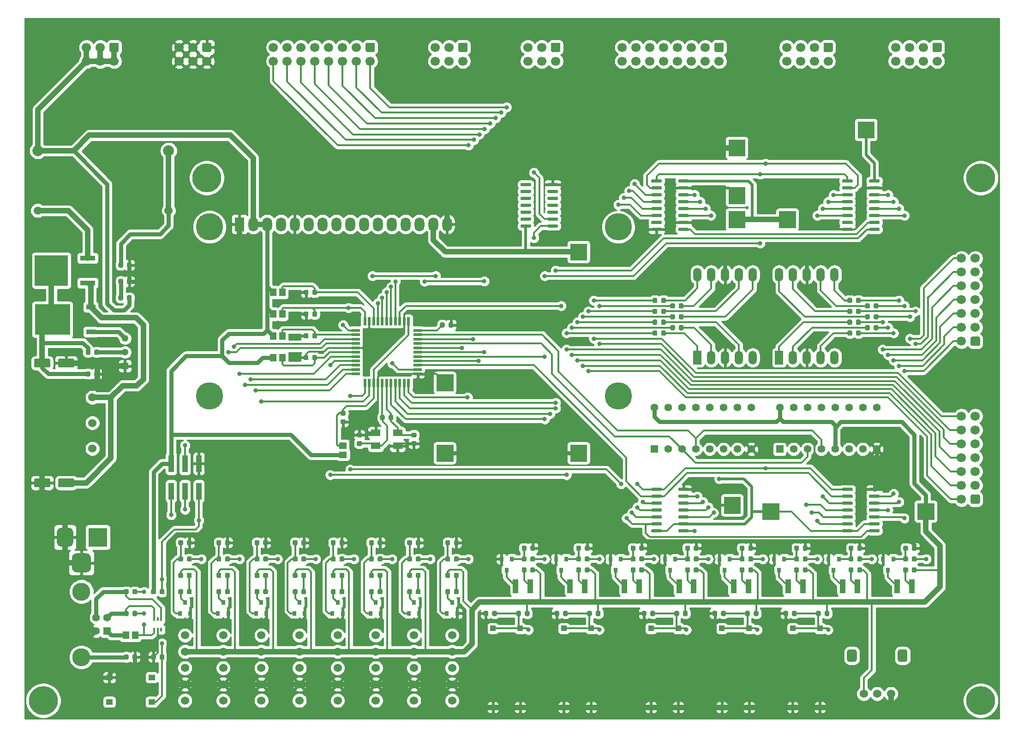
<source format=gbr>
G04 #@! TF.GenerationSoftware,KiCad,Pcbnew,(5.1.8)-1*
G04 #@! TF.CreationDate,2020-12-13T01:13:14+07:00*
G04 #@! TF.ProjectId,digitalSystemBoard,64696769-7461-46c5-9379-7374656d426f,rev?*
G04 #@! TF.SameCoordinates,PX2faf080PY9896800*
G04 #@! TF.FileFunction,Copper,L1,Top*
G04 #@! TF.FilePolarity,Positive*
%FSLAX46Y46*%
G04 Gerber Fmt 4.6, Leading zero omitted, Abs format (unit mm)*
G04 Created by KiCad (PCBNEW (5.1.8)-1) date 2020-12-13 01:13:14*
%MOMM*%
%LPD*%
G01*
G04 APERTURE LIST*
G04 #@! TA.AperFunction,EtchedComponent*
%ADD10C,0.100000*%
G04 #@! TD*
G04 #@! TA.AperFunction,ComponentPad*
%ADD11C,2.000000*%
G04 #@! TD*
G04 #@! TA.AperFunction,WasherPad*
%ADD12C,5.000000*%
G04 #@! TD*
G04 #@! TA.AperFunction,ComponentPad*
%ADD13O,1.800000X2.600000*%
G04 #@! TD*
G04 #@! TA.AperFunction,ComponentPad*
%ADD14R,1.800000X2.600000*%
G04 #@! TD*
G04 #@! TA.AperFunction,ComponentPad*
%ADD15C,0.750000*%
G04 #@! TD*
G04 #@! TA.AperFunction,ComponentPad*
%ADD16R,1.524000X2.524000*%
G04 #@! TD*
G04 #@! TA.AperFunction,ComponentPad*
%ADD17O,1.524000X2.524000*%
G04 #@! TD*
G04 #@! TA.AperFunction,ComponentPad*
%ADD18C,1.700000*%
G04 #@! TD*
G04 #@! TA.AperFunction,ComponentPad*
%ADD19C,1.397000*%
G04 #@! TD*
G04 #@! TA.AperFunction,ComponentPad*
%ADD20R,1.397000X1.397000*%
G04 #@! TD*
G04 #@! TA.AperFunction,SMDPad,CuDef*
%ADD21R,0.800000X0.900000*%
G04 #@! TD*
G04 #@! TA.AperFunction,WasherPad*
%ADD22C,1.524000*%
G04 #@! TD*
G04 #@! TA.AperFunction,ComponentPad*
%ADD23C,1.524000*%
G04 #@! TD*
G04 #@! TA.AperFunction,ComponentPad*
%ADD24C,1.248000*%
G04 #@! TD*
G04 #@! TA.AperFunction,ComponentPad*
%ADD25R,1.248000X1.248000*%
G04 #@! TD*
G04 #@! TA.AperFunction,ComponentPad*
%ADD26R,3.500000X3.500000*%
G04 #@! TD*
G04 #@! TA.AperFunction,SMDPad,CuDef*
%ADD27R,1.000000X3.150000*%
G04 #@! TD*
G04 #@! TA.AperFunction,SMDPad,CuDef*
%ADD28R,1.000000X2.500000*%
G04 #@! TD*
G04 #@! TA.AperFunction,WasherPad*
%ADD29C,5.300000*%
G04 #@! TD*
G04 #@! TA.AperFunction,SMDPad,CuDef*
%ADD30R,6.490000X5.630000*%
G04 #@! TD*
G04 #@! TA.AperFunction,SMDPad,CuDef*
%ADD31R,1.730000X0.960000*%
G04 #@! TD*
G04 #@! TA.AperFunction,SMDPad,CuDef*
%ADD32R,6.090000X5.630000*%
G04 #@! TD*
G04 #@! TA.AperFunction,SMDPad,CuDef*
%ADD33R,2.830000X0.970000*%
G04 #@! TD*
G04 #@! TA.AperFunction,SMDPad,CuDef*
%ADD34R,1.800000X1.200000*%
G04 #@! TD*
G04 #@! TA.AperFunction,SMDPad,CuDef*
%ADD35R,0.550000X1.500000*%
G04 #@! TD*
G04 #@! TA.AperFunction,SMDPad,CuDef*
%ADD36R,1.500000X0.550000*%
G04 #@! TD*
G04 #@! TA.AperFunction,SMDPad,CuDef*
%ADD37R,1.250000X1.000000*%
G04 #@! TD*
G04 #@! TA.AperFunction,SMDPad,CuDef*
%ADD38R,1.000000X1.000000*%
G04 #@! TD*
G04 #@! TA.AperFunction,ComponentPad*
%ADD39R,1.408000X1.408000*%
G04 #@! TD*
G04 #@! TA.AperFunction,ComponentPad*
%ADD40C,1.408000*%
G04 #@! TD*
G04 #@! TA.AperFunction,ComponentPad*
%ADD41C,3.316000*%
G04 #@! TD*
G04 #@! TA.AperFunction,SMDPad,CuDef*
%ADD42R,1.200000X1.470000*%
G04 #@! TD*
G04 #@! TA.AperFunction,SMDPad,CuDef*
%ADD43R,1.470000X1.200000*%
G04 #@! TD*
G04 #@! TA.AperFunction,SMDPad,CuDef*
%ADD44R,0.350000X0.800000*%
G04 #@! TD*
G04 #@! TA.AperFunction,ViaPad*
%ADD45C,0.800000*%
G04 #@! TD*
G04 #@! TA.AperFunction,Conductor*
%ADD46C,0.350000*%
G04 #@! TD*
G04 #@! TA.AperFunction,Conductor*
%ADD47C,1.000000*%
G04 #@! TD*
G04 #@! TA.AperFunction,Conductor*
%ADD48C,0.750000*%
G04 #@! TD*
G04 #@! TA.AperFunction,Conductor*
%ADD49C,0.500000*%
G04 #@! TD*
G04 #@! TA.AperFunction,Conductor*
%ADD50C,0.254000*%
G04 #@! TD*
G04 #@! TA.AperFunction,Conductor*
%ADD51C,0.100000*%
G04 #@! TD*
G04 APERTURE END LIST*
D10*
G36*
X79160000Y47970000D02*
G01*
X76160000Y47970000D01*
X76160000Y50970000D01*
X79160000Y50970000D01*
X79160000Y47970000D01*
G37*
X79160000Y47970000D02*
X76160000Y47970000D01*
X76160000Y50970000D01*
X79160000Y50970000D01*
X79160000Y47970000D01*
G36*
X103710000Y47970000D02*
G01*
X100710000Y47970000D01*
X100710000Y50970000D01*
X103710000Y50970000D01*
X103710000Y47970000D01*
G37*
X103710000Y47970000D02*
X100710000Y47970000D01*
X100710000Y50970000D01*
X103710000Y50970000D01*
X103710000Y47970000D01*
G36*
X131870000Y38390000D02*
G01*
X128870000Y38390000D01*
X128870000Y41390000D01*
X131870000Y41390000D01*
X131870000Y38390000D01*
G37*
X131870000Y38390000D02*
X128870000Y38390000D01*
X128870000Y41390000D01*
X131870000Y41390000D01*
X131870000Y38390000D01*
G36*
X138970000Y37250000D02*
G01*
X135970000Y37250000D01*
X135970000Y40250000D01*
X138970000Y40250000D01*
X138970000Y37250000D01*
G37*
X138970000Y37250000D02*
X135970000Y37250000D01*
X135970000Y40250000D01*
X138970000Y40250000D01*
X138970000Y37250000D01*
G36*
X167410000Y37250000D02*
G01*
X164410000Y37250000D01*
X164410000Y40250000D01*
X167410000Y40250000D01*
X167410000Y37250000D01*
G37*
X167410000Y37250000D02*
X164410000Y37250000D01*
X164410000Y40250000D01*
X167410000Y40250000D01*
X167410000Y37250000D01*
G36*
X79160000Y60920000D02*
G01*
X76160000Y60920000D01*
X76160000Y63920000D01*
X79160000Y63920000D01*
X79160000Y60920000D01*
G37*
X79160000Y60920000D02*
X76160000Y60920000D01*
X76160000Y63920000D01*
X79160000Y63920000D01*
X79160000Y60920000D01*
G36*
X132720000Y104040000D02*
G01*
X129720000Y104040000D01*
X129720000Y107040000D01*
X132720000Y107040000D01*
X132720000Y104040000D01*
G37*
X132720000Y104040000D02*
X129720000Y104040000D01*
X129720000Y107040000D01*
X132720000Y107040000D01*
X132720000Y104040000D01*
G36*
X132720000Y95300000D02*
G01*
X129720000Y95300000D01*
X129720000Y98300000D01*
X132720000Y98300000D01*
X132720000Y95300000D01*
G37*
X132720000Y95300000D02*
X129720000Y95300000D01*
X129720000Y98300000D01*
X132720000Y98300000D01*
X132720000Y95300000D01*
G36*
X142010000Y90890000D02*
G01*
X139010000Y90890000D01*
X139010000Y93890000D01*
X142010000Y93890000D01*
X142010000Y90890000D01*
G37*
X142010000Y90890000D02*
X139010000Y90890000D01*
X139010000Y93890000D01*
X142010000Y93890000D01*
X142010000Y90890000D01*
G36*
X156450000Y107360000D02*
G01*
X153450000Y107360000D01*
X153450000Y110360000D01*
X156450000Y110360000D01*
X156450000Y107360000D01*
G37*
X156450000Y107360000D02*
X153450000Y107360000D01*
X153450000Y110360000D01*
X156450000Y110360000D01*
X156450000Y107360000D01*
G36*
X132720000Y90890000D02*
G01*
X129720000Y90890000D01*
X129720000Y93890000D01*
X132720000Y93890000D01*
X132720000Y90890000D01*
G37*
X132720000Y90890000D02*
X129720000Y90890000D01*
X129720000Y93890000D01*
X132720000Y93890000D01*
X132720000Y90890000D01*
G36*
X103710000Y84930000D02*
G01*
X100710000Y84930000D01*
X100710000Y87930000D01*
X103710000Y87930000D01*
X103710000Y84930000D01*
G37*
X103710000Y84930000D02*
X100710000Y84930000D01*
X100710000Y87930000D01*
X103710000Y87930000D01*
X103710000Y84930000D01*
D11*
X27000000Y105000000D03*
X3000000Y105000000D03*
D12*
X109500000Y91000000D03*
X109500000Y60000000D03*
X34500000Y60000000D03*
X34500000Y91000000D03*
D13*
X78100000Y91500000D03*
X75560000Y91500000D03*
X73020000Y91500000D03*
X70480000Y91500000D03*
X67940000Y91500000D03*
X65400000Y91500000D03*
X62860000Y91500000D03*
X60320000Y91500000D03*
X57780000Y91500000D03*
X55240000Y91500000D03*
X52700000Y91500000D03*
X50160000Y91500000D03*
X47620000Y91500000D03*
X45080000Y91500000D03*
X42540000Y91500000D03*
D14*
X40000000Y91500000D03*
G04 #@! TA.AperFunction,SMDPad,CuDef*
G36*
G01*
X116650000Y77756250D02*
X116650000Y77243750D01*
G75*
G02*
X116431250Y77025000I-218750J0D01*
G01*
X115993750Y77025000D01*
G75*
G02*
X115775000Y77243750I0J218750D01*
G01*
X115775000Y77756250D01*
G75*
G02*
X115993750Y77975000I218750J0D01*
G01*
X116431250Y77975000D01*
G75*
G02*
X116650000Y77756250I0J-218750D01*
G01*
G37*
G04 #@! TD.AperFunction*
G04 #@! TA.AperFunction,SMDPad,CuDef*
G36*
G01*
X118225000Y77756250D02*
X118225000Y77243750D01*
G75*
G02*
X118006250Y77025000I-218750J0D01*
G01*
X117568750Y77025000D01*
G75*
G02*
X117350000Y77243750I0J218750D01*
G01*
X117350000Y77756250D01*
G75*
G02*
X117568750Y77975000I218750J0D01*
G01*
X118006250Y77975000D01*
G75*
G02*
X118225000Y77756250I0J-218750D01*
G01*
G37*
G04 #@! TD.AperFunction*
G04 #@! TA.AperFunction,SMDPad,CuDef*
G36*
G01*
X119900000Y76756250D02*
X119900000Y76243750D01*
G75*
G02*
X119681250Y76025000I-218750J0D01*
G01*
X119243750Y76025000D01*
G75*
G02*
X119025000Y76243750I0J218750D01*
G01*
X119025000Y76756250D01*
G75*
G02*
X119243750Y76975000I218750J0D01*
G01*
X119681250Y76975000D01*
G75*
G02*
X119900000Y76756250I0J-218750D01*
G01*
G37*
G04 #@! TD.AperFunction*
G04 #@! TA.AperFunction,SMDPad,CuDef*
G36*
G01*
X121475000Y76756250D02*
X121475000Y76243750D01*
G75*
G02*
X121256250Y76025000I-218750J0D01*
G01*
X120818750Y76025000D01*
G75*
G02*
X120600000Y76243750I0J218750D01*
G01*
X120600000Y76756250D01*
G75*
G02*
X120818750Y76975000I218750J0D01*
G01*
X121256250Y76975000D01*
G75*
G02*
X121475000Y76756250I0J-218750D01*
G01*
G37*
G04 #@! TD.AperFunction*
G04 #@! TA.AperFunction,SMDPad,CuDef*
G36*
G01*
X116650000Y71756250D02*
X116650000Y71243750D01*
G75*
G02*
X116431250Y71025000I-218750J0D01*
G01*
X115993750Y71025000D01*
G75*
G02*
X115775000Y71243750I0J218750D01*
G01*
X115775000Y71756250D01*
G75*
G02*
X115993750Y71975000I218750J0D01*
G01*
X116431250Y71975000D01*
G75*
G02*
X116650000Y71756250I0J-218750D01*
G01*
G37*
G04 #@! TD.AperFunction*
G04 #@! TA.AperFunction,SMDPad,CuDef*
G36*
G01*
X118225000Y71756250D02*
X118225000Y71243750D01*
G75*
G02*
X118006250Y71025000I-218750J0D01*
G01*
X117568750Y71025000D01*
G75*
G02*
X117350000Y71243750I0J218750D01*
G01*
X117350000Y71756250D01*
G75*
G02*
X117568750Y71975000I218750J0D01*
G01*
X118006250Y71975000D01*
G75*
G02*
X118225000Y71756250I0J-218750D01*
G01*
G37*
G04 #@! TD.AperFunction*
G04 #@! TA.AperFunction,SMDPad,CuDef*
G36*
G01*
X119900000Y72756250D02*
X119900000Y72243750D01*
G75*
G02*
X119681250Y72025000I-218750J0D01*
G01*
X119243750Y72025000D01*
G75*
G02*
X119025000Y72243750I0J218750D01*
G01*
X119025000Y72756250D01*
G75*
G02*
X119243750Y72975000I218750J0D01*
G01*
X119681250Y72975000D01*
G75*
G02*
X119900000Y72756250I0J-218750D01*
G01*
G37*
G04 #@! TD.AperFunction*
G04 #@! TA.AperFunction,SMDPad,CuDef*
G36*
G01*
X121475000Y72756250D02*
X121475000Y72243750D01*
G75*
G02*
X121256250Y72025000I-218750J0D01*
G01*
X120818750Y72025000D01*
G75*
G02*
X120600000Y72243750I0J218750D01*
G01*
X120600000Y72756250D01*
G75*
G02*
X120818750Y72975000I218750J0D01*
G01*
X121256250Y72975000D01*
G75*
G02*
X121475000Y72756250I0J-218750D01*
G01*
G37*
G04 #@! TD.AperFunction*
G04 #@! TA.AperFunction,SMDPad,CuDef*
G36*
G01*
X116650000Y73756250D02*
X116650000Y73243750D01*
G75*
G02*
X116431250Y73025000I-218750J0D01*
G01*
X115993750Y73025000D01*
G75*
G02*
X115775000Y73243750I0J218750D01*
G01*
X115775000Y73756250D01*
G75*
G02*
X115993750Y73975000I218750J0D01*
G01*
X116431250Y73975000D01*
G75*
G02*
X116650000Y73756250I0J-218750D01*
G01*
G37*
G04 #@! TD.AperFunction*
G04 #@! TA.AperFunction,SMDPad,CuDef*
G36*
G01*
X118225000Y73756250D02*
X118225000Y73243750D01*
G75*
G02*
X118006250Y73025000I-218750J0D01*
G01*
X117568750Y73025000D01*
G75*
G02*
X117350000Y73243750I0J218750D01*
G01*
X117350000Y73756250D01*
G75*
G02*
X117568750Y73975000I218750J0D01*
G01*
X118006250Y73975000D01*
G75*
G02*
X118225000Y73756250I0J-218750D01*
G01*
G37*
G04 #@! TD.AperFunction*
G04 #@! TA.AperFunction,SMDPad,CuDef*
G36*
G01*
X119900000Y74756250D02*
X119900000Y74243750D01*
G75*
G02*
X119681250Y74025000I-218750J0D01*
G01*
X119243750Y74025000D01*
G75*
G02*
X119025000Y74243750I0J218750D01*
G01*
X119025000Y74756250D01*
G75*
G02*
X119243750Y74975000I218750J0D01*
G01*
X119681250Y74975000D01*
G75*
G02*
X119900000Y74756250I0J-218750D01*
G01*
G37*
G04 #@! TD.AperFunction*
G04 #@! TA.AperFunction,SMDPad,CuDef*
G36*
G01*
X121475000Y74756250D02*
X121475000Y74243750D01*
G75*
G02*
X121256250Y74025000I-218750J0D01*
G01*
X120818750Y74025000D01*
G75*
G02*
X120600000Y74243750I0J218750D01*
G01*
X120600000Y74756250D01*
G75*
G02*
X120818750Y74975000I218750J0D01*
G01*
X121256250Y74975000D01*
G75*
G02*
X121475000Y74756250I0J-218750D01*
G01*
G37*
G04 #@! TD.AperFunction*
G04 #@! TA.AperFunction,SMDPad,CuDef*
G36*
G01*
X116650000Y75756250D02*
X116650000Y75243750D01*
G75*
G02*
X116431250Y75025000I-218750J0D01*
G01*
X115993750Y75025000D01*
G75*
G02*
X115775000Y75243750I0J218750D01*
G01*
X115775000Y75756250D01*
G75*
G02*
X115993750Y75975000I218750J0D01*
G01*
X116431250Y75975000D01*
G75*
G02*
X116650000Y75756250I0J-218750D01*
G01*
G37*
G04 #@! TD.AperFunction*
G04 #@! TA.AperFunction,SMDPad,CuDef*
G36*
G01*
X118225000Y75756250D02*
X118225000Y75243750D01*
G75*
G02*
X118006250Y75025000I-218750J0D01*
G01*
X117568750Y75025000D01*
G75*
G02*
X117350000Y75243750I0J218750D01*
G01*
X117350000Y75756250D01*
G75*
G02*
X117568750Y75975000I218750J0D01*
G01*
X118006250Y75975000D01*
G75*
G02*
X118225000Y75756250I0J-218750D01*
G01*
G37*
G04 #@! TD.AperFunction*
G04 #@! TA.AperFunction,SMDPad,CuDef*
G36*
G01*
X156350000Y74243750D02*
X156350000Y74756250D01*
G75*
G02*
X156568750Y74975000I218750J0D01*
G01*
X157006250Y74975000D01*
G75*
G02*
X157225000Y74756250I0J-218750D01*
G01*
X157225000Y74243750D01*
G75*
G02*
X157006250Y74025000I-218750J0D01*
G01*
X156568750Y74025000D01*
G75*
G02*
X156350000Y74243750I0J218750D01*
G01*
G37*
G04 #@! TD.AperFunction*
G04 #@! TA.AperFunction,SMDPad,CuDef*
G36*
G01*
X154775000Y74243750D02*
X154775000Y74756250D01*
G75*
G02*
X154993750Y74975000I218750J0D01*
G01*
X155431250Y74975000D01*
G75*
G02*
X155650000Y74756250I0J-218750D01*
G01*
X155650000Y74243750D01*
G75*
G02*
X155431250Y74025000I-218750J0D01*
G01*
X154993750Y74025000D01*
G75*
G02*
X154775000Y74243750I0J218750D01*
G01*
G37*
G04 #@! TD.AperFunction*
G04 #@! TA.AperFunction,SMDPad,CuDef*
G36*
G01*
X153100000Y75243750D02*
X153100000Y75756250D01*
G75*
G02*
X153318750Y75975000I218750J0D01*
G01*
X153756250Y75975000D01*
G75*
G02*
X153975000Y75756250I0J-218750D01*
G01*
X153975000Y75243750D01*
G75*
G02*
X153756250Y75025000I-218750J0D01*
G01*
X153318750Y75025000D01*
G75*
G02*
X153100000Y75243750I0J218750D01*
G01*
G37*
G04 #@! TD.AperFunction*
G04 #@! TA.AperFunction,SMDPad,CuDef*
G36*
G01*
X151525000Y75243750D02*
X151525000Y75756250D01*
G75*
G02*
X151743750Y75975000I218750J0D01*
G01*
X152181250Y75975000D01*
G75*
G02*
X152400000Y75756250I0J-218750D01*
G01*
X152400000Y75243750D01*
G75*
G02*
X152181250Y75025000I-218750J0D01*
G01*
X151743750Y75025000D01*
G75*
G02*
X151525000Y75243750I0J218750D01*
G01*
G37*
G04 #@! TD.AperFunction*
G04 #@! TA.AperFunction,SMDPad,CuDef*
G36*
G01*
X153100000Y73243750D02*
X153100000Y73756250D01*
G75*
G02*
X153318750Y73975000I218750J0D01*
G01*
X153756250Y73975000D01*
G75*
G02*
X153975000Y73756250I0J-218750D01*
G01*
X153975000Y73243750D01*
G75*
G02*
X153756250Y73025000I-218750J0D01*
G01*
X153318750Y73025000D01*
G75*
G02*
X153100000Y73243750I0J218750D01*
G01*
G37*
G04 #@! TD.AperFunction*
G04 #@! TA.AperFunction,SMDPad,CuDef*
G36*
G01*
X151525000Y73243750D02*
X151525000Y73756250D01*
G75*
G02*
X151743750Y73975000I218750J0D01*
G01*
X152181250Y73975000D01*
G75*
G02*
X152400000Y73756250I0J-218750D01*
G01*
X152400000Y73243750D01*
G75*
G02*
X152181250Y73025000I-218750J0D01*
G01*
X151743750Y73025000D01*
G75*
G02*
X151525000Y73243750I0J218750D01*
G01*
G37*
G04 #@! TD.AperFunction*
G04 #@! TA.AperFunction,SMDPad,CuDef*
G36*
G01*
X156350000Y72243750D02*
X156350000Y72756250D01*
G75*
G02*
X156568750Y72975000I218750J0D01*
G01*
X157006250Y72975000D01*
G75*
G02*
X157225000Y72756250I0J-218750D01*
G01*
X157225000Y72243750D01*
G75*
G02*
X157006250Y72025000I-218750J0D01*
G01*
X156568750Y72025000D01*
G75*
G02*
X156350000Y72243750I0J218750D01*
G01*
G37*
G04 #@! TD.AperFunction*
G04 #@! TA.AperFunction,SMDPad,CuDef*
G36*
G01*
X154775000Y72243750D02*
X154775000Y72756250D01*
G75*
G02*
X154993750Y72975000I218750J0D01*
G01*
X155431250Y72975000D01*
G75*
G02*
X155650000Y72756250I0J-218750D01*
G01*
X155650000Y72243750D01*
G75*
G02*
X155431250Y72025000I-218750J0D01*
G01*
X154993750Y72025000D01*
G75*
G02*
X154775000Y72243750I0J218750D01*
G01*
G37*
G04 #@! TD.AperFunction*
G04 #@! TA.AperFunction,SMDPad,CuDef*
G36*
G01*
X153100000Y71243750D02*
X153100000Y71756250D01*
G75*
G02*
X153318750Y71975000I218750J0D01*
G01*
X153756250Y71975000D01*
G75*
G02*
X153975000Y71756250I0J-218750D01*
G01*
X153975000Y71243750D01*
G75*
G02*
X153756250Y71025000I-218750J0D01*
G01*
X153318750Y71025000D01*
G75*
G02*
X153100000Y71243750I0J218750D01*
G01*
G37*
G04 #@! TD.AperFunction*
G04 #@! TA.AperFunction,SMDPad,CuDef*
G36*
G01*
X151525000Y71243750D02*
X151525000Y71756250D01*
G75*
G02*
X151743750Y71975000I218750J0D01*
G01*
X152181250Y71975000D01*
G75*
G02*
X152400000Y71756250I0J-218750D01*
G01*
X152400000Y71243750D01*
G75*
G02*
X152181250Y71025000I-218750J0D01*
G01*
X151743750Y71025000D01*
G75*
G02*
X151525000Y71243750I0J218750D01*
G01*
G37*
G04 #@! TD.AperFunction*
G04 #@! TA.AperFunction,SMDPad,CuDef*
G36*
G01*
X153100000Y77243750D02*
X153100000Y77756250D01*
G75*
G02*
X153318750Y77975000I218750J0D01*
G01*
X153756250Y77975000D01*
G75*
G02*
X153975000Y77756250I0J-218750D01*
G01*
X153975000Y77243750D01*
G75*
G02*
X153756250Y77025000I-218750J0D01*
G01*
X153318750Y77025000D01*
G75*
G02*
X153100000Y77243750I0J218750D01*
G01*
G37*
G04 #@! TD.AperFunction*
G04 #@! TA.AperFunction,SMDPad,CuDef*
G36*
G01*
X151525000Y77243750D02*
X151525000Y77756250D01*
G75*
G02*
X151743750Y77975000I218750J0D01*
G01*
X152181250Y77975000D01*
G75*
G02*
X152400000Y77756250I0J-218750D01*
G01*
X152400000Y77243750D01*
G75*
G02*
X152181250Y77025000I-218750J0D01*
G01*
X151743750Y77025000D01*
G75*
G02*
X151525000Y77243750I0J218750D01*
G01*
G37*
G04 #@! TD.AperFunction*
G04 #@! TA.AperFunction,SMDPad,CuDef*
G36*
G01*
X156350000Y76243750D02*
X156350000Y76756250D01*
G75*
G02*
X156568750Y76975000I218750J0D01*
G01*
X157006250Y76975000D01*
G75*
G02*
X157225000Y76756250I0J-218750D01*
G01*
X157225000Y76243750D01*
G75*
G02*
X157006250Y76025000I-218750J0D01*
G01*
X156568750Y76025000D01*
G75*
G02*
X156350000Y76243750I0J218750D01*
G01*
G37*
G04 #@! TD.AperFunction*
G04 #@! TA.AperFunction,SMDPad,CuDef*
G36*
G01*
X154775000Y76243750D02*
X154775000Y76756250D01*
G75*
G02*
X154993750Y76975000I218750J0D01*
G01*
X155431250Y76975000D01*
G75*
G02*
X155650000Y76756250I0J-218750D01*
G01*
X155650000Y76243750D01*
G75*
G02*
X155431250Y76025000I-218750J0D01*
G01*
X154993750Y76025000D01*
G75*
G02*
X154775000Y76243750I0J218750D01*
G01*
G37*
G04 #@! TD.AperFunction*
D15*
X77660000Y49470000D03*
X78660000Y50470000D03*
X76660000Y50470000D03*
X76660000Y48470000D03*
X78660000Y48470000D03*
X103210000Y48470000D03*
X101210000Y48470000D03*
X101210000Y50470000D03*
X103210000Y50470000D03*
X102210000Y49470000D03*
X130370000Y39890000D03*
X131370000Y40890000D03*
X129370000Y40890000D03*
X129370000Y38890000D03*
X131370000Y38890000D03*
X137470000Y38750000D03*
X138470000Y39750000D03*
X136470000Y39750000D03*
X136470000Y37750000D03*
X138470000Y37750000D03*
X166910000Y37750000D03*
X164910000Y37750000D03*
X164910000Y39750000D03*
X166910000Y39750000D03*
X165910000Y38750000D03*
X78660000Y61420000D03*
X76660000Y61420000D03*
X76660000Y63420000D03*
X78660000Y63420000D03*
X77660000Y62420000D03*
X131220000Y105540000D03*
X132220000Y106540000D03*
X130220000Y106540000D03*
X130220000Y104540000D03*
X132220000Y104540000D03*
X132220000Y95800000D03*
X130220000Y95800000D03*
X130220000Y97800000D03*
X132220000Y97800000D03*
X131220000Y96800000D03*
X140510000Y92390000D03*
X141510000Y93390000D03*
X139510000Y93390000D03*
X139510000Y91390000D03*
X141510000Y91390000D03*
X155950000Y107860000D03*
X153950000Y107860000D03*
X153950000Y109860000D03*
X155950000Y109860000D03*
X154950000Y108860000D03*
X132220000Y91390000D03*
X130220000Y91390000D03*
X130220000Y93390000D03*
X132220000Y93390000D03*
X131220000Y92390000D03*
X103210000Y85430000D03*
X101210000Y85430000D03*
X101210000Y87430000D03*
X103210000Y87430000D03*
X102210000Y86430000D03*
G04 #@! TA.AperFunction,SMDPad,CuDef*
G36*
G01*
X13350000Y63743750D02*
X13350000Y64256250D01*
G75*
G02*
X13568750Y64475000I218750J0D01*
G01*
X14006250Y64475000D01*
G75*
G02*
X14225000Y64256250I0J-218750D01*
G01*
X14225000Y63743750D01*
G75*
G02*
X14006250Y63525000I-218750J0D01*
G01*
X13568750Y63525000D01*
G75*
G02*
X13350000Y63743750I0J218750D01*
G01*
G37*
G04 #@! TD.AperFunction*
G04 #@! TA.AperFunction,SMDPad,CuDef*
G36*
G01*
X11775000Y63743750D02*
X11775000Y64256250D01*
G75*
G02*
X11993750Y64475000I218750J0D01*
G01*
X12431250Y64475000D01*
G75*
G02*
X12650000Y64256250I0J-218750D01*
G01*
X12650000Y63743750D01*
G75*
G02*
X12431250Y63525000I-218750J0D01*
G01*
X11993750Y63525000D01*
G75*
G02*
X11775000Y63743750I0J218750D01*
G01*
G37*
G04 #@! TD.AperFunction*
D16*
X124000000Y67000000D03*
D17*
X126540000Y67000000D03*
X129080000Y67000000D03*
X131620000Y67000000D03*
X134160000Y67000000D03*
X134160000Y82240000D03*
X131620000Y82240000D03*
X129080000Y82240000D03*
X126540000Y82240000D03*
X124000000Y82240000D03*
D18*
X92920000Y121460000D03*
X95460000Y121460000D03*
X98000000Y121460000D03*
X92920000Y124000000D03*
X95460000Y124000000D03*
G04 #@! TA.AperFunction,ComponentPad*
G36*
G01*
X97400000Y124850000D02*
X98600000Y124850000D01*
G75*
G02*
X98850000Y124600000I0J-250000D01*
G01*
X98850000Y123400000D01*
G75*
G02*
X98600000Y123150000I-250000J0D01*
G01*
X97400000Y123150000D01*
G75*
G02*
X97150000Y123400000I0J250000D01*
G01*
X97150000Y124600000D01*
G75*
G02*
X97400000Y124850000I250000J0D01*
G01*
G37*
G04 #@! TD.AperFunction*
D19*
X116110000Y57810000D03*
X118650000Y57810000D03*
X133890000Y50190000D03*
X123730000Y57810000D03*
X126270000Y57810000D03*
X128810000Y57810000D03*
X131350000Y57810000D03*
X133890000Y57810000D03*
X131350000Y50190000D03*
X128810000Y50190000D03*
X126270000Y50190000D03*
X121190000Y57810000D03*
X123730000Y50190000D03*
X121190000Y50190000D03*
X118650000Y50190000D03*
D20*
X116110000Y50190000D03*
D21*
X129000000Y28000000D03*
X128050000Y30000000D03*
X129950000Y30000000D03*
G04 #@! TA.AperFunction,SMDPad,CuDef*
G36*
G01*
X133350000Y29743750D02*
X133350000Y30256250D01*
G75*
G02*
X133568750Y30475000I218750J0D01*
G01*
X134006250Y30475000D01*
G75*
G02*
X134225000Y30256250I0J-218750D01*
G01*
X134225000Y29743750D01*
G75*
G02*
X134006250Y29525000I-218750J0D01*
G01*
X133568750Y29525000D01*
G75*
G02*
X133350000Y29743750I0J218750D01*
G01*
G37*
G04 #@! TD.AperFunction*
G04 #@! TA.AperFunction,SMDPad,CuDef*
G36*
G01*
X131775000Y29743750D02*
X131775000Y30256250D01*
G75*
G02*
X131993750Y30475000I218750J0D01*
G01*
X132431250Y30475000D01*
G75*
G02*
X132650000Y30256250I0J-218750D01*
G01*
X132650000Y29743750D01*
G75*
G02*
X132431250Y29525000I-218750J0D01*
G01*
X131993750Y29525000D01*
G75*
G02*
X131775000Y29743750I0J218750D01*
G01*
G37*
G04 #@! TD.AperFunction*
G04 #@! TA.AperFunction,SMDPad,CuDef*
G36*
G01*
X132650000Y28256250D02*
X132650000Y27743750D01*
G75*
G02*
X132431250Y27525000I-218750J0D01*
G01*
X131993750Y27525000D01*
G75*
G02*
X131775000Y27743750I0J218750D01*
G01*
X131775000Y28256250D01*
G75*
G02*
X131993750Y28475000I218750J0D01*
G01*
X132431250Y28475000D01*
G75*
G02*
X132650000Y28256250I0J-218750D01*
G01*
G37*
G04 #@! TD.AperFunction*
G04 #@! TA.AperFunction,SMDPad,CuDef*
G36*
G01*
X134225000Y28256250D02*
X134225000Y27743750D01*
G75*
G02*
X134006250Y27525000I-218750J0D01*
G01*
X133568750Y27525000D01*
G75*
G02*
X133350000Y27743750I0J218750D01*
G01*
X133350000Y28256250D01*
G75*
G02*
X133568750Y28475000I218750J0D01*
G01*
X134006250Y28475000D01*
G75*
G02*
X134225000Y28256250I0J-218750D01*
G01*
G37*
G04 #@! TD.AperFunction*
G04 #@! TA.AperFunction,SMDPad,CuDef*
G36*
G01*
X132650000Y32256250D02*
X132650000Y31743750D01*
G75*
G02*
X132431250Y31525000I-218750J0D01*
G01*
X131993750Y31525000D01*
G75*
G02*
X131775000Y31743750I0J218750D01*
G01*
X131775000Y32256250D01*
G75*
G02*
X131993750Y32475000I218750J0D01*
G01*
X132431250Y32475000D01*
G75*
G02*
X132650000Y32256250I0J-218750D01*
G01*
G37*
G04 #@! TD.AperFunction*
G04 #@! TA.AperFunction,SMDPad,CuDef*
G36*
G01*
X134225000Y32256250D02*
X134225000Y31743750D01*
G75*
G02*
X134006250Y31525000I-218750J0D01*
G01*
X133568750Y31525000D01*
G75*
G02*
X133350000Y31743750I0J218750D01*
G01*
X133350000Y32256250D01*
G75*
G02*
X133568750Y32475000I218750J0D01*
G01*
X134006250Y32475000D01*
G75*
G02*
X134225000Y32256250I0J-218750D01*
G01*
G37*
G04 #@! TD.AperFunction*
D22*
X79000000Y16000000D03*
X79000000Y4000000D03*
D23*
X79000000Y13000000D03*
X79000000Y7000000D03*
X79000000Y10000000D03*
G04 #@! TA.AperFunction,SMDPad,CuDef*
G36*
G01*
X51350000Y23743750D02*
X51350000Y24256250D01*
G75*
G02*
X51568750Y24475000I218750J0D01*
G01*
X52006250Y24475000D01*
G75*
G02*
X52225000Y24256250I0J-218750D01*
G01*
X52225000Y23743750D01*
G75*
G02*
X52006250Y23525000I-218750J0D01*
G01*
X51568750Y23525000D01*
G75*
G02*
X51350000Y23743750I0J218750D01*
G01*
G37*
G04 #@! TD.AperFunction*
G04 #@! TA.AperFunction,SMDPad,CuDef*
G36*
G01*
X49775000Y23743750D02*
X49775000Y24256250D01*
G75*
G02*
X49993750Y24475000I218750J0D01*
G01*
X50431250Y24475000D01*
G75*
G02*
X50650000Y24256250I0J-218750D01*
G01*
X50650000Y23743750D01*
G75*
G02*
X50431250Y23525000I-218750J0D01*
G01*
X49993750Y23525000D01*
G75*
G02*
X49775000Y23743750I0J218750D01*
G01*
G37*
G04 #@! TD.AperFunction*
G04 #@! TA.AperFunction,SMDPad,CuDef*
G36*
G01*
X51350000Y26743750D02*
X51350000Y27256250D01*
G75*
G02*
X51568750Y27475000I218750J0D01*
G01*
X52006250Y27475000D01*
G75*
G02*
X52225000Y27256250I0J-218750D01*
G01*
X52225000Y26743750D01*
G75*
G02*
X52006250Y26525000I-218750J0D01*
G01*
X51568750Y26525000D01*
G75*
G02*
X51350000Y26743750I0J218750D01*
G01*
G37*
G04 #@! TD.AperFunction*
G04 #@! TA.AperFunction,SMDPad,CuDef*
G36*
G01*
X49775000Y26743750D02*
X49775000Y27256250D01*
G75*
G02*
X49993750Y27475000I218750J0D01*
G01*
X50431250Y27475000D01*
G75*
G02*
X50650000Y27256250I0J-218750D01*
G01*
X50650000Y26743750D01*
G75*
G02*
X50431250Y26525000I-218750J0D01*
G01*
X49993750Y26525000D01*
G75*
G02*
X49775000Y26743750I0J218750D01*
G01*
G37*
G04 #@! TD.AperFunction*
G04 #@! TA.AperFunction,SMDPad,CuDef*
G36*
G01*
X51350000Y29743750D02*
X51350000Y30256250D01*
G75*
G02*
X51568750Y30475000I218750J0D01*
G01*
X52006250Y30475000D01*
G75*
G02*
X52225000Y30256250I0J-218750D01*
G01*
X52225000Y29743750D01*
G75*
G02*
X52006250Y29525000I-218750J0D01*
G01*
X51568750Y29525000D01*
G75*
G02*
X51350000Y29743750I0J218750D01*
G01*
G37*
G04 #@! TD.AperFunction*
G04 #@! TA.AperFunction,SMDPad,CuDef*
G36*
G01*
X49775000Y29743750D02*
X49775000Y30256250D01*
G75*
G02*
X49993750Y30475000I218750J0D01*
G01*
X50431250Y30475000D01*
G75*
G02*
X50650000Y30256250I0J-218750D01*
G01*
X50650000Y29743750D01*
G75*
G02*
X50431250Y29525000I-218750J0D01*
G01*
X49993750Y29525000D01*
G75*
G02*
X49775000Y29743750I0J218750D01*
G01*
G37*
G04 #@! TD.AperFunction*
G04 #@! TA.AperFunction,SMDPad,CuDef*
G36*
G01*
X50650000Y33256250D02*
X50650000Y32743750D01*
G75*
G02*
X50431250Y32525000I-218750J0D01*
G01*
X49993750Y32525000D01*
G75*
G02*
X49775000Y32743750I0J218750D01*
G01*
X49775000Y33256250D01*
G75*
G02*
X49993750Y33475000I218750J0D01*
G01*
X50431250Y33475000D01*
G75*
G02*
X50650000Y33256250I0J-218750D01*
G01*
G37*
G04 #@! TD.AperFunction*
G04 #@! TA.AperFunction,SMDPad,CuDef*
G36*
G01*
X52225000Y33256250D02*
X52225000Y32743750D01*
G75*
G02*
X52006250Y32525000I-218750J0D01*
G01*
X51568750Y32525000D01*
G75*
G02*
X51350000Y32743750I0J218750D01*
G01*
X51350000Y33256250D01*
G75*
G02*
X51568750Y33475000I218750J0D01*
G01*
X52006250Y33475000D01*
G75*
G02*
X52225000Y33256250I0J-218750D01*
G01*
G37*
G04 #@! TD.AperFunction*
D21*
X51000000Y22000000D03*
X51950000Y20000000D03*
X50050000Y20000000D03*
D22*
X30000000Y16000000D03*
X30000000Y4000000D03*
D23*
X30000000Y13000000D03*
X30000000Y7000000D03*
X30000000Y10000000D03*
D18*
X28920000Y121460000D03*
X31460000Y121460000D03*
X34000000Y121460000D03*
X28920000Y124000000D03*
X31460000Y124000000D03*
G04 #@! TA.AperFunction,ComponentPad*
G36*
G01*
X33400000Y124850000D02*
X34600000Y124850000D01*
G75*
G02*
X34850000Y124600000I0J-250000D01*
G01*
X34850000Y123400000D01*
G75*
G02*
X34600000Y123150000I-250000J0D01*
G01*
X33400000Y123150000D01*
G75*
G02*
X33150000Y123400000I0J250000D01*
G01*
X33150000Y124600000D01*
G75*
G02*
X33400000Y124850000I250000J0D01*
G01*
G37*
G04 #@! TD.AperFunction*
X11920000Y121460000D03*
X14460000Y121460000D03*
X17000000Y121460000D03*
X11920000Y124000000D03*
X14460000Y124000000D03*
G04 #@! TA.AperFunction,ComponentPad*
G36*
G01*
X16400000Y124850000D02*
X17600000Y124850000D01*
G75*
G02*
X17850000Y124600000I0J-250000D01*
G01*
X17850000Y123400000D01*
G75*
G02*
X17600000Y123150000I-250000J0D01*
G01*
X16400000Y123150000D01*
G75*
G02*
X16150000Y123400000I0J250000D01*
G01*
X16150000Y124600000D01*
G75*
G02*
X16400000Y124850000I250000J0D01*
G01*
G37*
G04 #@! TD.AperFunction*
X75920000Y121460000D03*
X78460000Y121460000D03*
X81000000Y121460000D03*
X75920000Y124000000D03*
X78460000Y124000000D03*
G04 #@! TA.AperFunction,ComponentPad*
G36*
G01*
X80400000Y124850000D02*
X81600000Y124850000D01*
G75*
G02*
X81850000Y124600000I0J-250000D01*
G01*
X81850000Y123400000D01*
G75*
G02*
X81600000Y123150000I-250000J0D01*
G01*
X80400000Y123150000D01*
G75*
G02*
X80150000Y123400000I0J250000D01*
G01*
X80150000Y124600000D01*
G75*
G02*
X80400000Y124850000I250000J0D01*
G01*
G37*
G04 #@! TD.AperFunction*
X46220000Y121460000D03*
X48760000Y121460000D03*
X51300000Y121460000D03*
X53840000Y121460000D03*
X56380000Y121460000D03*
X58920000Y121460000D03*
X61460000Y121460000D03*
X64000000Y121460000D03*
X46220000Y124000000D03*
X48760000Y124000000D03*
X51300000Y124000000D03*
X53840000Y124000000D03*
X56380000Y124000000D03*
X58920000Y124000000D03*
X61460000Y124000000D03*
G04 #@! TA.AperFunction,ComponentPad*
G36*
G01*
X63400000Y124850000D02*
X64600000Y124850000D01*
G75*
G02*
X64850000Y124600000I0J-250000D01*
G01*
X64850000Y123400000D01*
G75*
G02*
X64600000Y123150000I-250000J0D01*
G01*
X63400000Y123150000D01*
G75*
G02*
X63150000Y123400000I0J250000D01*
G01*
X63150000Y124600000D01*
G75*
G02*
X63400000Y124850000I250000J0D01*
G01*
G37*
G04 #@! TD.AperFunction*
X172460000Y56240000D03*
X172460000Y53700000D03*
X172460000Y51160000D03*
X172460000Y48620000D03*
X172460000Y46080000D03*
X172460000Y43540000D03*
X172460000Y41000000D03*
X175000000Y56240000D03*
X175000000Y53700000D03*
X175000000Y51160000D03*
X175000000Y48620000D03*
X175000000Y46080000D03*
X175000000Y43540000D03*
G04 #@! TA.AperFunction,ComponentPad*
G36*
G01*
X175850000Y41600000D02*
X175850000Y40400000D01*
G75*
G02*
X175600000Y40150000I-250000J0D01*
G01*
X174400000Y40150000D01*
G75*
G02*
X174150000Y40400000I0J250000D01*
G01*
X174150000Y41600000D01*
G75*
G02*
X174400000Y41850000I250000J0D01*
G01*
X175600000Y41850000D01*
G75*
G02*
X175850000Y41600000I0J-250000D01*
G01*
G37*
G04 #@! TD.AperFunction*
X172460000Y85240000D03*
X172460000Y82700000D03*
X172460000Y80160000D03*
X172460000Y77620000D03*
X172460000Y75080000D03*
X172460000Y72540000D03*
X172460000Y70000000D03*
X175000000Y85240000D03*
X175000000Y82700000D03*
X175000000Y80160000D03*
X175000000Y77620000D03*
X175000000Y75080000D03*
X175000000Y72540000D03*
G04 #@! TA.AperFunction,ComponentPad*
G36*
G01*
X175850000Y70600000D02*
X175850000Y69400000D01*
G75*
G02*
X175600000Y69150000I-250000J0D01*
G01*
X174400000Y69150000D01*
G75*
G02*
X174150000Y69400000I0J250000D01*
G01*
X174150000Y70600000D01*
G75*
G02*
X174400000Y70850000I250000J0D01*
G01*
X175600000Y70850000D01*
G75*
G02*
X175850000Y70600000I0J-250000D01*
G01*
G37*
G04 #@! TD.AperFunction*
X110220000Y121460000D03*
X112760000Y121460000D03*
X115300000Y121460000D03*
X117840000Y121460000D03*
X120380000Y121460000D03*
X122920000Y121460000D03*
X125460000Y121460000D03*
X128000000Y121460000D03*
X110220000Y124000000D03*
X112760000Y124000000D03*
X115300000Y124000000D03*
X117840000Y124000000D03*
X120380000Y124000000D03*
X122920000Y124000000D03*
X125460000Y124000000D03*
G04 #@! TA.AperFunction,ComponentPad*
G36*
G01*
X127400000Y124850000D02*
X128600000Y124850000D01*
G75*
G02*
X128850000Y124600000I0J-250000D01*
G01*
X128850000Y123400000D01*
G75*
G02*
X128600000Y123150000I-250000J0D01*
G01*
X127400000Y123150000D01*
G75*
G02*
X127150000Y123400000I0J250000D01*
G01*
X127150000Y124600000D01*
G75*
G02*
X127400000Y124850000I250000J0D01*
G01*
G37*
G04 #@! TD.AperFunction*
X140380000Y121460000D03*
X142920000Y121460000D03*
X145460000Y121460000D03*
X148000000Y121460000D03*
X140380000Y124000000D03*
X142920000Y124000000D03*
X145460000Y124000000D03*
G04 #@! TA.AperFunction,ComponentPad*
G36*
G01*
X147400000Y124850000D02*
X148600000Y124850000D01*
G75*
G02*
X148850000Y124600000I0J-250000D01*
G01*
X148850000Y123400000D01*
G75*
G02*
X148600000Y123150000I-250000J0D01*
G01*
X147400000Y123150000D01*
G75*
G02*
X147150000Y123400000I0J250000D01*
G01*
X147150000Y124600000D01*
G75*
G02*
X147400000Y124850000I250000J0D01*
G01*
G37*
G04 #@! TD.AperFunction*
X160380000Y121460000D03*
X162920000Y121460000D03*
X165460000Y121460000D03*
X168000000Y121460000D03*
X160380000Y124000000D03*
X162920000Y124000000D03*
X165460000Y124000000D03*
G04 #@! TA.AperFunction,ComponentPad*
G36*
G01*
X167400000Y124850000D02*
X168600000Y124850000D01*
G75*
G02*
X168850000Y124600000I0J-250000D01*
G01*
X168850000Y123400000D01*
G75*
G02*
X168600000Y123150000I-250000J0D01*
G01*
X167400000Y123150000D01*
G75*
G02*
X167150000Y123400000I0J250000D01*
G01*
X167150000Y124600000D01*
G75*
G02*
X167400000Y124850000I250000J0D01*
G01*
G37*
G04 #@! TD.AperFunction*
D24*
X19000000Y70540000D03*
X19000000Y68000000D03*
D25*
X19000000Y65460000D03*
G04 #@! TA.AperFunction,ComponentPad*
G36*
G01*
X9250000Y28425000D02*
X9250000Y30175000D01*
G75*
G02*
X10125000Y31050000I875000J0D01*
G01*
X11875000Y31050000D01*
G75*
G02*
X12750000Y30175000I0J-875000D01*
G01*
X12750000Y28425000D01*
G75*
G02*
X11875000Y27550000I-875000J0D01*
G01*
X10125000Y27550000D01*
G75*
G02*
X9250000Y28425000I0J875000D01*
G01*
G37*
G04 #@! TD.AperFunction*
G04 #@! TA.AperFunction,ComponentPad*
G36*
G01*
X6500000Y33000000D02*
X6500000Y35000000D01*
G75*
G02*
X7250000Y35750000I750000J0D01*
G01*
X8750000Y35750000D01*
G75*
G02*
X9500000Y35000000I0J-750000D01*
G01*
X9500000Y33000000D01*
G75*
G02*
X8750000Y32250000I-750000J0D01*
G01*
X7250000Y32250000D01*
G75*
G02*
X6500000Y33000000I0J750000D01*
G01*
G37*
G04 #@! TD.AperFunction*
D26*
X14000000Y34000000D03*
D27*
X32540000Y47525000D03*
X32540000Y42475000D03*
X30000000Y47525000D03*
X30000000Y42475000D03*
X27460000Y47525000D03*
X27460000Y42475000D03*
D23*
X27000000Y94000000D03*
X3000000Y94000000D03*
D28*
X93350000Y25000000D03*
X90650000Y25000000D03*
X103350000Y25000000D03*
X100650000Y25000000D03*
X113350000Y25000000D03*
X110650000Y25000000D03*
X123350000Y25000000D03*
X120650000Y25000000D03*
X133350000Y25000000D03*
X130650000Y25000000D03*
X143350000Y25000000D03*
X140650000Y25000000D03*
X153350000Y25000000D03*
X150650000Y25000000D03*
X163350000Y25000000D03*
X160650000Y25000000D03*
D22*
X37000000Y16000000D03*
X37000000Y4000000D03*
D23*
X37000000Y13000000D03*
X37000000Y7000000D03*
X37000000Y10000000D03*
D22*
X44000000Y16000000D03*
X44000000Y4000000D03*
D23*
X44000000Y13000000D03*
X44000000Y7000000D03*
X44000000Y10000000D03*
D22*
X51000000Y16000000D03*
X51000000Y4000000D03*
D23*
X51000000Y13000000D03*
X51000000Y7000000D03*
X51000000Y10000000D03*
D22*
X58000000Y16000000D03*
X58000000Y4000000D03*
D23*
X58000000Y13000000D03*
X58000000Y7000000D03*
X58000000Y10000000D03*
D22*
X65000000Y16000000D03*
X65000000Y4000000D03*
D23*
X65000000Y13000000D03*
X65000000Y7000000D03*
X65000000Y10000000D03*
D22*
X72000000Y16000000D03*
X72000000Y4000000D03*
D23*
X72000000Y13000000D03*
X72000000Y7000000D03*
X72000000Y10000000D03*
G04 #@! TA.AperFunction,SMDPad,CuDef*
G36*
G01*
X30350000Y23743750D02*
X30350000Y24256250D01*
G75*
G02*
X30568750Y24475000I218750J0D01*
G01*
X31006250Y24475000D01*
G75*
G02*
X31225000Y24256250I0J-218750D01*
G01*
X31225000Y23743750D01*
G75*
G02*
X31006250Y23525000I-218750J0D01*
G01*
X30568750Y23525000D01*
G75*
G02*
X30350000Y23743750I0J218750D01*
G01*
G37*
G04 #@! TD.AperFunction*
G04 #@! TA.AperFunction,SMDPad,CuDef*
G36*
G01*
X28775000Y23743750D02*
X28775000Y24256250D01*
G75*
G02*
X28993750Y24475000I218750J0D01*
G01*
X29431250Y24475000D01*
G75*
G02*
X29650000Y24256250I0J-218750D01*
G01*
X29650000Y23743750D01*
G75*
G02*
X29431250Y23525000I-218750J0D01*
G01*
X28993750Y23525000D01*
G75*
G02*
X28775000Y23743750I0J218750D01*
G01*
G37*
G04 #@! TD.AperFunction*
G04 #@! TA.AperFunction,SMDPad,CuDef*
G36*
G01*
X37350000Y23743750D02*
X37350000Y24256250D01*
G75*
G02*
X37568750Y24475000I218750J0D01*
G01*
X38006250Y24475000D01*
G75*
G02*
X38225000Y24256250I0J-218750D01*
G01*
X38225000Y23743750D01*
G75*
G02*
X38006250Y23525000I-218750J0D01*
G01*
X37568750Y23525000D01*
G75*
G02*
X37350000Y23743750I0J218750D01*
G01*
G37*
G04 #@! TD.AperFunction*
G04 #@! TA.AperFunction,SMDPad,CuDef*
G36*
G01*
X35775000Y23743750D02*
X35775000Y24256250D01*
G75*
G02*
X35993750Y24475000I218750J0D01*
G01*
X36431250Y24475000D01*
G75*
G02*
X36650000Y24256250I0J-218750D01*
G01*
X36650000Y23743750D01*
G75*
G02*
X36431250Y23525000I-218750J0D01*
G01*
X35993750Y23525000D01*
G75*
G02*
X35775000Y23743750I0J218750D01*
G01*
G37*
G04 #@! TD.AperFunction*
G04 #@! TA.AperFunction,SMDPad,CuDef*
G36*
G01*
X44350000Y23743750D02*
X44350000Y24256250D01*
G75*
G02*
X44568750Y24475000I218750J0D01*
G01*
X45006250Y24475000D01*
G75*
G02*
X45225000Y24256250I0J-218750D01*
G01*
X45225000Y23743750D01*
G75*
G02*
X45006250Y23525000I-218750J0D01*
G01*
X44568750Y23525000D01*
G75*
G02*
X44350000Y23743750I0J218750D01*
G01*
G37*
G04 #@! TD.AperFunction*
G04 #@! TA.AperFunction,SMDPad,CuDef*
G36*
G01*
X42775000Y23743750D02*
X42775000Y24256250D01*
G75*
G02*
X42993750Y24475000I218750J0D01*
G01*
X43431250Y24475000D01*
G75*
G02*
X43650000Y24256250I0J-218750D01*
G01*
X43650000Y23743750D01*
G75*
G02*
X43431250Y23525000I-218750J0D01*
G01*
X42993750Y23525000D01*
G75*
G02*
X42775000Y23743750I0J218750D01*
G01*
G37*
G04 #@! TD.AperFunction*
G04 #@! TA.AperFunction,SMDPad,CuDef*
G36*
G01*
X58350000Y23743750D02*
X58350000Y24256250D01*
G75*
G02*
X58568750Y24475000I218750J0D01*
G01*
X59006250Y24475000D01*
G75*
G02*
X59225000Y24256250I0J-218750D01*
G01*
X59225000Y23743750D01*
G75*
G02*
X59006250Y23525000I-218750J0D01*
G01*
X58568750Y23525000D01*
G75*
G02*
X58350000Y23743750I0J218750D01*
G01*
G37*
G04 #@! TD.AperFunction*
G04 #@! TA.AperFunction,SMDPad,CuDef*
G36*
G01*
X56775000Y23743750D02*
X56775000Y24256250D01*
G75*
G02*
X56993750Y24475000I218750J0D01*
G01*
X57431250Y24475000D01*
G75*
G02*
X57650000Y24256250I0J-218750D01*
G01*
X57650000Y23743750D01*
G75*
G02*
X57431250Y23525000I-218750J0D01*
G01*
X56993750Y23525000D01*
G75*
G02*
X56775000Y23743750I0J218750D01*
G01*
G37*
G04 #@! TD.AperFunction*
G04 #@! TA.AperFunction,SMDPad,CuDef*
G36*
G01*
X65350000Y23743750D02*
X65350000Y24256250D01*
G75*
G02*
X65568750Y24475000I218750J0D01*
G01*
X66006250Y24475000D01*
G75*
G02*
X66225000Y24256250I0J-218750D01*
G01*
X66225000Y23743750D01*
G75*
G02*
X66006250Y23525000I-218750J0D01*
G01*
X65568750Y23525000D01*
G75*
G02*
X65350000Y23743750I0J218750D01*
G01*
G37*
G04 #@! TD.AperFunction*
G04 #@! TA.AperFunction,SMDPad,CuDef*
G36*
G01*
X63775000Y23743750D02*
X63775000Y24256250D01*
G75*
G02*
X63993750Y24475000I218750J0D01*
G01*
X64431250Y24475000D01*
G75*
G02*
X64650000Y24256250I0J-218750D01*
G01*
X64650000Y23743750D01*
G75*
G02*
X64431250Y23525000I-218750J0D01*
G01*
X63993750Y23525000D01*
G75*
G02*
X63775000Y23743750I0J218750D01*
G01*
G37*
G04 #@! TD.AperFunction*
G04 #@! TA.AperFunction,SMDPad,CuDef*
G36*
G01*
X72350000Y23743750D02*
X72350000Y24256250D01*
G75*
G02*
X72568750Y24475000I218750J0D01*
G01*
X73006250Y24475000D01*
G75*
G02*
X73225000Y24256250I0J-218750D01*
G01*
X73225000Y23743750D01*
G75*
G02*
X73006250Y23525000I-218750J0D01*
G01*
X72568750Y23525000D01*
G75*
G02*
X72350000Y23743750I0J218750D01*
G01*
G37*
G04 #@! TD.AperFunction*
G04 #@! TA.AperFunction,SMDPad,CuDef*
G36*
G01*
X70775000Y23743750D02*
X70775000Y24256250D01*
G75*
G02*
X70993750Y24475000I218750J0D01*
G01*
X71431250Y24475000D01*
G75*
G02*
X71650000Y24256250I0J-218750D01*
G01*
X71650000Y23743750D01*
G75*
G02*
X71431250Y23525000I-218750J0D01*
G01*
X70993750Y23525000D01*
G75*
G02*
X70775000Y23743750I0J218750D01*
G01*
G37*
G04 #@! TD.AperFunction*
G04 #@! TA.AperFunction,SMDPad,CuDef*
G36*
G01*
X79350000Y23743750D02*
X79350000Y24256250D01*
G75*
G02*
X79568750Y24475000I218750J0D01*
G01*
X80006250Y24475000D01*
G75*
G02*
X80225000Y24256250I0J-218750D01*
G01*
X80225000Y23743750D01*
G75*
G02*
X80006250Y23525000I-218750J0D01*
G01*
X79568750Y23525000D01*
G75*
G02*
X79350000Y23743750I0J218750D01*
G01*
G37*
G04 #@! TD.AperFunction*
G04 #@! TA.AperFunction,SMDPad,CuDef*
G36*
G01*
X77775000Y23743750D02*
X77775000Y24256250D01*
G75*
G02*
X77993750Y24475000I218750J0D01*
G01*
X78431250Y24475000D01*
G75*
G02*
X78650000Y24256250I0J-218750D01*
G01*
X78650000Y23743750D01*
G75*
G02*
X78431250Y23525000I-218750J0D01*
G01*
X77993750Y23525000D01*
G75*
G02*
X77775000Y23743750I0J218750D01*
G01*
G37*
G04 #@! TD.AperFunction*
G04 #@! TA.AperFunction,SMDPad,CuDef*
G36*
G01*
X18650000Y81256250D02*
X18650000Y80743750D01*
G75*
G02*
X18431250Y80525000I-218750J0D01*
G01*
X17993750Y80525000D01*
G75*
G02*
X17775000Y80743750I0J218750D01*
G01*
X17775000Y81256250D01*
G75*
G02*
X17993750Y81475000I218750J0D01*
G01*
X18431250Y81475000D01*
G75*
G02*
X18650000Y81256250I0J-218750D01*
G01*
G37*
G04 #@! TD.AperFunction*
G04 #@! TA.AperFunction,SMDPad,CuDef*
G36*
G01*
X20225000Y81256250D02*
X20225000Y80743750D01*
G75*
G02*
X20006250Y80525000I-218750J0D01*
G01*
X19568750Y80525000D01*
G75*
G02*
X19350000Y80743750I0J218750D01*
G01*
X19350000Y81256250D01*
G75*
G02*
X19568750Y81475000I218750J0D01*
G01*
X20006250Y81475000D01*
G75*
G02*
X20225000Y81256250I0J-218750D01*
G01*
G37*
G04 #@! TD.AperFunction*
G04 #@! TA.AperFunction,WasherPad*
G36*
G01*
X162550000Y12960000D02*
X162550000Y11560000D01*
G75*
G02*
X162100000Y11110000I-450000J0D01*
G01*
X161200000Y11110000D01*
G75*
G02*
X160750000Y11560000I0J450000D01*
G01*
X160750000Y12960000D01*
G75*
G02*
X161200000Y13410000I450000J0D01*
G01*
X162100000Y13410000D01*
G75*
G02*
X162550000Y12960000I0J-450000D01*
G01*
G37*
G04 #@! TD.AperFunction*
G04 #@! TA.AperFunction,WasherPad*
G36*
G01*
X153250000Y12960000D02*
X153250000Y11560000D01*
G75*
G02*
X152800000Y11110000I-450000J0D01*
G01*
X151900000Y11110000D01*
G75*
G02*
X151450000Y11560000I0J450000D01*
G01*
X151450000Y12960000D01*
G75*
G02*
X151900000Y13410000I450000J0D01*
G01*
X152800000Y13410000D01*
G75*
G02*
X153250000Y12960000I0J-450000D01*
G01*
G37*
G04 #@! TD.AperFunction*
X157000000Y5260000D03*
X154540000Y5260000D03*
X159540000Y5260000D03*
D29*
X176000000Y100000000D03*
X34000000Y100000000D03*
X176000000Y4000000D03*
X4000000Y4000000D03*
D30*
X5680000Y74000000D03*
D31*
X12700000Y76285000D03*
X12700000Y71715000D03*
D32*
X5490000Y83000000D03*
D33*
X12140000Y85290000D03*
X12140000Y80710000D03*
D34*
X69000000Y50800000D03*
X65000000Y50800000D03*
X65000000Y53200000D03*
X69000000Y53200000D03*
G04 #@! TA.AperFunction,SMDPad,CuDef*
G36*
G01*
X152500000Y35340000D02*
X152500000Y35040000D01*
G75*
G02*
X152350000Y34890000I-150000J0D01*
G01*
X150700000Y34890000D01*
G75*
G02*
X150550000Y35040000I0J150000D01*
G01*
X150550000Y35340000D01*
G75*
G02*
X150700000Y35490000I150000J0D01*
G01*
X152350000Y35490000D01*
G75*
G02*
X152500000Y35340000I0J-150000D01*
G01*
G37*
G04 #@! TD.AperFunction*
G04 #@! TA.AperFunction,SMDPad,CuDef*
G36*
G01*
X152500000Y36610000D02*
X152500000Y36310000D01*
G75*
G02*
X152350000Y36160000I-150000J0D01*
G01*
X150700000Y36160000D01*
G75*
G02*
X150550000Y36310000I0J150000D01*
G01*
X150550000Y36610000D01*
G75*
G02*
X150700000Y36760000I150000J0D01*
G01*
X152350000Y36760000D01*
G75*
G02*
X152500000Y36610000I0J-150000D01*
G01*
G37*
G04 #@! TD.AperFunction*
G04 #@! TA.AperFunction,SMDPad,CuDef*
G36*
G01*
X152500000Y37880000D02*
X152500000Y37580000D01*
G75*
G02*
X152350000Y37430000I-150000J0D01*
G01*
X150700000Y37430000D01*
G75*
G02*
X150550000Y37580000I0J150000D01*
G01*
X150550000Y37880000D01*
G75*
G02*
X150700000Y38030000I150000J0D01*
G01*
X152350000Y38030000D01*
G75*
G02*
X152500000Y37880000I0J-150000D01*
G01*
G37*
G04 #@! TD.AperFunction*
G04 #@! TA.AperFunction,SMDPad,CuDef*
G36*
G01*
X152500000Y39150000D02*
X152500000Y38850000D01*
G75*
G02*
X152350000Y38700000I-150000J0D01*
G01*
X150700000Y38700000D01*
G75*
G02*
X150550000Y38850000I0J150000D01*
G01*
X150550000Y39150000D01*
G75*
G02*
X150700000Y39300000I150000J0D01*
G01*
X152350000Y39300000D01*
G75*
G02*
X152500000Y39150000I0J-150000D01*
G01*
G37*
G04 #@! TD.AperFunction*
G04 #@! TA.AperFunction,SMDPad,CuDef*
G36*
G01*
X152500000Y40420000D02*
X152500000Y40120000D01*
G75*
G02*
X152350000Y39970000I-150000J0D01*
G01*
X150700000Y39970000D01*
G75*
G02*
X150550000Y40120000I0J150000D01*
G01*
X150550000Y40420000D01*
G75*
G02*
X150700000Y40570000I150000J0D01*
G01*
X152350000Y40570000D01*
G75*
G02*
X152500000Y40420000I0J-150000D01*
G01*
G37*
G04 #@! TD.AperFunction*
G04 #@! TA.AperFunction,SMDPad,CuDef*
G36*
G01*
X152500000Y41690000D02*
X152500000Y41390000D01*
G75*
G02*
X152350000Y41240000I-150000J0D01*
G01*
X150700000Y41240000D01*
G75*
G02*
X150550000Y41390000I0J150000D01*
G01*
X150550000Y41690000D01*
G75*
G02*
X150700000Y41840000I150000J0D01*
G01*
X152350000Y41840000D01*
G75*
G02*
X152500000Y41690000I0J-150000D01*
G01*
G37*
G04 #@! TD.AperFunction*
G04 #@! TA.AperFunction,SMDPad,CuDef*
G36*
G01*
X152500000Y42960000D02*
X152500000Y42660000D01*
G75*
G02*
X152350000Y42510000I-150000J0D01*
G01*
X150700000Y42510000D01*
G75*
G02*
X150550000Y42660000I0J150000D01*
G01*
X150550000Y42960000D01*
G75*
G02*
X150700000Y43110000I150000J0D01*
G01*
X152350000Y43110000D01*
G75*
G02*
X152500000Y42960000I0J-150000D01*
G01*
G37*
G04 #@! TD.AperFunction*
G04 #@! TA.AperFunction,SMDPad,CuDef*
G36*
G01*
X157450000Y42960000D02*
X157450000Y42660000D01*
G75*
G02*
X157300000Y42510000I-150000J0D01*
G01*
X155650000Y42510000D01*
G75*
G02*
X155500000Y42660000I0J150000D01*
G01*
X155500000Y42960000D01*
G75*
G02*
X155650000Y43110000I150000J0D01*
G01*
X157300000Y43110000D01*
G75*
G02*
X157450000Y42960000I0J-150000D01*
G01*
G37*
G04 #@! TD.AperFunction*
G04 #@! TA.AperFunction,SMDPad,CuDef*
G36*
G01*
X157450000Y41690000D02*
X157450000Y41390000D01*
G75*
G02*
X157300000Y41240000I-150000J0D01*
G01*
X155650000Y41240000D01*
G75*
G02*
X155500000Y41390000I0J150000D01*
G01*
X155500000Y41690000D01*
G75*
G02*
X155650000Y41840000I150000J0D01*
G01*
X157300000Y41840000D01*
G75*
G02*
X157450000Y41690000I0J-150000D01*
G01*
G37*
G04 #@! TD.AperFunction*
G04 #@! TA.AperFunction,SMDPad,CuDef*
G36*
G01*
X157450000Y40420000D02*
X157450000Y40120000D01*
G75*
G02*
X157300000Y39970000I-150000J0D01*
G01*
X155650000Y39970000D01*
G75*
G02*
X155500000Y40120000I0J150000D01*
G01*
X155500000Y40420000D01*
G75*
G02*
X155650000Y40570000I150000J0D01*
G01*
X157300000Y40570000D01*
G75*
G02*
X157450000Y40420000I0J-150000D01*
G01*
G37*
G04 #@! TD.AperFunction*
G04 #@! TA.AperFunction,SMDPad,CuDef*
G36*
G01*
X157450000Y39150000D02*
X157450000Y38850000D01*
G75*
G02*
X157300000Y38700000I-150000J0D01*
G01*
X155650000Y38700000D01*
G75*
G02*
X155500000Y38850000I0J150000D01*
G01*
X155500000Y39150000D01*
G75*
G02*
X155650000Y39300000I150000J0D01*
G01*
X157300000Y39300000D01*
G75*
G02*
X157450000Y39150000I0J-150000D01*
G01*
G37*
G04 #@! TD.AperFunction*
G04 #@! TA.AperFunction,SMDPad,CuDef*
G36*
G01*
X157450000Y37880000D02*
X157450000Y37580000D01*
G75*
G02*
X157300000Y37430000I-150000J0D01*
G01*
X155650000Y37430000D01*
G75*
G02*
X155500000Y37580000I0J150000D01*
G01*
X155500000Y37880000D01*
G75*
G02*
X155650000Y38030000I150000J0D01*
G01*
X157300000Y38030000D01*
G75*
G02*
X157450000Y37880000I0J-150000D01*
G01*
G37*
G04 #@! TD.AperFunction*
G04 #@! TA.AperFunction,SMDPad,CuDef*
G36*
G01*
X157450000Y36610000D02*
X157450000Y36310000D01*
G75*
G02*
X157300000Y36160000I-150000J0D01*
G01*
X155650000Y36160000D01*
G75*
G02*
X155500000Y36310000I0J150000D01*
G01*
X155500000Y36610000D01*
G75*
G02*
X155650000Y36760000I150000J0D01*
G01*
X157300000Y36760000D01*
G75*
G02*
X157450000Y36610000I0J-150000D01*
G01*
G37*
G04 #@! TD.AperFunction*
G04 #@! TA.AperFunction,SMDPad,CuDef*
G36*
G01*
X157450000Y35340000D02*
X157450000Y35040000D01*
G75*
G02*
X157300000Y34890000I-150000J0D01*
G01*
X155650000Y34890000D01*
G75*
G02*
X155500000Y35040000I0J150000D01*
G01*
X155500000Y35340000D01*
G75*
G02*
X155650000Y35490000I150000J0D01*
G01*
X157300000Y35490000D01*
G75*
G02*
X157450000Y35340000I0J-150000D01*
G01*
G37*
G04 #@! TD.AperFunction*
G04 #@! TA.AperFunction,SMDPad,CuDef*
G36*
G01*
X155500000Y99295000D02*
X155500000Y99595000D01*
G75*
G02*
X155650000Y99745000I150000J0D01*
G01*
X157300000Y99745000D01*
G75*
G02*
X157450000Y99595000I0J-150000D01*
G01*
X157450000Y99295000D01*
G75*
G02*
X157300000Y99145000I-150000J0D01*
G01*
X155650000Y99145000D01*
G75*
G02*
X155500000Y99295000I0J150000D01*
G01*
G37*
G04 #@! TD.AperFunction*
G04 #@! TA.AperFunction,SMDPad,CuDef*
G36*
G01*
X155500000Y98025000D02*
X155500000Y98325000D01*
G75*
G02*
X155650000Y98475000I150000J0D01*
G01*
X157300000Y98475000D01*
G75*
G02*
X157450000Y98325000I0J-150000D01*
G01*
X157450000Y98025000D01*
G75*
G02*
X157300000Y97875000I-150000J0D01*
G01*
X155650000Y97875000D01*
G75*
G02*
X155500000Y98025000I0J150000D01*
G01*
G37*
G04 #@! TD.AperFunction*
G04 #@! TA.AperFunction,SMDPad,CuDef*
G36*
G01*
X155500000Y96755000D02*
X155500000Y97055000D01*
G75*
G02*
X155650000Y97205000I150000J0D01*
G01*
X157300000Y97205000D01*
G75*
G02*
X157450000Y97055000I0J-150000D01*
G01*
X157450000Y96755000D01*
G75*
G02*
X157300000Y96605000I-150000J0D01*
G01*
X155650000Y96605000D01*
G75*
G02*
X155500000Y96755000I0J150000D01*
G01*
G37*
G04 #@! TD.AperFunction*
G04 #@! TA.AperFunction,SMDPad,CuDef*
G36*
G01*
X155500000Y95485000D02*
X155500000Y95785000D01*
G75*
G02*
X155650000Y95935000I150000J0D01*
G01*
X157300000Y95935000D01*
G75*
G02*
X157450000Y95785000I0J-150000D01*
G01*
X157450000Y95485000D01*
G75*
G02*
X157300000Y95335000I-150000J0D01*
G01*
X155650000Y95335000D01*
G75*
G02*
X155500000Y95485000I0J150000D01*
G01*
G37*
G04 #@! TD.AperFunction*
G04 #@! TA.AperFunction,SMDPad,CuDef*
G36*
G01*
X155500000Y94215000D02*
X155500000Y94515000D01*
G75*
G02*
X155650000Y94665000I150000J0D01*
G01*
X157300000Y94665000D01*
G75*
G02*
X157450000Y94515000I0J-150000D01*
G01*
X157450000Y94215000D01*
G75*
G02*
X157300000Y94065000I-150000J0D01*
G01*
X155650000Y94065000D01*
G75*
G02*
X155500000Y94215000I0J150000D01*
G01*
G37*
G04 #@! TD.AperFunction*
G04 #@! TA.AperFunction,SMDPad,CuDef*
G36*
G01*
X155500000Y92945000D02*
X155500000Y93245000D01*
G75*
G02*
X155650000Y93395000I150000J0D01*
G01*
X157300000Y93395000D01*
G75*
G02*
X157450000Y93245000I0J-150000D01*
G01*
X157450000Y92945000D01*
G75*
G02*
X157300000Y92795000I-150000J0D01*
G01*
X155650000Y92795000D01*
G75*
G02*
X155500000Y92945000I0J150000D01*
G01*
G37*
G04 #@! TD.AperFunction*
G04 #@! TA.AperFunction,SMDPad,CuDef*
G36*
G01*
X155500000Y91675000D02*
X155500000Y91975000D01*
G75*
G02*
X155650000Y92125000I150000J0D01*
G01*
X157300000Y92125000D01*
G75*
G02*
X157450000Y91975000I0J-150000D01*
G01*
X157450000Y91675000D01*
G75*
G02*
X157300000Y91525000I-150000J0D01*
G01*
X155650000Y91525000D01*
G75*
G02*
X155500000Y91675000I0J150000D01*
G01*
G37*
G04 #@! TD.AperFunction*
G04 #@! TA.AperFunction,SMDPad,CuDef*
G36*
G01*
X155500000Y90405000D02*
X155500000Y90705000D01*
G75*
G02*
X155650000Y90855000I150000J0D01*
G01*
X157300000Y90855000D01*
G75*
G02*
X157450000Y90705000I0J-150000D01*
G01*
X157450000Y90405000D01*
G75*
G02*
X157300000Y90255000I-150000J0D01*
G01*
X155650000Y90255000D01*
G75*
G02*
X155500000Y90405000I0J150000D01*
G01*
G37*
G04 #@! TD.AperFunction*
G04 #@! TA.AperFunction,SMDPad,CuDef*
G36*
G01*
X150550000Y90405000D02*
X150550000Y90705000D01*
G75*
G02*
X150700000Y90855000I150000J0D01*
G01*
X152350000Y90855000D01*
G75*
G02*
X152500000Y90705000I0J-150000D01*
G01*
X152500000Y90405000D01*
G75*
G02*
X152350000Y90255000I-150000J0D01*
G01*
X150700000Y90255000D01*
G75*
G02*
X150550000Y90405000I0J150000D01*
G01*
G37*
G04 #@! TD.AperFunction*
G04 #@! TA.AperFunction,SMDPad,CuDef*
G36*
G01*
X150550000Y91675000D02*
X150550000Y91975000D01*
G75*
G02*
X150700000Y92125000I150000J0D01*
G01*
X152350000Y92125000D01*
G75*
G02*
X152500000Y91975000I0J-150000D01*
G01*
X152500000Y91675000D01*
G75*
G02*
X152350000Y91525000I-150000J0D01*
G01*
X150700000Y91525000D01*
G75*
G02*
X150550000Y91675000I0J150000D01*
G01*
G37*
G04 #@! TD.AperFunction*
G04 #@! TA.AperFunction,SMDPad,CuDef*
G36*
G01*
X150550000Y92945000D02*
X150550000Y93245000D01*
G75*
G02*
X150700000Y93395000I150000J0D01*
G01*
X152350000Y93395000D01*
G75*
G02*
X152500000Y93245000I0J-150000D01*
G01*
X152500000Y92945000D01*
G75*
G02*
X152350000Y92795000I-150000J0D01*
G01*
X150700000Y92795000D01*
G75*
G02*
X150550000Y92945000I0J150000D01*
G01*
G37*
G04 #@! TD.AperFunction*
G04 #@! TA.AperFunction,SMDPad,CuDef*
G36*
G01*
X150550000Y94215000D02*
X150550000Y94515000D01*
G75*
G02*
X150700000Y94665000I150000J0D01*
G01*
X152350000Y94665000D01*
G75*
G02*
X152500000Y94515000I0J-150000D01*
G01*
X152500000Y94215000D01*
G75*
G02*
X152350000Y94065000I-150000J0D01*
G01*
X150700000Y94065000D01*
G75*
G02*
X150550000Y94215000I0J150000D01*
G01*
G37*
G04 #@! TD.AperFunction*
G04 #@! TA.AperFunction,SMDPad,CuDef*
G36*
G01*
X150550000Y95485000D02*
X150550000Y95785000D01*
G75*
G02*
X150700000Y95935000I150000J0D01*
G01*
X152350000Y95935000D01*
G75*
G02*
X152500000Y95785000I0J-150000D01*
G01*
X152500000Y95485000D01*
G75*
G02*
X152350000Y95335000I-150000J0D01*
G01*
X150700000Y95335000D01*
G75*
G02*
X150550000Y95485000I0J150000D01*
G01*
G37*
G04 #@! TD.AperFunction*
G04 #@! TA.AperFunction,SMDPad,CuDef*
G36*
G01*
X150550000Y96755000D02*
X150550000Y97055000D01*
G75*
G02*
X150700000Y97205000I150000J0D01*
G01*
X152350000Y97205000D01*
G75*
G02*
X152500000Y97055000I0J-150000D01*
G01*
X152500000Y96755000D01*
G75*
G02*
X152350000Y96605000I-150000J0D01*
G01*
X150700000Y96605000D01*
G75*
G02*
X150550000Y96755000I0J150000D01*
G01*
G37*
G04 #@! TD.AperFunction*
G04 #@! TA.AperFunction,SMDPad,CuDef*
G36*
G01*
X150550000Y98025000D02*
X150550000Y98325000D01*
G75*
G02*
X150700000Y98475000I150000J0D01*
G01*
X152350000Y98475000D01*
G75*
G02*
X152500000Y98325000I0J-150000D01*
G01*
X152500000Y98025000D01*
G75*
G02*
X152350000Y97875000I-150000J0D01*
G01*
X150700000Y97875000D01*
G75*
G02*
X150550000Y98025000I0J150000D01*
G01*
G37*
G04 #@! TD.AperFunction*
G04 #@! TA.AperFunction,SMDPad,CuDef*
G36*
G01*
X150550000Y99295000D02*
X150550000Y99595000D01*
G75*
G02*
X150700000Y99745000I150000J0D01*
G01*
X152350000Y99745000D01*
G75*
G02*
X152500000Y99595000I0J-150000D01*
G01*
X152500000Y99295000D01*
G75*
G02*
X152350000Y99145000I-150000J0D01*
G01*
X150700000Y99145000D01*
G75*
G02*
X150550000Y99295000I0J150000D01*
G01*
G37*
G04 #@! TD.AperFunction*
G04 #@! TA.AperFunction,SMDPad,CuDef*
G36*
G01*
X117500000Y35340000D02*
X117500000Y35040000D01*
G75*
G02*
X117350000Y34890000I-150000J0D01*
G01*
X115700000Y34890000D01*
G75*
G02*
X115550000Y35040000I0J150000D01*
G01*
X115550000Y35340000D01*
G75*
G02*
X115700000Y35490000I150000J0D01*
G01*
X117350000Y35490000D01*
G75*
G02*
X117500000Y35340000I0J-150000D01*
G01*
G37*
G04 #@! TD.AperFunction*
G04 #@! TA.AperFunction,SMDPad,CuDef*
G36*
G01*
X117500000Y36610000D02*
X117500000Y36310000D01*
G75*
G02*
X117350000Y36160000I-150000J0D01*
G01*
X115700000Y36160000D01*
G75*
G02*
X115550000Y36310000I0J150000D01*
G01*
X115550000Y36610000D01*
G75*
G02*
X115700000Y36760000I150000J0D01*
G01*
X117350000Y36760000D01*
G75*
G02*
X117500000Y36610000I0J-150000D01*
G01*
G37*
G04 #@! TD.AperFunction*
G04 #@! TA.AperFunction,SMDPad,CuDef*
G36*
G01*
X117500000Y37880000D02*
X117500000Y37580000D01*
G75*
G02*
X117350000Y37430000I-150000J0D01*
G01*
X115700000Y37430000D01*
G75*
G02*
X115550000Y37580000I0J150000D01*
G01*
X115550000Y37880000D01*
G75*
G02*
X115700000Y38030000I150000J0D01*
G01*
X117350000Y38030000D01*
G75*
G02*
X117500000Y37880000I0J-150000D01*
G01*
G37*
G04 #@! TD.AperFunction*
G04 #@! TA.AperFunction,SMDPad,CuDef*
G36*
G01*
X117500000Y39150000D02*
X117500000Y38850000D01*
G75*
G02*
X117350000Y38700000I-150000J0D01*
G01*
X115700000Y38700000D01*
G75*
G02*
X115550000Y38850000I0J150000D01*
G01*
X115550000Y39150000D01*
G75*
G02*
X115700000Y39300000I150000J0D01*
G01*
X117350000Y39300000D01*
G75*
G02*
X117500000Y39150000I0J-150000D01*
G01*
G37*
G04 #@! TD.AperFunction*
G04 #@! TA.AperFunction,SMDPad,CuDef*
G36*
G01*
X117500000Y40420000D02*
X117500000Y40120000D01*
G75*
G02*
X117350000Y39970000I-150000J0D01*
G01*
X115700000Y39970000D01*
G75*
G02*
X115550000Y40120000I0J150000D01*
G01*
X115550000Y40420000D01*
G75*
G02*
X115700000Y40570000I150000J0D01*
G01*
X117350000Y40570000D01*
G75*
G02*
X117500000Y40420000I0J-150000D01*
G01*
G37*
G04 #@! TD.AperFunction*
G04 #@! TA.AperFunction,SMDPad,CuDef*
G36*
G01*
X117500000Y41690000D02*
X117500000Y41390000D01*
G75*
G02*
X117350000Y41240000I-150000J0D01*
G01*
X115700000Y41240000D01*
G75*
G02*
X115550000Y41390000I0J150000D01*
G01*
X115550000Y41690000D01*
G75*
G02*
X115700000Y41840000I150000J0D01*
G01*
X117350000Y41840000D01*
G75*
G02*
X117500000Y41690000I0J-150000D01*
G01*
G37*
G04 #@! TD.AperFunction*
G04 #@! TA.AperFunction,SMDPad,CuDef*
G36*
G01*
X117500000Y42960000D02*
X117500000Y42660000D01*
G75*
G02*
X117350000Y42510000I-150000J0D01*
G01*
X115700000Y42510000D01*
G75*
G02*
X115550000Y42660000I0J150000D01*
G01*
X115550000Y42960000D01*
G75*
G02*
X115700000Y43110000I150000J0D01*
G01*
X117350000Y43110000D01*
G75*
G02*
X117500000Y42960000I0J-150000D01*
G01*
G37*
G04 #@! TD.AperFunction*
G04 #@! TA.AperFunction,SMDPad,CuDef*
G36*
G01*
X122450000Y42960000D02*
X122450000Y42660000D01*
G75*
G02*
X122300000Y42510000I-150000J0D01*
G01*
X120650000Y42510000D01*
G75*
G02*
X120500000Y42660000I0J150000D01*
G01*
X120500000Y42960000D01*
G75*
G02*
X120650000Y43110000I150000J0D01*
G01*
X122300000Y43110000D01*
G75*
G02*
X122450000Y42960000I0J-150000D01*
G01*
G37*
G04 #@! TD.AperFunction*
G04 #@! TA.AperFunction,SMDPad,CuDef*
G36*
G01*
X122450000Y41690000D02*
X122450000Y41390000D01*
G75*
G02*
X122300000Y41240000I-150000J0D01*
G01*
X120650000Y41240000D01*
G75*
G02*
X120500000Y41390000I0J150000D01*
G01*
X120500000Y41690000D01*
G75*
G02*
X120650000Y41840000I150000J0D01*
G01*
X122300000Y41840000D01*
G75*
G02*
X122450000Y41690000I0J-150000D01*
G01*
G37*
G04 #@! TD.AperFunction*
G04 #@! TA.AperFunction,SMDPad,CuDef*
G36*
G01*
X122450000Y40420000D02*
X122450000Y40120000D01*
G75*
G02*
X122300000Y39970000I-150000J0D01*
G01*
X120650000Y39970000D01*
G75*
G02*
X120500000Y40120000I0J150000D01*
G01*
X120500000Y40420000D01*
G75*
G02*
X120650000Y40570000I150000J0D01*
G01*
X122300000Y40570000D01*
G75*
G02*
X122450000Y40420000I0J-150000D01*
G01*
G37*
G04 #@! TD.AperFunction*
G04 #@! TA.AperFunction,SMDPad,CuDef*
G36*
G01*
X122450000Y39150000D02*
X122450000Y38850000D01*
G75*
G02*
X122300000Y38700000I-150000J0D01*
G01*
X120650000Y38700000D01*
G75*
G02*
X120500000Y38850000I0J150000D01*
G01*
X120500000Y39150000D01*
G75*
G02*
X120650000Y39300000I150000J0D01*
G01*
X122300000Y39300000D01*
G75*
G02*
X122450000Y39150000I0J-150000D01*
G01*
G37*
G04 #@! TD.AperFunction*
G04 #@! TA.AperFunction,SMDPad,CuDef*
G36*
G01*
X122450000Y37880000D02*
X122450000Y37580000D01*
G75*
G02*
X122300000Y37430000I-150000J0D01*
G01*
X120650000Y37430000D01*
G75*
G02*
X120500000Y37580000I0J150000D01*
G01*
X120500000Y37880000D01*
G75*
G02*
X120650000Y38030000I150000J0D01*
G01*
X122300000Y38030000D01*
G75*
G02*
X122450000Y37880000I0J-150000D01*
G01*
G37*
G04 #@! TD.AperFunction*
G04 #@! TA.AperFunction,SMDPad,CuDef*
G36*
G01*
X122450000Y36610000D02*
X122450000Y36310000D01*
G75*
G02*
X122300000Y36160000I-150000J0D01*
G01*
X120650000Y36160000D01*
G75*
G02*
X120500000Y36310000I0J150000D01*
G01*
X120500000Y36610000D01*
G75*
G02*
X120650000Y36760000I150000J0D01*
G01*
X122300000Y36760000D01*
G75*
G02*
X122450000Y36610000I0J-150000D01*
G01*
G37*
G04 #@! TD.AperFunction*
G04 #@! TA.AperFunction,SMDPad,CuDef*
G36*
G01*
X122450000Y35340000D02*
X122450000Y35040000D01*
G75*
G02*
X122300000Y34890000I-150000J0D01*
G01*
X120650000Y34890000D01*
G75*
G02*
X120500000Y35040000I0J150000D01*
G01*
X120500000Y35340000D01*
G75*
G02*
X120650000Y35490000I150000J0D01*
G01*
X122300000Y35490000D01*
G75*
G02*
X122450000Y35340000I0J-150000D01*
G01*
G37*
G04 #@! TD.AperFunction*
G04 #@! TA.AperFunction,SMDPad,CuDef*
G36*
G01*
X120500000Y99295000D02*
X120500000Y99595000D01*
G75*
G02*
X120650000Y99745000I150000J0D01*
G01*
X122300000Y99745000D01*
G75*
G02*
X122450000Y99595000I0J-150000D01*
G01*
X122450000Y99295000D01*
G75*
G02*
X122300000Y99145000I-150000J0D01*
G01*
X120650000Y99145000D01*
G75*
G02*
X120500000Y99295000I0J150000D01*
G01*
G37*
G04 #@! TD.AperFunction*
G04 #@! TA.AperFunction,SMDPad,CuDef*
G36*
G01*
X120500000Y98025000D02*
X120500000Y98325000D01*
G75*
G02*
X120650000Y98475000I150000J0D01*
G01*
X122300000Y98475000D01*
G75*
G02*
X122450000Y98325000I0J-150000D01*
G01*
X122450000Y98025000D01*
G75*
G02*
X122300000Y97875000I-150000J0D01*
G01*
X120650000Y97875000D01*
G75*
G02*
X120500000Y98025000I0J150000D01*
G01*
G37*
G04 #@! TD.AperFunction*
G04 #@! TA.AperFunction,SMDPad,CuDef*
G36*
G01*
X120500000Y96755000D02*
X120500000Y97055000D01*
G75*
G02*
X120650000Y97205000I150000J0D01*
G01*
X122300000Y97205000D01*
G75*
G02*
X122450000Y97055000I0J-150000D01*
G01*
X122450000Y96755000D01*
G75*
G02*
X122300000Y96605000I-150000J0D01*
G01*
X120650000Y96605000D01*
G75*
G02*
X120500000Y96755000I0J150000D01*
G01*
G37*
G04 #@! TD.AperFunction*
G04 #@! TA.AperFunction,SMDPad,CuDef*
G36*
G01*
X120500000Y95485000D02*
X120500000Y95785000D01*
G75*
G02*
X120650000Y95935000I150000J0D01*
G01*
X122300000Y95935000D01*
G75*
G02*
X122450000Y95785000I0J-150000D01*
G01*
X122450000Y95485000D01*
G75*
G02*
X122300000Y95335000I-150000J0D01*
G01*
X120650000Y95335000D01*
G75*
G02*
X120500000Y95485000I0J150000D01*
G01*
G37*
G04 #@! TD.AperFunction*
G04 #@! TA.AperFunction,SMDPad,CuDef*
G36*
G01*
X120500000Y94215000D02*
X120500000Y94515000D01*
G75*
G02*
X120650000Y94665000I150000J0D01*
G01*
X122300000Y94665000D01*
G75*
G02*
X122450000Y94515000I0J-150000D01*
G01*
X122450000Y94215000D01*
G75*
G02*
X122300000Y94065000I-150000J0D01*
G01*
X120650000Y94065000D01*
G75*
G02*
X120500000Y94215000I0J150000D01*
G01*
G37*
G04 #@! TD.AperFunction*
G04 #@! TA.AperFunction,SMDPad,CuDef*
G36*
G01*
X120500000Y92945000D02*
X120500000Y93245000D01*
G75*
G02*
X120650000Y93395000I150000J0D01*
G01*
X122300000Y93395000D01*
G75*
G02*
X122450000Y93245000I0J-150000D01*
G01*
X122450000Y92945000D01*
G75*
G02*
X122300000Y92795000I-150000J0D01*
G01*
X120650000Y92795000D01*
G75*
G02*
X120500000Y92945000I0J150000D01*
G01*
G37*
G04 #@! TD.AperFunction*
G04 #@! TA.AperFunction,SMDPad,CuDef*
G36*
G01*
X120500000Y91675000D02*
X120500000Y91975000D01*
G75*
G02*
X120650000Y92125000I150000J0D01*
G01*
X122300000Y92125000D01*
G75*
G02*
X122450000Y91975000I0J-150000D01*
G01*
X122450000Y91675000D01*
G75*
G02*
X122300000Y91525000I-150000J0D01*
G01*
X120650000Y91525000D01*
G75*
G02*
X120500000Y91675000I0J150000D01*
G01*
G37*
G04 #@! TD.AperFunction*
G04 #@! TA.AperFunction,SMDPad,CuDef*
G36*
G01*
X120500000Y90405000D02*
X120500000Y90705000D01*
G75*
G02*
X120650000Y90855000I150000J0D01*
G01*
X122300000Y90855000D01*
G75*
G02*
X122450000Y90705000I0J-150000D01*
G01*
X122450000Y90405000D01*
G75*
G02*
X122300000Y90255000I-150000J0D01*
G01*
X120650000Y90255000D01*
G75*
G02*
X120500000Y90405000I0J150000D01*
G01*
G37*
G04 #@! TD.AperFunction*
G04 #@! TA.AperFunction,SMDPad,CuDef*
G36*
G01*
X115550000Y90405000D02*
X115550000Y90705000D01*
G75*
G02*
X115700000Y90855000I150000J0D01*
G01*
X117350000Y90855000D01*
G75*
G02*
X117500000Y90705000I0J-150000D01*
G01*
X117500000Y90405000D01*
G75*
G02*
X117350000Y90255000I-150000J0D01*
G01*
X115700000Y90255000D01*
G75*
G02*
X115550000Y90405000I0J150000D01*
G01*
G37*
G04 #@! TD.AperFunction*
G04 #@! TA.AperFunction,SMDPad,CuDef*
G36*
G01*
X115550000Y91675000D02*
X115550000Y91975000D01*
G75*
G02*
X115700000Y92125000I150000J0D01*
G01*
X117350000Y92125000D01*
G75*
G02*
X117500000Y91975000I0J-150000D01*
G01*
X117500000Y91675000D01*
G75*
G02*
X117350000Y91525000I-150000J0D01*
G01*
X115700000Y91525000D01*
G75*
G02*
X115550000Y91675000I0J150000D01*
G01*
G37*
G04 #@! TD.AperFunction*
G04 #@! TA.AperFunction,SMDPad,CuDef*
G36*
G01*
X115550000Y92945000D02*
X115550000Y93245000D01*
G75*
G02*
X115700000Y93395000I150000J0D01*
G01*
X117350000Y93395000D01*
G75*
G02*
X117500000Y93245000I0J-150000D01*
G01*
X117500000Y92945000D01*
G75*
G02*
X117350000Y92795000I-150000J0D01*
G01*
X115700000Y92795000D01*
G75*
G02*
X115550000Y92945000I0J150000D01*
G01*
G37*
G04 #@! TD.AperFunction*
G04 #@! TA.AperFunction,SMDPad,CuDef*
G36*
G01*
X115550000Y94215000D02*
X115550000Y94515000D01*
G75*
G02*
X115700000Y94665000I150000J0D01*
G01*
X117350000Y94665000D01*
G75*
G02*
X117500000Y94515000I0J-150000D01*
G01*
X117500000Y94215000D01*
G75*
G02*
X117350000Y94065000I-150000J0D01*
G01*
X115700000Y94065000D01*
G75*
G02*
X115550000Y94215000I0J150000D01*
G01*
G37*
G04 #@! TD.AperFunction*
G04 #@! TA.AperFunction,SMDPad,CuDef*
G36*
G01*
X115550000Y95485000D02*
X115550000Y95785000D01*
G75*
G02*
X115700000Y95935000I150000J0D01*
G01*
X117350000Y95935000D01*
G75*
G02*
X117500000Y95785000I0J-150000D01*
G01*
X117500000Y95485000D01*
G75*
G02*
X117350000Y95335000I-150000J0D01*
G01*
X115700000Y95335000D01*
G75*
G02*
X115550000Y95485000I0J150000D01*
G01*
G37*
G04 #@! TD.AperFunction*
G04 #@! TA.AperFunction,SMDPad,CuDef*
G36*
G01*
X115550000Y96755000D02*
X115550000Y97055000D01*
G75*
G02*
X115700000Y97205000I150000J0D01*
G01*
X117350000Y97205000D01*
G75*
G02*
X117500000Y97055000I0J-150000D01*
G01*
X117500000Y96755000D01*
G75*
G02*
X117350000Y96605000I-150000J0D01*
G01*
X115700000Y96605000D01*
G75*
G02*
X115550000Y96755000I0J150000D01*
G01*
G37*
G04 #@! TD.AperFunction*
G04 #@! TA.AperFunction,SMDPad,CuDef*
G36*
G01*
X115550000Y98025000D02*
X115550000Y98325000D01*
G75*
G02*
X115700000Y98475000I150000J0D01*
G01*
X117350000Y98475000D01*
G75*
G02*
X117500000Y98325000I0J-150000D01*
G01*
X117500000Y98025000D01*
G75*
G02*
X117350000Y97875000I-150000J0D01*
G01*
X115700000Y97875000D01*
G75*
G02*
X115550000Y98025000I0J150000D01*
G01*
G37*
G04 #@! TD.AperFunction*
G04 #@! TA.AperFunction,SMDPad,CuDef*
G36*
G01*
X115550000Y99295000D02*
X115550000Y99595000D01*
G75*
G02*
X115700000Y99745000I150000J0D01*
G01*
X117350000Y99745000D01*
G75*
G02*
X117500000Y99595000I0J-150000D01*
G01*
X117500000Y99295000D01*
G75*
G02*
X117350000Y99145000I-150000J0D01*
G01*
X115700000Y99145000D01*
G75*
G02*
X115550000Y99295000I0J150000D01*
G01*
G37*
G04 #@! TD.AperFunction*
D35*
X63000000Y73700000D03*
X63800000Y73700000D03*
X64600000Y73700000D03*
X65400000Y73700000D03*
X66200000Y73700000D03*
X67000000Y73700000D03*
X67800000Y73700000D03*
X68600000Y73700000D03*
X69400000Y73700000D03*
X70200000Y73700000D03*
X71000000Y73700000D03*
D36*
X72700000Y72000000D03*
X72700000Y71200000D03*
X72700000Y70400000D03*
X72700000Y69600000D03*
X72700000Y68800000D03*
X72700000Y68000000D03*
X72700000Y67200000D03*
X72700000Y66400000D03*
X72700000Y65600000D03*
X72700000Y64800000D03*
X72700000Y64000000D03*
D35*
X71000000Y62300000D03*
X70200000Y62300000D03*
X69400000Y62300000D03*
X68600000Y62300000D03*
X67800000Y62300000D03*
X67000000Y62300000D03*
X66200000Y62300000D03*
X65400000Y62300000D03*
X64600000Y62300000D03*
X63800000Y62300000D03*
X63000000Y62300000D03*
D36*
X61300000Y64000000D03*
X61300000Y64800000D03*
X61300000Y65600000D03*
X61300000Y66400000D03*
X61300000Y67200000D03*
X61300000Y68000000D03*
X61300000Y68800000D03*
X61300000Y69600000D03*
X61300000Y70400000D03*
X61300000Y71200000D03*
X61300000Y72000000D03*
G04 #@! TA.AperFunction,SMDPad,CuDef*
G36*
G01*
X93500000Y91340000D02*
X93500000Y91040000D01*
G75*
G02*
X93350000Y90890000I-150000J0D01*
G01*
X91700000Y90890000D01*
G75*
G02*
X91550000Y91040000I0J150000D01*
G01*
X91550000Y91340000D01*
G75*
G02*
X91700000Y91490000I150000J0D01*
G01*
X93350000Y91490000D01*
G75*
G02*
X93500000Y91340000I0J-150000D01*
G01*
G37*
G04 #@! TD.AperFunction*
G04 #@! TA.AperFunction,SMDPad,CuDef*
G36*
G01*
X93500000Y92610000D02*
X93500000Y92310000D01*
G75*
G02*
X93350000Y92160000I-150000J0D01*
G01*
X91700000Y92160000D01*
G75*
G02*
X91550000Y92310000I0J150000D01*
G01*
X91550000Y92610000D01*
G75*
G02*
X91700000Y92760000I150000J0D01*
G01*
X93350000Y92760000D01*
G75*
G02*
X93500000Y92610000I0J-150000D01*
G01*
G37*
G04 #@! TD.AperFunction*
G04 #@! TA.AperFunction,SMDPad,CuDef*
G36*
G01*
X93500000Y93880000D02*
X93500000Y93580000D01*
G75*
G02*
X93350000Y93430000I-150000J0D01*
G01*
X91700000Y93430000D01*
G75*
G02*
X91550000Y93580000I0J150000D01*
G01*
X91550000Y93880000D01*
G75*
G02*
X91700000Y94030000I150000J0D01*
G01*
X93350000Y94030000D01*
G75*
G02*
X93500000Y93880000I0J-150000D01*
G01*
G37*
G04 #@! TD.AperFunction*
G04 #@! TA.AperFunction,SMDPad,CuDef*
G36*
G01*
X93500000Y95150000D02*
X93500000Y94850000D01*
G75*
G02*
X93350000Y94700000I-150000J0D01*
G01*
X91700000Y94700000D01*
G75*
G02*
X91550000Y94850000I0J150000D01*
G01*
X91550000Y95150000D01*
G75*
G02*
X91700000Y95300000I150000J0D01*
G01*
X93350000Y95300000D01*
G75*
G02*
X93500000Y95150000I0J-150000D01*
G01*
G37*
G04 #@! TD.AperFunction*
G04 #@! TA.AperFunction,SMDPad,CuDef*
G36*
G01*
X93500000Y96420000D02*
X93500000Y96120000D01*
G75*
G02*
X93350000Y95970000I-150000J0D01*
G01*
X91700000Y95970000D01*
G75*
G02*
X91550000Y96120000I0J150000D01*
G01*
X91550000Y96420000D01*
G75*
G02*
X91700000Y96570000I150000J0D01*
G01*
X93350000Y96570000D01*
G75*
G02*
X93500000Y96420000I0J-150000D01*
G01*
G37*
G04 #@! TD.AperFunction*
G04 #@! TA.AperFunction,SMDPad,CuDef*
G36*
G01*
X93500000Y97690000D02*
X93500000Y97390000D01*
G75*
G02*
X93350000Y97240000I-150000J0D01*
G01*
X91700000Y97240000D01*
G75*
G02*
X91550000Y97390000I0J150000D01*
G01*
X91550000Y97690000D01*
G75*
G02*
X91700000Y97840000I150000J0D01*
G01*
X93350000Y97840000D01*
G75*
G02*
X93500000Y97690000I0J-150000D01*
G01*
G37*
G04 #@! TD.AperFunction*
G04 #@! TA.AperFunction,SMDPad,CuDef*
G36*
G01*
X93500000Y98960000D02*
X93500000Y98660000D01*
G75*
G02*
X93350000Y98510000I-150000J0D01*
G01*
X91700000Y98510000D01*
G75*
G02*
X91550000Y98660000I0J150000D01*
G01*
X91550000Y98960000D01*
G75*
G02*
X91700000Y99110000I150000J0D01*
G01*
X93350000Y99110000D01*
G75*
G02*
X93500000Y98960000I0J-150000D01*
G01*
G37*
G04 #@! TD.AperFunction*
G04 #@! TA.AperFunction,SMDPad,CuDef*
G36*
G01*
X98450000Y98960000D02*
X98450000Y98660000D01*
G75*
G02*
X98300000Y98510000I-150000J0D01*
G01*
X96650000Y98510000D01*
G75*
G02*
X96500000Y98660000I0J150000D01*
G01*
X96500000Y98960000D01*
G75*
G02*
X96650000Y99110000I150000J0D01*
G01*
X98300000Y99110000D01*
G75*
G02*
X98450000Y98960000I0J-150000D01*
G01*
G37*
G04 #@! TD.AperFunction*
G04 #@! TA.AperFunction,SMDPad,CuDef*
G36*
G01*
X98450000Y97690000D02*
X98450000Y97390000D01*
G75*
G02*
X98300000Y97240000I-150000J0D01*
G01*
X96650000Y97240000D01*
G75*
G02*
X96500000Y97390000I0J150000D01*
G01*
X96500000Y97690000D01*
G75*
G02*
X96650000Y97840000I150000J0D01*
G01*
X98300000Y97840000D01*
G75*
G02*
X98450000Y97690000I0J-150000D01*
G01*
G37*
G04 #@! TD.AperFunction*
G04 #@! TA.AperFunction,SMDPad,CuDef*
G36*
G01*
X98450000Y96420000D02*
X98450000Y96120000D01*
G75*
G02*
X98300000Y95970000I-150000J0D01*
G01*
X96650000Y95970000D01*
G75*
G02*
X96500000Y96120000I0J150000D01*
G01*
X96500000Y96420000D01*
G75*
G02*
X96650000Y96570000I150000J0D01*
G01*
X98300000Y96570000D01*
G75*
G02*
X98450000Y96420000I0J-150000D01*
G01*
G37*
G04 #@! TD.AperFunction*
G04 #@! TA.AperFunction,SMDPad,CuDef*
G36*
G01*
X98450000Y95150000D02*
X98450000Y94850000D01*
G75*
G02*
X98300000Y94700000I-150000J0D01*
G01*
X96650000Y94700000D01*
G75*
G02*
X96500000Y94850000I0J150000D01*
G01*
X96500000Y95150000D01*
G75*
G02*
X96650000Y95300000I150000J0D01*
G01*
X98300000Y95300000D01*
G75*
G02*
X98450000Y95150000I0J-150000D01*
G01*
G37*
G04 #@! TD.AperFunction*
G04 #@! TA.AperFunction,SMDPad,CuDef*
G36*
G01*
X98450000Y93880000D02*
X98450000Y93580000D01*
G75*
G02*
X98300000Y93430000I-150000J0D01*
G01*
X96650000Y93430000D01*
G75*
G02*
X96500000Y93580000I0J150000D01*
G01*
X96500000Y93880000D01*
G75*
G02*
X96650000Y94030000I150000J0D01*
G01*
X98300000Y94030000D01*
G75*
G02*
X98450000Y93880000I0J-150000D01*
G01*
G37*
G04 #@! TD.AperFunction*
G04 #@! TA.AperFunction,SMDPad,CuDef*
G36*
G01*
X98450000Y92610000D02*
X98450000Y92310000D01*
G75*
G02*
X98300000Y92160000I-150000J0D01*
G01*
X96650000Y92160000D01*
G75*
G02*
X96500000Y92310000I0J150000D01*
G01*
X96500000Y92610000D01*
G75*
G02*
X96650000Y92760000I150000J0D01*
G01*
X98300000Y92760000D01*
G75*
G02*
X98450000Y92610000I0J-150000D01*
G01*
G37*
G04 #@! TD.AperFunction*
G04 #@! TA.AperFunction,SMDPad,CuDef*
G36*
G01*
X98450000Y91340000D02*
X98450000Y91040000D01*
G75*
G02*
X98300000Y90890000I-150000J0D01*
G01*
X96650000Y90890000D01*
G75*
G02*
X96500000Y91040000I0J150000D01*
G01*
X96500000Y91340000D01*
G75*
G02*
X96650000Y91490000I150000J0D01*
G01*
X98300000Y91490000D01*
G75*
G02*
X98450000Y91340000I0J-150000D01*
G01*
G37*
G04 #@! TD.AperFunction*
D19*
X139110000Y57810000D03*
X141650000Y57810000D03*
X156890000Y50190000D03*
X146730000Y57810000D03*
X149270000Y57810000D03*
X151810000Y57810000D03*
X154350000Y57810000D03*
X156890000Y57810000D03*
X154350000Y50190000D03*
X151810000Y50190000D03*
X149270000Y50190000D03*
X144190000Y57810000D03*
X146730000Y50190000D03*
X144190000Y50190000D03*
X141650000Y50190000D03*
D20*
X139110000Y50190000D03*
D16*
X139000000Y67000000D03*
D17*
X141540000Y67000000D03*
X144080000Y67000000D03*
X146620000Y67000000D03*
X149160000Y67000000D03*
X149160000Y82240000D03*
X146620000Y82240000D03*
X144080000Y82240000D03*
X141540000Y82240000D03*
X139000000Y82240000D03*
D37*
X23875000Y3750000D03*
X23875000Y8250000D03*
X16125000Y3750000D03*
X16125000Y8250000D03*
D23*
X13000000Y50300000D03*
X13000000Y59700000D03*
X13000000Y55000000D03*
G04 #@! TA.AperFunction,SMDPad,CuDef*
G36*
G01*
X66650000Y56256250D02*
X66650000Y55743750D01*
G75*
G02*
X66431250Y55525000I-218750J0D01*
G01*
X65993750Y55525000D01*
G75*
G02*
X65775000Y55743750I0J218750D01*
G01*
X65775000Y56256250D01*
G75*
G02*
X65993750Y56475000I218750J0D01*
G01*
X66431250Y56475000D01*
G75*
G02*
X66650000Y56256250I0J-218750D01*
G01*
G37*
G04 #@! TD.AperFunction*
G04 #@! TA.AperFunction,SMDPad,CuDef*
G36*
G01*
X68225000Y56256250D02*
X68225000Y55743750D01*
G75*
G02*
X68006250Y55525000I-218750J0D01*
G01*
X67568750Y55525000D01*
G75*
G02*
X67350000Y55743750I0J218750D01*
G01*
X67350000Y56256250D01*
G75*
G02*
X67568750Y56475000I218750J0D01*
G01*
X68006250Y56475000D01*
G75*
G02*
X68225000Y56256250I0J-218750D01*
G01*
G37*
G04 #@! TD.AperFunction*
G04 #@! TA.AperFunction,SMDPad,CuDef*
G36*
G01*
X77650000Y73256250D02*
X77650000Y72743750D01*
G75*
G02*
X77431250Y72525000I-218750J0D01*
G01*
X76993750Y72525000D01*
G75*
G02*
X76775000Y72743750I0J218750D01*
G01*
X76775000Y73256250D01*
G75*
G02*
X76993750Y73475000I218750J0D01*
G01*
X77431250Y73475000D01*
G75*
G02*
X77650000Y73256250I0J-218750D01*
G01*
G37*
G04 #@! TD.AperFunction*
G04 #@! TA.AperFunction,SMDPad,CuDef*
G36*
G01*
X79225000Y73256250D02*
X79225000Y72743750D01*
G75*
G02*
X79006250Y72525000I-218750J0D01*
G01*
X78568750Y72525000D01*
G75*
G02*
X78350000Y72743750I0J218750D01*
G01*
X78350000Y73256250D01*
G75*
G02*
X78568750Y73475000I218750J0D01*
G01*
X79006250Y73475000D01*
G75*
G02*
X79225000Y73256250I0J-218750D01*
G01*
G37*
G04 #@! TD.AperFunction*
G04 #@! TA.AperFunction,SMDPad,CuDef*
G36*
G01*
X25350000Y23743750D02*
X25350000Y24256250D01*
G75*
G02*
X25568750Y24475000I218750J0D01*
G01*
X26006250Y24475000D01*
G75*
G02*
X26225000Y24256250I0J-218750D01*
G01*
X26225000Y23743750D01*
G75*
G02*
X26006250Y23525000I-218750J0D01*
G01*
X25568750Y23525000D01*
G75*
G02*
X25350000Y23743750I0J218750D01*
G01*
G37*
G04 #@! TD.AperFunction*
G04 #@! TA.AperFunction,SMDPad,CuDef*
G36*
G01*
X23775000Y23743750D02*
X23775000Y24256250D01*
G75*
G02*
X23993750Y24475000I218750J0D01*
G01*
X24431250Y24475000D01*
G75*
G02*
X24650000Y24256250I0J-218750D01*
G01*
X24650000Y23743750D01*
G75*
G02*
X24431250Y23525000I-218750J0D01*
G01*
X23993750Y23525000D01*
G75*
G02*
X23775000Y23743750I0J218750D01*
G01*
G37*
G04 #@! TD.AperFunction*
G04 #@! TA.AperFunction,SMDPad,CuDef*
G36*
G01*
X19650000Y20256250D02*
X19650000Y19743750D01*
G75*
G02*
X19431250Y19525000I-218750J0D01*
G01*
X18993750Y19525000D01*
G75*
G02*
X18775000Y19743750I0J218750D01*
G01*
X18775000Y20256250D01*
G75*
G02*
X18993750Y20475000I218750J0D01*
G01*
X19431250Y20475000D01*
G75*
G02*
X19650000Y20256250I0J-218750D01*
G01*
G37*
G04 #@! TD.AperFunction*
G04 #@! TA.AperFunction,SMDPad,CuDef*
G36*
G01*
X21225000Y20256250D02*
X21225000Y19743750D01*
G75*
G02*
X21006250Y19525000I-218750J0D01*
G01*
X20568750Y19525000D01*
G75*
G02*
X20350000Y19743750I0J218750D01*
G01*
X20350000Y20256250D01*
G75*
G02*
X20568750Y20475000I218750J0D01*
G01*
X21006250Y20475000D01*
G75*
G02*
X21225000Y20256250I0J-218750D01*
G01*
G37*
G04 #@! TD.AperFunction*
G04 #@! TA.AperFunction,SMDPad,CuDef*
G36*
G01*
X19650000Y24256250D02*
X19650000Y23743750D01*
G75*
G02*
X19431250Y23525000I-218750J0D01*
G01*
X18993750Y23525000D01*
G75*
G02*
X18775000Y23743750I0J218750D01*
G01*
X18775000Y24256250D01*
G75*
G02*
X18993750Y24475000I218750J0D01*
G01*
X19431250Y24475000D01*
G75*
G02*
X19650000Y24256250I0J-218750D01*
G01*
G37*
G04 #@! TD.AperFunction*
G04 #@! TA.AperFunction,SMDPad,CuDef*
G36*
G01*
X21225000Y24256250D02*
X21225000Y23743750D01*
G75*
G02*
X21006250Y23525000I-218750J0D01*
G01*
X20568750Y23525000D01*
G75*
G02*
X20350000Y23743750I0J218750D01*
G01*
X20350000Y24256250D01*
G75*
G02*
X20568750Y24475000I218750J0D01*
G01*
X21006250Y24475000D01*
G75*
G02*
X21225000Y24256250I0J-218750D01*
G01*
G37*
G04 #@! TD.AperFunction*
G04 #@! TA.AperFunction,SMDPad,CuDef*
G36*
G01*
X19650000Y12256250D02*
X19650000Y11743750D01*
G75*
G02*
X19431250Y11525000I-218750J0D01*
G01*
X18993750Y11525000D01*
G75*
G02*
X18775000Y11743750I0J218750D01*
G01*
X18775000Y12256250D01*
G75*
G02*
X18993750Y12475000I218750J0D01*
G01*
X19431250Y12475000D01*
G75*
G02*
X19650000Y12256250I0J-218750D01*
G01*
G37*
G04 #@! TD.AperFunction*
G04 #@! TA.AperFunction,SMDPad,CuDef*
G36*
G01*
X21225000Y12256250D02*
X21225000Y11743750D01*
G75*
G02*
X21006250Y11525000I-218750J0D01*
G01*
X20568750Y11525000D01*
G75*
G02*
X20350000Y11743750I0J218750D01*
G01*
X20350000Y12256250D01*
G75*
G02*
X20568750Y12475000I218750J0D01*
G01*
X21006250Y12475000D01*
G75*
G02*
X21225000Y12256250I0J-218750D01*
G01*
G37*
G04 #@! TD.AperFunction*
G04 #@! TA.AperFunction,SMDPad,CuDef*
G36*
G01*
X147350000Y19743750D02*
X147350000Y20256250D01*
G75*
G02*
X147568750Y20475000I218750J0D01*
G01*
X148006250Y20475000D01*
G75*
G02*
X148225000Y20256250I0J-218750D01*
G01*
X148225000Y19743750D01*
G75*
G02*
X148006250Y19525000I-218750J0D01*
G01*
X147568750Y19525000D01*
G75*
G02*
X147350000Y19743750I0J218750D01*
G01*
G37*
G04 #@! TD.AperFunction*
G04 #@! TA.AperFunction,SMDPad,CuDef*
G36*
G01*
X145775000Y19743750D02*
X145775000Y20256250D01*
G75*
G02*
X145993750Y20475000I218750J0D01*
G01*
X146431250Y20475000D01*
G75*
G02*
X146650000Y20256250I0J-218750D01*
G01*
X146650000Y19743750D01*
G75*
G02*
X146431250Y19525000I-218750J0D01*
G01*
X145993750Y19525000D01*
G75*
G02*
X145775000Y19743750I0J218750D01*
G01*
G37*
G04 #@! TD.AperFunction*
G04 #@! TA.AperFunction,SMDPad,CuDef*
G36*
G01*
X134350000Y19743750D02*
X134350000Y20256250D01*
G75*
G02*
X134568750Y20475000I218750J0D01*
G01*
X135006250Y20475000D01*
G75*
G02*
X135225000Y20256250I0J-218750D01*
G01*
X135225000Y19743750D01*
G75*
G02*
X135006250Y19525000I-218750J0D01*
G01*
X134568750Y19525000D01*
G75*
G02*
X134350000Y19743750I0J218750D01*
G01*
G37*
G04 #@! TD.AperFunction*
G04 #@! TA.AperFunction,SMDPad,CuDef*
G36*
G01*
X132775000Y19743750D02*
X132775000Y20256250D01*
G75*
G02*
X132993750Y20475000I218750J0D01*
G01*
X133431250Y20475000D01*
G75*
G02*
X133650000Y20256250I0J-218750D01*
G01*
X133650000Y19743750D01*
G75*
G02*
X133431250Y19525000I-218750J0D01*
G01*
X132993750Y19525000D01*
G75*
G02*
X132775000Y19743750I0J218750D01*
G01*
G37*
G04 #@! TD.AperFunction*
G04 #@! TA.AperFunction,SMDPad,CuDef*
G36*
G01*
X121350000Y19743750D02*
X121350000Y20256250D01*
G75*
G02*
X121568750Y20475000I218750J0D01*
G01*
X122006250Y20475000D01*
G75*
G02*
X122225000Y20256250I0J-218750D01*
G01*
X122225000Y19743750D01*
G75*
G02*
X122006250Y19525000I-218750J0D01*
G01*
X121568750Y19525000D01*
G75*
G02*
X121350000Y19743750I0J218750D01*
G01*
G37*
G04 #@! TD.AperFunction*
G04 #@! TA.AperFunction,SMDPad,CuDef*
G36*
G01*
X119775000Y19743750D02*
X119775000Y20256250D01*
G75*
G02*
X119993750Y20475000I218750J0D01*
G01*
X120431250Y20475000D01*
G75*
G02*
X120650000Y20256250I0J-218750D01*
G01*
X120650000Y19743750D01*
G75*
G02*
X120431250Y19525000I-218750J0D01*
G01*
X119993750Y19525000D01*
G75*
G02*
X119775000Y19743750I0J218750D01*
G01*
G37*
G04 #@! TD.AperFunction*
G04 #@! TA.AperFunction,SMDPad,CuDef*
G36*
G01*
X92350000Y19743750D02*
X92350000Y20256250D01*
G75*
G02*
X92568750Y20475000I218750J0D01*
G01*
X93006250Y20475000D01*
G75*
G02*
X93225000Y20256250I0J-218750D01*
G01*
X93225000Y19743750D01*
G75*
G02*
X93006250Y19525000I-218750J0D01*
G01*
X92568750Y19525000D01*
G75*
G02*
X92350000Y19743750I0J218750D01*
G01*
G37*
G04 #@! TD.AperFunction*
G04 #@! TA.AperFunction,SMDPad,CuDef*
G36*
G01*
X90775000Y19743750D02*
X90775000Y20256250D01*
G75*
G02*
X90993750Y20475000I218750J0D01*
G01*
X91431250Y20475000D01*
G75*
G02*
X91650000Y20256250I0J-218750D01*
G01*
X91650000Y19743750D01*
G75*
G02*
X91431250Y19525000I-218750J0D01*
G01*
X90993750Y19525000D01*
G75*
G02*
X90775000Y19743750I0J218750D01*
G01*
G37*
G04 #@! TD.AperFunction*
G04 #@! TA.AperFunction,SMDPad,CuDef*
G36*
G01*
X105350000Y19743750D02*
X105350000Y20256250D01*
G75*
G02*
X105568750Y20475000I218750J0D01*
G01*
X106006250Y20475000D01*
G75*
G02*
X106225000Y20256250I0J-218750D01*
G01*
X106225000Y19743750D01*
G75*
G02*
X106006250Y19525000I-218750J0D01*
G01*
X105568750Y19525000D01*
G75*
G02*
X105350000Y19743750I0J218750D01*
G01*
G37*
G04 #@! TD.AperFunction*
G04 #@! TA.AperFunction,SMDPad,CuDef*
G36*
G01*
X103775000Y19743750D02*
X103775000Y20256250D01*
G75*
G02*
X103993750Y20475000I218750J0D01*
G01*
X104431250Y20475000D01*
G75*
G02*
X104650000Y20256250I0J-218750D01*
G01*
X104650000Y19743750D01*
G75*
G02*
X104431250Y19525000I-218750J0D01*
G01*
X103993750Y19525000D01*
G75*
G02*
X103775000Y19743750I0J218750D01*
G01*
G37*
G04 #@! TD.AperFunction*
G04 #@! TA.AperFunction,SMDPad,CuDef*
G36*
G01*
X30350000Y26743750D02*
X30350000Y27256250D01*
G75*
G02*
X30568750Y27475000I218750J0D01*
G01*
X31006250Y27475000D01*
G75*
G02*
X31225000Y27256250I0J-218750D01*
G01*
X31225000Y26743750D01*
G75*
G02*
X31006250Y26525000I-218750J0D01*
G01*
X30568750Y26525000D01*
G75*
G02*
X30350000Y26743750I0J218750D01*
G01*
G37*
G04 #@! TD.AperFunction*
G04 #@! TA.AperFunction,SMDPad,CuDef*
G36*
G01*
X28775000Y26743750D02*
X28775000Y27256250D01*
G75*
G02*
X28993750Y27475000I218750J0D01*
G01*
X29431250Y27475000D01*
G75*
G02*
X29650000Y27256250I0J-218750D01*
G01*
X29650000Y26743750D01*
G75*
G02*
X29431250Y26525000I-218750J0D01*
G01*
X28993750Y26525000D01*
G75*
G02*
X28775000Y26743750I0J218750D01*
G01*
G37*
G04 #@! TD.AperFunction*
G04 #@! TA.AperFunction,SMDPad,CuDef*
G36*
G01*
X29650000Y33256250D02*
X29650000Y32743750D01*
G75*
G02*
X29431250Y32525000I-218750J0D01*
G01*
X28993750Y32525000D01*
G75*
G02*
X28775000Y32743750I0J218750D01*
G01*
X28775000Y33256250D01*
G75*
G02*
X28993750Y33475000I218750J0D01*
G01*
X29431250Y33475000D01*
G75*
G02*
X29650000Y33256250I0J-218750D01*
G01*
G37*
G04 #@! TD.AperFunction*
G04 #@! TA.AperFunction,SMDPad,CuDef*
G36*
G01*
X31225000Y33256250D02*
X31225000Y32743750D01*
G75*
G02*
X31006250Y32525000I-218750J0D01*
G01*
X30568750Y32525000D01*
G75*
G02*
X30350000Y32743750I0J218750D01*
G01*
X30350000Y33256250D01*
G75*
G02*
X30568750Y33475000I218750J0D01*
G01*
X31006250Y33475000D01*
G75*
G02*
X31225000Y33256250I0J-218750D01*
G01*
G37*
G04 #@! TD.AperFunction*
G04 #@! TA.AperFunction,SMDPad,CuDef*
G36*
G01*
X30350000Y29743750D02*
X30350000Y30256250D01*
G75*
G02*
X30568750Y30475000I218750J0D01*
G01*
X31006250Y30475000D01*
G75*
G02*
X31225000Y30256250I0J-218750D01*
G01*
X31225000Y29743750D01*
G75*
G02*
X31006250Y29525000I-218750J0D01*
G01*
X30568750Y29525000D01*
G75*
G02*
X30350000Y29743750I0J218750D01*
G01*
G37*
G04 #@! TD.AperFunction*
G04 #@! TA.AperFunction,SMDPad,CuDef*
G36*
G01*
X28775000Y29743750D02*
X28775000Y30256250D01*
G75*
G02*
X28993750Y30475000I218750J0D01*
G01*
X29431250Y30475000D01*
G75*
G02*
X29650000Y30256250I0J-218750D01*
G01*
X29650000Y29743750D01*
G75*
G02*
X29431250Y29525000I-218750J0D01*
G01*
X28993750Y29525000D01*
G75*
G02*
X28775000Y29743750I0J218750D01*
G01*
G37*
G04 #@! TD.AperFunction*
G04 #@! TA.AperFunction,SMDPad,CuDef*
G36*
G01*
X37350000Y26743750D02*
X37350000Y27256250D01*
G75*
G02*
X37568750Y27475000I218750J0D01*
G01*
X38006250Y27475000D01*
G75*
G02*
X38225000Y27256250I0J-218750D01*
G01*
X38225000Y26743750D01*
G75*
G02*
X38006250Y26525000I-218750J0D01*
G01*
X37568750Y26525000D01*
G75*
G02*
X37350000Y26743750I0J218750D01*
G01*
G37*
G04 #@! TD.AperFunction*
G04 #@! TA.AperFunction,SMDPad,CuDef*
G36*
G01*
X35775000Y26743750D02*
X35775000Y27256250D01*
G75*
G02*
X35993750Y27475000I218750J0D01*
G01*
X36431250Y27475000D01*
G75*
G02*
X36650000Y27256250I0J-218750D01*
G01*
X36650000Y26743750D01*
G75*
G02*
X36431250Y26525000I-218750J0D01*
G01*
X35993750Y26525000D01*
G75*
G02*
X35775000Y26743750I0J218750D01*
G01*
G37*
G04 #@! TD.AperFunction*
G04 #@! TA.AperFunction,SMDPad,CuDef*
G36*
G01*
X36650000Y33256250D02*
X36650000Y32743750D01*
G75*
G02*
X36431250Y32525000I-218750J0D01*
G01*
X35993750Y32525000D01*
G75*
G02*
X35775000Y32743750I0J218750D01*
G01*
X35775000Y33256250D01*
G75*
G02*
X35993750Y33475000I218750J0D01*
G01*
X36431250Y33475000D01*
G75*
G02*
X36650000Y33256250I0J-218750D01*
G01*
G37*
G04 #@! TD.AperFunction*
G04 #@! TA.AperFunction,SMDPad,CuDef*
G36*
G01*
X38225000Y33256250D02*
X38225000Y32743750D01*
G75*
G02*
X38006250Y32525000I-218750J0D01*
G01*
X37568750Y32525000D01*
G75*
G02*
X37350000Y32743750I0J218750D01*
G01*
X37350000Y33256250D01*
G75*
G02*
X37568750Y33475000I218750J0D01*
G01*
X38006250Y33475000D01*
G75*
G02*
X38225000Y33256250I0J-218750D01*
G01*
G37*
G04 #@! TD.AperFunction*
G04 #@! TA.AperFunction,SMDPad,CuDef*
G36*
G01*
X37350000Y29743750D02*
X37350000Y30256250D01*
G75*
G02*
X37568750Y30475000I218750J0D01*
G01*
X38006250Y30475000D01*
G75*
G02*
X38225000Y30256250I0J-218750D01*
G01*
X38225000Y29743750D01*
G75*
G02*
X38006250Y29525000I-218750J0D01*
G01*
X37568750Y29525000D01*
G75*
G02*
X37350000Y29743750I0J218750D01*
G01*
G37*
G04 #@! TD.AperFunction*
G04 #@! TA.AperFunction,SMDPad,CuDef*
G36*
G01*
X35775000Y29743750D02*
X35775000Y30256250D01*
G75*
G02*
X35993750Y30475000I218750J0D01*
G01*
X36431250Y30475000D01*
G75*
G02*
X36650000Y30256250I0J-218750D01*
G01*
X36650000Y29743750D01*
G75*
G02*
X36431250Y29525000I-218750J0D01*
G01*
X35993750Y29525000D01*
G75*
G02*
X35775000Y29743750I0J218750D01*
G01*
G37*
G04 #@! TD.AperFunction*
G04 #@! TA.AperFunction,SMDPad,CuDef*
G36*
G01*
X44350000Y26743750D02*
X44350000Y27256250D01*
G75*
G02*
X44568750Y27475000I218750J0D01*
G01*
X45006250Y27475000D01*
G75*
G02*
X45225000Y27256250I0J-218750D01*
G01*
X45225000Y26743750D01*
G75*
G02*
X45006250Y26525000I-218750J0D01*
G01*
X44568750Y26525000D01*
G75*
G02*
X44350000Y26743750I0J218750D01*
G01*
G37*
G04 #@! TD.AperFunction*
G04 #@! TA.AperFunction,SMDPad,CuDef*
G36*
G01*
X42775000Y26743750D02*
X42775000Y27256250D01*
G75*
G02*
X42993750Y27475000I218750J0D01*
G01*
X43431250Y27475000D01*
G75*
G02*
X43650000Y27256250I0J-218750D01*
G01*
X43650000Y26743750D01*
G75*
G02*
X43431250Y26525000I-218750J0D01*
G01*
X42993750Y26525000D01*
G75*
G02*
X42775000Y26743750I0J218750D01*
G01*
G37*
G04 #@! TD.AperFunction*
G04 #@! TA.AperFunction,SMDPad,CuDef*
G36*
G01*
X43650000Y33256250D02*
X43650000Y32743750D01*
G75*
G02*
X43431250Y32525000I-218750J0D01*
G01*
X42993750Y32525000D01*
G75*
G02*
X42775000Y32743750I0J218750D01*
G01*
X42775000Y33256250D01*
G75*
G02*
X42993750Y33475000I218750J0D01*
G01*
X43431250Y33475000D01*
G75*
G02*
X43650000Y33256250I0J-218750D01*
G01*
G37*
G04 #@! TD.AperFunction*
G04 #@! TA.AperFunction,SMDPad,CuDef*
G36*
G01*
X45225000Y33256250D02*
X45225000Y32743750D01*
G75*
G02*
X45006250Y32525000I-218750J0D01*
G01*
X44568750Y32525000D01*
G75*
G02*
X44350000Y32743750I0J218750D01*
G01*
X44350000Y33256250D01*
G75*
G02*
X44568750Y33475000I218750J0D01*
G01*
X45006250Y33475000D01*
G75*
G02*
X45225000Y33256250I0J-218750D01*
G01*
G37*
G04 #@! TD.AperFunction*
G04 #@! TA.AperFunction,SMDPad,CuDef*
G36*
G01*
X44350000Y29743750D02*
X44350000Y30256250D01*
G75*
G02*
X44568750Y30475000I218750J0D01*
G01*
X45006250Y30475000D01*
G75*
G02*
X45225000Y30256250I0J-218750D01*
G01*
X45225000Y29743750D01*
G75*
G02*
X45006250Y29525000I-218750J0D01*
G01*
X44568750Y29525000D01*
G75*
G02*
X44350000Y29743750I0J218750D01*
G01*
G37*
G04 #@! TD.AperFunction*
G04 #@! TA.AperFunction,SMDPad,CuDef*
G36*
G01*
X42775000Y29743750D02*
X42775000Y30256250D01*
G75*
G02*
X42993750Y30475000I218750J0D01*
G01*
X43431250Y30475000D01*
G75*
G02*
X43650000Y30256250I0J-218750D01*
G01*
X43650000Y29743750D01*
G75*
G02*
X43431250Y29525000I-218750J0D01*
G01*
X42993750Y29525000D01*
G75*
G02*
X42775000Y29743750I0J218750D01*
G01*
G37*
G04 #@! TD.AperFunction*
G04 #@! TA.AperFunction,SMDPad,CuDef*
G36*
G01*
X58350000Y26743750D02*
X58350000Y27256250D01*
G75*
G02*
X58568750Y27475000I218750J0D01*
G01*
X59006250Y27475000D01*
G75*
G02*
X59225000Y27256250I0J-218750D01*
G01*
X59225000Y26743750D01*
G75*
G02*
X59006250Y26525000I-218750J0D01*
G01*
X58568750Y26525000D01*
G75*
G02*
X58350000Y26743750I0J218750D01*
G01*
G37*
G04 #@! TD.AperFunction*
G04 #@! TA.AperFunction,SMDPad,CuDef*
G36*
G01*
X56775000Y26743750D02*
X56775000Y27256250D01*
G75*
G02*
X56993750Y27475000I218750J0D01*
G01*
X57431250Y27475000D01*
G75*
G02*
X57650000Y27256250I0J-218750D01*
G01*
X57650000Y26743750D01*
G75*
G02*
X57431250Y26525000I-218750J0D01*
G01*
X56993750Y26525000D01*
G75*
G02*
X56775000Y26743750I0J218750D01*
G01*
G37*
G04 #@! TD.AperFunction*
G04 #@! TA.AperFunction,SMDPad,CuDef*
G36*
G01*
X57650000Y33256250D02*
X57650000Y32743750D01*
G75*
G02*
X57431250Y32525000I-218750J0D01*
G01*
X56993750Y32525000D01*
G75*
G02*
X56775000Y32743750I0J218750D01*
G01*
X56775000Y33256250D01*
G75*
G02*
X56993750Y33475000I218750J0D01*
G01*
X57431250Y33475000D01*
G75*
G02*
X57650000Y33256250I0J-218750D01*
G01*
G37*
G04 #@! TD.AperFunction*
G04 #@! TA.AperFunction,SMDPad,CuDef*
G36*
G01*
X59225000Y33256250D02*
X59225000Y32743750D01*
G75*
G02*
X59006250Y32525000I-218750J0D01*
G01*
X58568750Y32525000D01*
G75*
G02*
X58350000Y32743750I0J218750D01*
G01*
X58350000Y33256250D01*
G75*
G02*
X58568750Y33475000I218750J0D01*
G01*
X59006250Y33475000D01*
G75*
G02*
X59225000Y33256250I0J-218750D01*
G01*
G37*
G04 #@! TD.AperFunction*
G04 #@! TA.AperFunction,SMDPad,CuDef*
G36*
G01*
X58350000Y29743750D02*
X58350000Y30256250D01*
G75*
G02*
X58568750Y30475000I218750J0D01*
G01*
X59006250Y30475000D01*
G75*
G02*
X59225000Y30256250I0J-218750D01*
G01*
X59225000Y29743750D01*
G75*
G02*
X59006250Y29525000I-218750J0D01*
G01*
X58568750Y29525000D01*
G75*
G02*
X58350000Y29743750I0J218750D01*
G01*
G37*
G04 #@! TD.AperFunction*
G04 #@! TA.AperFunction,SMDPad,CuDef*
G36*
G01*
X56775000Y29743750D02*
X56775000Y30256250D01*
G75*
G02*
X56993750Y30475000I218750J0D01*
G01*
X57431250Y30475000D01*
G75*
G02*
X57650000Y30256250I0J-218750D01*
G01*
X57650000Y29743750D01*
G75*
G02*
X57431250Y29525000I-218750J0D01*
G01*
X56993750Y29525000D01*
G75*
G02*
X56775000Y29743750I0J218750D01*
G01*
G37*
G04 #@! TD.AperFunction*
G04 #@! TA.AperFunction,SMDPad,CuDef*
G36*
G01*
X65350000Y26743750D02*
X65350000Y27256250D01*
G75*
G02*
X65568750Y27475000I218750J0D01*
G01*
X66006250Y27475000D01*
G75*
G02*
X66225000Y27256250I0J-218750D01*
G01*
X66225000Y26743750D01*
G75*
G02*
X66006250Y26525000I-218750J0D01*
G01*
X65568750Y26525000D01*
G75*
G02*
X65350000Y26743750I0J218750D01*
G01*
G37*
G04 #@! TD.AperFunction*
G04 #@! TA.AperFunction,SMDPad,CuDef*
G36*
G01*
X63775000Y26743750D02*
X63775000Y27256250D01*
G75*
G02*
X63993750Y27475000I218750J0D01*
G01*
X64431250Y27475000D01*
G75*
G02*
X64650000Y27256250I0J-218750D01*
G01*
X64650000Y26743750D01*
G75*
G02*
X64431250Y26525000I-218750J0D01*
G01*
X63993750Y26525000D01*
G75*
G02*
X63775000Y26743750I0J218750D01*
G01*
G37*
G04 #@! TD.AperFunction*
G04 #@! TA.AperFunction,SMDPad,CuDef*
G36*
G01*
X64650000Y33256250D02*
X64650000Y32743750D01*
G75*
G02*
X64431250Y32525000I-218750J0D01*
G01*
X63993750Y32525000D01*
G75*
G02*
X63775000Y32743750I0J218750D01*
G01*
X63775000Y33256250D01*
G75*
G02*
X63993750Y33475000I218750J0D01*
G01*
X64431250Y33475000D01*
G75*
G02*
X64650000Y33256250I0J-218750D01*
G01*
G37*
G04 #@! TD.AperFunction*
G04 #@! TA.AperFunction,SMDPad,CuDef*
G36*
G01*
X66225000Y33256250D02*
X66225000Y32743750D01*
G75*
G02*
X66006250Y32525000I-218750J0D01*
G01*
X65568750Y32525000D01*
G75*
G02*
X65350000Y32743750I0J218750D01*
G01*
X65350000Y33256250D01*
G75*
G02*
X65568750Y33475000I218750J0D01*
G01*
X66006250Y33475000D01*
G75*
G02*
X66225000Y33256250I0J-218750D01*
G01*
G37*
G04 #@! TD.AperFunction*
G04 #@! TA.AperFunction,SMDPad,CuDef*
G36*
G01*
X65350000Y29743750D02*
X65350000Y30256250D01*
G75*
G02*
X65568750Y30475000I218750J0D01*
G01*
X66006250Y30475000D01*
G75*
G02*
X66225000Y30256250I0J-218750D01*
G01*
X66225000Y29743750D01*
G75*
G02*
X66006250Y29525000I-218750J0D01*
G01*
X65568750Y29525000D01*
G75*
G02*
X65350000Y29743750I0J218750D01*
G01*
G37*
G04 #@! TD.AperFunction*
G04 #@! TA.AperFunction,SMDPad,CuDef*
G36*
G01*
X63775000Y29743750D02*
X63775000Y30256250D01*
G75*
G02*
X63993750Y30475000I218750J0D01*
G01*
X64431250Y30475000D01*
G75*
G02*
X64650000Y30256250I0J-218750D01*
G01*
X64650000Y29743750D01*
G75*
G02*
X64431250Y29525000I-218750J0D01*
G01*
X63993750Y29525000D01*
G75*
G02*
X63775000Y29743750I0J218750D01*
G01*
G37*
G04 #@! TD.AperFunction*
G04 #@! TA.AperFunction,SMDPad,CuDef*
G36*
G01*
X72350000Y26743750D02*
X72350000Y27256250D01*
G75*
G02*
X72568750Y27475000I218750J0D01*
G01*
X73006250Y27475000D01*
G75*
G02*
X73225000Y27256250I0J-218750D01*
G01*
X73225000Y26743750D01*
G75*
G02*
X73006250Y26525000I-218750J0D01*
G01*
X72568750Y26525000D01*
G75*
G02*
X72350000Y26743750I0J218750D01*
G01*
G37*
G04 #@! TD.AperFunction*
G04 #@! TA.AperFunction,SMDPad,CuDef*
G36*
G01*
X70775000Y26743750D02*
X70775000Y27256250D01*
G75*
G02*
X70993750Y27475000I218750J0D01*
G01*
X71431250Y27475000D01*
G75*
G02*
X71650000Y27256250I0J-218750D01*
G01*
X71650000Y26743750D01*
G75*
G02*
X71431250Y26525000I-218750J0D01*
G01*
X70993750Y26525000D01*
G75*
G02*
X70775000Y26743750I0J218750D01*
G01*
G37*
G04 #@! TD.AperFunction*
G04 #@! TA.AperFunction,SMDPad,CuDef*
G36*
G01*
X71650000Y33256250D02*
X71650000Y32743750D01*
G75*
G02*
X71431250Y32525000I-218750J0D01*
G01*
X70993750Y32525000D01*
G75*
G02*
X70775000Y32743750I0J218750D01*
G01*
X70775000Y33256250D01*
G75*
G02*
X70993750Y33475000I218750J0D01*
G01*
X71431250Y33475000D01*
G75*
G02*
X71650000Y33256250I0J-218750D01*
G01*
G37*
G04 #@! TD.AperFunction*
G04 #@! TA.AperFunction,SMDPad,CuDef*
G36*
G01*
X73225000Y33256250D02*
X73225000Y32743750D01*
G75*
G02*
X73006250Y32525000I-218750J0D01*
G01*
X72568750Y32525000D01*
G75*
G02*
X72350000Y32743750I0J218750D01*
G01*
X72350000Y33256250D01*
G75*
G02*
X72568750Y33475000I218750J0D01*
G01*
X73006250Y33475000D01*
G75*
G02*
X73225000Y33256250I0J-218750D01*
G01*
G37*
G04 #@! TD.AperFunction*
G04 #@! TA.AperFunction,SMDPad,CuDef*
G36*
G01*
X72350000Y29743750D02*
X72350000Y30256250D01*
G75*
G02*
X72568750Y30475000I218750J0D01*
G01*
X73006250Y30475000D01*
G75*
G02*
X73225000Y30256250I0J-218750D01*
G01*
X73225000Y29743750D01*
G75*
G02*
X73006250Y29525000I-218750J0D01*
G01*
X72568750Y29525000D01*
G75*
G02*
X72350000Y29743750I0J218750D01*
G01*
G37*
G04 #@! TD.AperFunction*
G04 #@! TA.AperFunction,SMDPad,CuDef*
G36*
G01*
X70775000Y29743750D02*
X70775000Y30256250D01*
G75*
G02*
X70993750Y30475000I218750J0D01*
G01*
X71431250Y30475000D01*
G75*
G02*
X71650000Y30256250I0J-218750D01*
G01*
X71650000Y29743750D01*
G75*
G02*
X71431250Y29525000I-218750J0D01*
G01*
X70993750Y29525000D01*
G75*
G02*
X70775000Y29743750I0J218750D01*
G01*
G37*
G04 #@! TD.AperFunction*
G04 #@! TA.AperFunction,SMDPad,CuDef*
G36*
G01*
X79350000Y26743750D02*
X79350000Y27256250D01*
G75*
G02*
X79568750Y27475000I218750J0D01*
G01*
X80006250Y27475000D01*
G75*
G02*
X80225000Y27256250I0J-218750D01*
G01*
X80225000Y26743750D01*
G75*
G02*
X80006250Y26525000I-218750J0D01*
G01*
X79568750Y26525000D01*
G75*
G02*
X79350000Y26743750I0J218750D01*
G01*
G37*
G04 #@! TD.AperFunction*
G04 #@! TA.AperFunction,SMDPad,CuDef*
G36*
G01*
X77775000Y26743750D02*
X77775000Y27256250D01*
G75*
G02*
X77993750Y27475000I218750J0D01*
G01*
X78431250Y27475000D01*
G75*
G02*
X78650000Y27256250I0J-218750D01*
G01*
X78650000Y26743750D01*
G75*
G02*
X78431250Y26525000I-218750J0D01*
G01*
X77993750Y26525000D01*
G75*
G02*
X77775000Y26743750I0J218750D01*
G01*
G37*
G04 #@! TD.AperFunction*
G04 #@! TA.AperFunction,SMDPad,CuDef*
G36*
G01*
X78650000Y33256250D02*
X78650000Y32743750D01*
G75*
G02*
X78431250Y32525000I-218750J0D01*
G01*
X77993750Y32525000D01*
G75*
G02*
X77775000Y32743750I0J218750D01*
G01*
X77775000Y33256250D01*
G75*
G02*
X77993750Y33475000I218750J0D01*
G01*
X78431250Y33475000D01*
G75*
G02*
X78650000Y33256250I0J-218750D01*
G01*
G37*
G04 #@! TD.AperFunction*
G04 #@! TA.AperFunction,SMDPad,CuDef*
G36*
G01*
X80225000Y33256250D02*
X80225000Y32743750D01*
G75*
G02*
X80006250Y32525000I-218750J0D01*
G01*
X79568750Y32525000D01*
G75*
G02*
X79350000Y32743750I0J218750D01*
G01*
X79350000Y33256250D01*
G75*
G02*
X79568750Y33475000I218750J0D01*
G01*
X80006250Y33475000D01*
G75*
G02*
X80225000Y33256250I0J-218750D01*
G01*
G37*
G04 #@! TD.AperFunction*
G04 #@! TA.AperFunction,SMDPad,CuDef*
G36*
G01*
X79350000Y29743750D02*
X79350000Y30256250D01*
G75*
G02*
X79568750Y30475000I218750J0D01*
G01*
X80006250Y30475000D01*
G75*
G02*
X80225000Y30256250I0J-218750D01*
G01*
X80225000Y29743750D01*
G75*
G02*
X80006250Y29525000I-218750J0D01*
G01*
X79568750Y29525000D01*
G75*
G02*
X79350000Y29743750I0J218750D01*
G01*
G37*
G04 #@! TD.AperFunction*
G04 #@! TA.AperFunction,SMDPad,CuDef*
G36*
G01*
X77775000Y29743750D02*
X77775000Y30256250D01*
G75*
G02*
X77993750Y30475000I218750J0D01*
G01*
X78431250Y30475000D01*
G75*
G02*
X78650000Y30256250I0J-218750D01*
G01*
X78650000Y29743750D01*
G75*
G02*
X78431250Y29525000I-218750J0D01*
G01*
X77993750Y29525000D01*
G75*
G02*
X77775000Y29743750I0J218750D01*
G01*
G37*
G04 #@! TD.AperFunction*
G04 #@! TA.AperFunction,SMDPad,CuDef*
G36*
G01*
X92650000Y28256250D02*
X92650000Y27743750D01*
G75*
G02*
X92431250Y27525000I-218750J0D01*
G01*
X91993750Y27525000D01*
G75*
G02*
X91775000Y27743750I0J218750D01*
G01*
X91775000Y28256250D01*
G75*
G02*
X91993750Y28475000I218750J0D01*
G01*
X92431250Y28475000D01*
G75*
G02*
X92650000Y28256250I0J-218750D01*
G01*
G37*
G04 #@! TD.AperFunction*
G04 #@! TA.AperFunction,SMDPad,CuDef*
G36*
G01*
X94225000Y28256250D02*
X94225000Y27743750D01*
G75*
G02*
X94006250Y27525000I-218750J0D01*
G01*
X93568750Y27525000D01*
G75*
G02*
X93350000Y27743750I0J218750D01*
G01*
X93350000Y28256250D01*
G75*
G02*
X93568750Y28475000I218750J0D01*
G01*
X94006250Y28475000D01*
G75*
G02*
X94225000Y28256250I0J-218750D01*
G01*
G37*
G04 #@! TD.AperFunction*
G04 #@! TA.AperFunction,SMDPad,CuDef*
G36*
G01*
X92650000Y32256250D02*
X92650000Y31743750D01*
G75*
G02*
X92431250Y31525000I-218750J0D01*
G01*
X91993750Y31525000D01*
G75*
G02*
X91775000Y31743750I0J218750D01*
G01*
X91775000Y32256250D01*
G75*
G02*
X91993750Y32475000I218750J0D01*
G01*
X92431250Y32475000D01*
G75*
G02*
X92650000Y32256250I0J-218750D01*
G01*
G37*
G04 #@! TD.AperFunction*
G04 #@! TA.AperFunction,SMDPad,CuDef*
G36*
G01*
X94225000Y32256250D02*
X94225000Y31743750D01*
G75*
G02*
X94006250Y31525000I-218750J0D01*
G01*
X93568750Y31525000D01*
G75*
G02*
X93350000Y31743750I0J218750D01*
G01*
X93350000Y32256250D01*
G75*
G02*
X93568750Y32475000I218750J0D01*
G01*
X94006250Y32475000D01*
G75*
G02*
X94225000Y32256250I0J-218750D01*
G01*
G37*
G04 #@! TD.AperFunction*
G04 #@! TA.AperFunction,SMDPad,CuDef*
G36*
G01*
X93350000Y29743750D02*
X93350000Y30256250D01*
G75*
G02*
X93568750Y30475000I218750J0D01*
G01*
X94006250Y30475000D01*
G75*
G02*
X94225000Y30256250I0J-218750D01*
G01*
X94225000Y29743750D01*
G75*
G02*
X94006250Y29525000I-218750J0D01*
G01*
X93568750Y29525000D01*
G75*
G02*
X93350000Y29743750I0J218750D01*
G01*
G37*
G04 #@! TD.AperFunction*
G04 #@! TA.AperFunction,SMDPad,CuDef*
G36*
G01*
X91775000Y29743750D02*
X91775000Y30256250D01*
G75*
G02*
X91993750Y30475000I218750J0D01*
G01*
X92431250Y30475000D01*
G75*
G02*
X92650000Y30256250I0J-218750D01*
G01*
X92650000Y29743750D01*
G75*
G02*
X92431250Y29525000I-218750J0D01*
G01*
X91993750Y29525000D01*
G75*
G02*
X91775000Y29743750I0J218750D01*
G01*
G37*
G04 #@! TD.AperFunction*
G04 #@! TA.AperFunction,SMDPad,CuDef*
G36*
G01*
X102650000Y28256250D02*
X102650000Y27743750D01*
G75*
G02*
X102431250Y27525000I-218750J0D01*
G01*
X101993750Y27525000D01*
G75*
G02*
X101775000Y27743750I0J218750D01*
G01*
X101775000Y28256250D01*
G75*
G02*
X101993750Y28475000I218750J0D01*
G01*
X102431250Y28475000D01*
G75*
G02*
X102650000Y28256250I0J-218750D01*
G01*
G37*
G04 #@! TD.AperFunction*
G04 #@! TA.AperFunction,SMDPad,CuDef*
G36*
G01*
X104225000Y28256250D02*
X104225000Y27743750D01*
G75*
G02*
X104006250Y27525000I-218750J0D01*
G01*
X103568750Y27525000D01*
G75*
G02*
X103350000Y27743750I0J218750D01*
G01*
X103350000Y28256250D01*
G75*
G02*
X103568750Y28475000I218750J0D01*
G01*
X104006250Y28475000D01*
G75*
G02*
X104225000Y28256250I0J-218750D01*
G01*
G37*
G04 #@! TD.AperFunction*
G04 #@! TA.AperFunction,SMDPad,CuDef*
G36*
G01*
X102650000Y32256250D02*
X102650000Y31743750D01*
G75*
G02*
X102431250Y31525000I-218750J0D01*
G01*
X101993750Y31525000D01*
G75*
G02*
X101775000Y31743750I0J218750D01*
G01*
X101775000Y32256250D01*
G75*
G02*
X101993750Y32475000I218750J0D01*
G01*
X102431250Y32475000D01*
G75*
G02*
X102650000Y32256250I0J-218750D01*
G01*
G37*
G04 #@! TD.AperFunction*
G04 #@! TA.AperFunction,SMDPad,CuDef*
G36*
G01*
X104225000Y32256250D02*
X104225000Y31743750D01*
G75*
G02*
X104006250Y31525000I-218750J0D01*
G01*
X103568750Y31525000D01*
G75*
G02*
X103350000Y31743750I0J218750D01*
G01*
X103350000Y32256250D01*
G75*
G02*
X103568750Y32475000I218750J0D01*
G01*
X104006250Y32475000D01*
G75*
G02*
X104225000Y32256250I0J-218750D01*
G01*
G37*
G04 #@! TD.AperFunction*
G04 #@! TA.AperFunction,SMDPad,CuDef*
G36*
G01*
X103350000Y29743750D02*
X103350000Y30256250D01*
G75*
G02*
X103568750Y30475000I218750J0D01*
G01*
X104006250Y30475000D01*
G75*
G02*
X104225000Y30256250I0J-218750D01*
G01*
X104225000Y29743750D01*
G75*
G02*
X104006250Y29525000I-218750J0D01*
G01*
X103568750Y29525000D01*
G75*
G02*
X103350000Y29743750I0J218750D01*
G01*
G37*
G04 #@! TD.AperFunction*
G04 #@! TA.AperFunction,SMDPad,CuDef*
G36*
G01*
X101775000Y29743750D02*
X101775000Y30256250D01*
G75*
G02*
X101993750Y30475000I218750J0D01*
G01*
X102431250Y30475000D01*
G75*
G02*
X102650000Y30256250I0J-218750D01*
G01*
X102650000Y29743750D01*
G75*
G02*
X102431250Y29525000I-218750J0D01*
G01*
X101993750Y29525000D01*
G75*
G02*
X101775000Y29743750I0J218750D01*
G01*
G37*
G04 #@! TD.AperFunction*
G04 #@! TA.AperFunction,SMDPad,CuDef*
G36*
G01*
X112650000Y28256250D02*
X112650000Y27743750D01*
G75*
G02*
X112431250Y27525000I-218750J0D01*
G01*
X111993750Y27525000D01*
G75*
G02*
X111775000Y27743750I0J218750D01*
G01*
X111775000Y28256250D01*
G75*
G02*
X111993750Y28475000I218750J0D01*
G01*
X112431250Y28475000D01*
G75*
G02*
X112650000Y28256250I0J-218750D01*
G01*
G37*
G04 #@! TD.AperFunction*
G04 #@! TA.AperFunction,SMDPad,CuDef*
G36*
G01*
X114225000Y28256250D02*
X114225000Y27743750D01*
G75*
G02*
X114006250Y27525000I-218750J0D01*
G01*
X113568750Y27525000D01*
G75*
G02*
X113350000Y27743750I0J218750D01*
G01*
X113350000Y28256250D01*
G75*
G02*
X113568750Y28475000I218750J0D01*
G01*
X114006250Y28475000D01*
G75*
G02*
X114225000Y28256250I0J-218750D01*
G01*
G37*
G04 #@! TD.AperFunction*
G04 #@! TA.AperFunction,SMDPad,CuDef*
G36*
G01*
X112650000Y32256250D02*
X112650000Y31743750D01*
G75*
G02*
X112431250Y31525000I-218750J0D01*
G01*
X111993750Y31525000D01*
G75*
G02*
X111775000Y31743750I0J218750D01*
G01*
X111775000Y32256250D01*
G75*
G02*
X111993750Y32475000I218750J0D01*
G01*
X112431250Y32475000D01*
G75*
G02*
X112650000Y32256250I0J-218750D01*
G01*
G37*
G04 #@! TD.AperFunction*
G04 #@! TA.AperFunction,SMDPad,CuDef*
G36*
G01*
X114225000Y32256250D02*
X114225000Y31743750D01*
G75*
G02*
X114006250Y31525000I-218750J0D01*
G01*
X113568750Y31525000D01*
G75*
G02*
X113350000Y31743750I0J218750D01*
G01*
X113350000Y32256250D01*
G75*
G02*
X113568750Y32475000I218750J0D01*
G01*
X114006250Y32475000D01*
G75*
G02*
X114225000Y32256250I0J-218750D01*
G01*
G37*
G04 #@! TD.AperFunction*
G04 #@! TA.AperFunction,SMDPad,CuDef*
G36*
G01*
X113350000Y29743750D02*
X113350000Y30256250D01*
G75*
G02*
X113568750Y30475000I218750J0D01*
G01*
X114006250Y30475000D01*
G75*
G02*
X114225000Y30256250I0J-218750D01*
G01*
X114225000Y29743750D01*
G75*
G02*
X114006250Y29525000I-218750J0D01*
G01*
X113568750Y29525000D01*
G75*
G02*
X113350000Y29743750I0J218750D01*
G01*
G37*
G04 #@! TD.AperFunction*
G04 #@! TA.AperFunction,SMDPad,CuDef*
G36*
G01*
X111775000Y29743750D02*
X111775000Y30256250D01*
G75*
G02*
X111993750Y30475000I218750J0D01*
G01*
X112431250Y30475000D01*
G75*
G02*
X112650000Y30256250I0J-218750D01*
G01*
X112650000Y29743750D01*
G75*
G02*
X112431250Y29525000I-218750J0D01*
G01*
X111993750Y29525000D01*
G75*
G02*
X111775000Y29743750I0J218750D01*
G01*
G37*
G04 #@! TD.AperFunction*
G04 #@! TA.AperFunction,SMDPad,CuDef*
G36*
G01*
X122650000Y28256250D02*
X122650000Y27743750D01*
G75*
G02*
X122431250Y27525000I-218750J0D01*
G01*
X121993750Y27525000D01*
G75*
G02*
X121775000Y27743750I0J218750D01*
G01*
X121775000Y28256250D01*
G75*
G02*
X121993750Y28475000I218750J0D01*
G01*
X122431250Y28475000D01*
G75*
G02*
X122650000Y28256250I0J-218750D01*
G01*
G37*
G04 #@! TD.AperFunction*
G04 #@! TA.AperFunction,SMDPad,CuDef*
G36*
G01*
X124225000Y28256250D02*
X124225000Y27743750D01*
G75*
G02*
X124006250Y27525000I-218750J0D01*
G01*
X123568750Y27525000D01*
G75*
G02*
X123350000Y27743750I0J218750D01*
G01*
X123350000Y28256250D01*
G75*
G02*
X123568750Y28475000I218750J0D01*
G01*
X124006250Y28475000D01*
G75*
G02*
X124225000Y28256250I0J-218750D01*
G01*
G37*
G04 #@! TD.AperFunction*
G04 #@! TA.AperFunction,SMDPad,CuDef*
G36*
G01*
X122650000Y32256250D02*
X122650000Y31743750D01*
G75*
G02*
X122431250Y31525000I-218750J0D01*
G01*
X121993750Y31525000D01*
G75*
G02*
X121775000Y31743750I0J218750D01*
G01*
X121775000Y32256250D01*
G75*
G02*
X121993750Y32475000I218750J0D01*
G01*
X122431250Y32475000D01*
G75*
G02*
X122650000Y32256250I0J-218750D01*
G01*
G37*
G04 #@! TD.AperFunction*
G04 #@! TA.AperFunction,SMDPad,CuDef*
G36*
G01*
X124225000Y32256250D02*
X124225000Y31743750D01*
G75*
G02*
X124006250Y31525000I-218750J0D01*
G01*
X123568750Y31525000D01*
G75*
G02*
X123350000Y31743750I0J218750D01*
G01*
X123350000Y32256250D01*
G75*
G02*
X123568750Y32475000I218750J0D01*
G01*
X124006250Y32475000D01*
G75*
G02*
X124225000Y32256250I0J-218750D01*
G01*
G37*
G04 #@! TD.AperFunction*
G04 #@! TA.AperFunction,SMDPad,CuDef*
G36*
G01*
X123350000Y29743750D02*
X123350000Y30256250D01*
G75*
G02*
X123568750Y30475000I218750J0D01*
G01*
X124006250Y30475000D01*
G75*
G02*
X124225000Y30256250I0J-218750D01*
G01*
X124225000Y29743750D01*
G75*
G02*
X124006250Y29525000I-218750J0D01*
G01*
X123568750Y29525000D01*
G75*
G02*
X123350000Y29743750I0J218750D01*
G01*
G37*
G04 #@! TD.AperFunction*
G04 #@! TA.AperFunction,SMDPad,CuDef*
G36*
G01*
X121775000Y29743750D02*
X121775000Y30256250D01*
G75*
G02*
X121993750Y30475000I218750J0D01*
G01*
X122431250Y30475000D01*
G75*
G02*
X122650000Y30256250I0J-218750D01*
G01*
X122650000Y29743750D01*
G75*
G02*
X122431250Y29525000I-218750J0D01*
G01*
X121993750Y29525000D01*
G75*
G02*
X121775000Y29743750I0J218750D01*
G01*
G37*
G04 #@! TD.AperFunction*
G04 #@! TA.AperFunction,SMDPad,CuDef*
G36*
G01*
X142650000Y28256250D02*
X142650000Y27743750D01*
G75*
G02*
X142431250Y27525000I-218750J0D01*
G01*
X141993750Y27525000D01*
G75*
G02*
X141775000Y27743750I0J218750D01*
G01*
X141775000Y28256250D01*
G75*
G02*
X141993750Y28475000I218750J0D01*
G01*
X142431250Y28475000D01*
G75*
G02*
X142650000Y28256250I0J-218750D01*
G01*
G37*
G04 #@! TD.AperFunction*
G04 #@! TA.AperFunction,SMDPad,CuDef*
G36*
G01*
X144225000Y28256250D02*
X144225000Y27743750D01*
G75*
G02*
X144006250Y27525000I-218750J0D01*
G01*
X143568750Y27525000D01*
G75*
G02*
X143350000Y27743750I0J218750D01*
G01*
X143350000Y28256250D01*
G75*
G02*
X143568750Y28475000I218750J0D01*
G01*
X144006250Y28475000D01*
G75*
G02*
X144225000Y28256250I0J-218750D01*
G01*
G37*
G04 #@! TD.AperFunction*
G04 #@! TA.AperFunction,SMDPad,CuDef*
G36*
G01*
X142650000Y32256250D02*
X142650000Y31743750D01*
G75*
G02*
X142431250Y31525000I-218750J0D01*
G01*
X141993750Y31525000D01*
G75*
G02*
X141775000Y31743750I0J218750D01*
G01*
X141775000Y32256250D01*
G75*
G02*
X141993750Y32475000I218750J0D01*
G01*
X142431250Y32475000D01*
G75*
G02*
X142650000Y32256250I0J-218750D01*
G01*
G37*
G04 #@! TD.AperFunction*
G04 #@! TA.AperFunction,SMDPad,CuDef*
G36*
G01*
X144225000Y32256250D02*
X144225000Y31743750D01*
G75*
G02*
X144006250Y31525000I-218750J0D01*
G01*
X143568750Y31525000D01*
G75*
G02*
X143350000Y31743750I0J218750D01*
G01*
X143350000Y32256250D01*
G75*
G02*
X143568750Y32475000I218750J0D01*
G01*
X144006250Y32475000D01*
G75*
G02*
X144225000Y32256250I0J-218750D01*
G01*
G37*
G04 #@! TD.AperFunction*
G04 #@! TA.AperFunction,SMDPad,CuDef*
G36*
G01*
X143350000Y29743750D02*
X143350000Y30256250D01*
G75*
G02*
X143568750Y30475000I218750J0D01*
G01*
X144006250Y30475000D01*
G75*
G02*
X144225000Y30256250I0J-218750D01*
G01*
X144225000Y29743750D01*
G75*
G02*
X144006250Y29525000I-218750J0D01*
G01*
X143568750Y29525000D01*
G75*
G02*
X143350000Y29743750I0J218750D01*
G01*
G37*
G04 #@! TD.AperFunction*
G04 #@! TA.AperFunction,SMDPad,CuDef*
G36*
G01*
X141775000Y29743750D02*
X141775000Y30256250D01*
G75*
G02*
X141993750Y30475000I218750J0D01*
G01*
X142431250Y30475000D01*
G75*
G02*
X142650000Y30256250I0J-218750D01*
G01*
X142650000Y29743750D01*
G75*
G02*
X142431250Y29525000I-218750J0D01*
G01*
X141993750Y29525000D01*
G75*
G02*
X141775000Y29743750I0J218750D01*
G01*
G37*
G04 #@! TD.AperFunction*
G04 #@! TA.AperFunction,SMDPad,CuDef*
G36*
G01*
X152650000Y28256250D02*
X152650000Y27743750D01*
G75*
G02*
X152431250Y27525000I-218750J0D01*
G01*
X151993750Y27525000D01*
G75*
G02*
X151775000Y27743750I0J218750D01*
G01*
X151775000Y28256250D01*
G75*
G02*
X151993750Y28475000I218750J0D01*
G01*
X152431250Y28475000D01*
G75*
G02*
X152650000Y28256250I0J-218750D01*
G01*
G37*
G04 #@! TD.AperFunction*
G04 #@! TA.AperFunction,SMDPad,CuDef*
G36*
G01*
X154225000Y28256250D02*
X154225000Y27743750D01*
G75*
G02*
X154006250Y27525000I-218750J0D01*
G01*
X153568750Y27525000D01*
G75*
G02*
X153350000Y27743750I0J218750D01*
G01*
X153350000Y28256250D01*
G75*
G02*
X153568750Y28475000I218750J0D01*
G01*
X154006250Y28475000D01*
G75*
G02*
X154225000Y28256250I0J-218750D01*
G01*
G37*
G04 #@! TD.AperFunction*
G04 #@! TA.AperFunction,SMDPad,CuDef*
G36*
G01*
X152650000Y32256250D02*
X152650000Y31743750D01*
G75*
G02*
X152431250Y31525000I-218750J0D01*
G01*
X151993750Y31525000D01*
G75*
G02*
X151775000Y31743750I0J218750D01*
G01*
X151775000Y32256250D01*
G75*
G02*
X151993750Y32475000I218750J0D01*
G01*
X152431250Y32475000D01*
G75*
G02*
X152650000Y32256250I0J-218750D01*
G01*
G37*
G04 #@! TD.AperFunction*
G04 #@! TA.AperFunction,SMDPad,CuDef*
G36*
G01*
X154225000Y32256250D02*
X154225000Y31743750D01*
G75*
G02*
X154006250Y31525000I-218750J0D01*
G01*
X153568750Y31525000D01*
G75*
G02*
X153350000Y31743750I0J218750D01*
G01*
X153350000Y32256250D01*
G75*
G02*
X153568750Y32475000I218750J0D01*
G01*
X154006250Y32475000D01*
G75*
G02*
X154225000Y32256250I0J-218750D01*
G01*
G37*
G04 #@! TD.AperFunction*
G04 #@! TA.AperFunction,SMDPad,CuDef*
G36*
G01*
X153350000Y29743750D02*
X153350000Y30256250D01*
G75*
G02*
X153568750Y30475000I218750J0D01*
G01*
X154006250Y30475000D01*
G75*
G02*
X154225000Y30256250I0J-218750D01*
G01*
X154225000Y29743750D01*
G75*
G02*
X154006250Y29525000I-218750J0D01*
G01*
X153568750Y29525000D01*
G75*
G02*
X153350000Y29743750I0J218750D01*
G01*
G37*
G04 #@! TD.AperFunction*
G04 #@! TA.AperFunction,SMDPad,CuDef*
G36*
G01*
X151775000Y29743750D02*
X151775000Y30256250D01*
G75*
G02*
X151993750Y30475000I218750J0D01*
G01*
X152431250Y30475000D01*
G75*
G02*
X152650000Y30256250I0J-218750D01*
G01*
X152650000Y29743750D01*
G75*
G02*
X152431250Y29525000I-218750J0D01*
G01*
X151993750Y29525000D01*
G75*
G02*
X151775000Y29743750I0J218750D01*
G01*
G37*
G04 #@! TD.AperFunction*
G04 #@! TA.AperFunction,SMDPad,CuDef*
G36*
G01*
X162650000Y28256250D02*
X162650000Y27743750D01*
G75*
G02*
X162431250Y27525000I-218750J0D01*
G01*
X161993750Y27525000D01*
G75*
G02*
X161775000Y27743750I0J218750D01*
G01*
X161775000Y28256250D01*
G75*
G02*
X161993750Y28475000I218750J0D01*
G01*
X162431250Y28475000D01*
G75*
G02*
X162650000Y28256250I0J-218750D01*
G01*
G37*
G04 #@! TD.AperFunction*
G04 #@! TA.AperFunction,SMDPad,CuDef*
G36*
G01*
X164225000Y28256250D02*
X164225000Y27743750D01*
G75*
G02*
X164006250Y27525000I-218750J0D01*
G01*
X163568750Y27525000D01*
G75*
G02*
X163350000Y27743750I0J218750D01*
G01*
X163350000Y28256250D01*
G75*
G02*
X163568750Y28475000I218750J0D01*
G01*
X164006250Y28475000D01*
G75*
G02*
X164225000Y28256250I0J-218750D01*
G01*
G37*
G04 #@! TD.AperFunction*
G04 #@! TA.AperFunction,SMDPad,CuDef*
G36*
G01*
X162650000Y32256250D02*
X162650000Y31743750D01*
G75*
G02*
X162431250Y31525000I-218750J0D01*
G01*
X161993750Y31525000D01*
G75*
G02*
X161775000Y31743750I0J218750D01*
G01*
X161775000Y32256250D01*
G75*
G02*
X161993750Y32475000I218750J0D01*
G01*
X162431250Y32475000D01*
G75*
G02*
X162650000Y32256250I0J-218750D01*
G01*
G37*
G04 #@! TD.AperFunction*
G04 #@! TA.AperFunction,SMDPad,CuDef*
G36*
G01*
X164225000Y32256250D02*
X164225000Y31743750D01*
G75*
G02*
X164006250Y31525000I-218750J0D01*
G01*
X163568750Y31525000D01*
G75*
G02*
X163350000Y31743750I0J218750D01*
G01*
X163350000Y32256250D01*
G75*
G02*
X163568750Y32475000I218750J0D01*
G01*
X164006250Y32475000D01*
G75*
G02*
X164225000Y32256250I0J-218750D01*
G01*
G37*
G04 #@! TD.AperFunction*
G04 #@! TA.AperFunction,SMDPad,CuDef*
G36*
G01*
X163350000Y29743750D02*
X163350000Y30256250D01*
G75*
G02*
X163568750Y30475000I218750J0D01*
G01*
X164006250Y30475000D01*
G75*
G02*
X164225000Y30256250I0J-218750D01*
G01*
X164225000Y29743750D01*
G75*
G02*
X164006250Y29525000I-218750J0D01*
G01*
X163568750Y29525000D01*
G75*
G02*
X163350000Y29743750I0J218750D01*
G01*
G37*
G04 #@! TD.AperFunction*
G04 #@! TA.AperFunction,SMDPad,CuDef*
G36*
G01*
X161775000Y29743750D02*
X161775000Y30256250D01*
G75*
G02*
X161993750Y30475000I218750J0D01*
G01*
X162431250Y30475000D01*
G75*
G02*
X162650000Y30256250I0J-218750D01*
G01*
X162650000Y29743750D01*
G75*
G02*
X162431250Y29525000I-218750J0D01*
G01*
X161993750Y29525000D01*
G75*
G02*
X161775000Y29743750I0J218750D01*
G01*
G37*
G04 #@! TD.AperFunction*
G04 #@! TA.AperFunction,SMDPad,CuDef*
G36*
G01*
X18650000Y78256250D02*
X18650000Y77743750D01*
G75*
G02*
X18431250Y77525000I-218750J0D01*
G01*
X17993750Y77525000D01*
G75*
G02*
X17775000Y77743750I0J218750D01*
G01*
X17775000Y78256250D01*
G75*
G02*
X17993750Y78475000I218750J0D01*
G01*
X18431250Y78475000D01*
G75*
G02*
X18650000Y78256250I0J-218750D01*
G01*
G37*
G04 #@! TD.AperFunction*
G04 #@! TA.AperFunction,SMDPad,CuDef*
G36*
G01*
X20225000Y78256250D02*
X20225000Y77743750D01*
G75*
G02*
X20006250Y77525000I-218750J0D01*
G01*
X19568750Y77525000D01*
G75*
G02*
X19350000Y77743750I0J218750D01*
G01*
X19350000Y78256250D01*
G75*
G02*
X19568750Y78475000I218750J0D01*
G01*
X20006250Y78475000D01*
G75*
G02*
X20225000Y78256250I0J-218750D01*
G01*
G37*
G04 #@! TD.AperFunction*
G04 #@! TA.AperFunction,SMDPad,CuDef*
G36*
G01*
X13350000Y67743750D02*
X13350000Y68256250D01*
G75*
G02*
X13568750Y68475000I218750J0D01*
G01*
X14006250Y68475000D01*
G75*
G02*
X14225000Y68256250I0J-218750D01*
G01*
X14225000Y67743750D01*
G75*
G02*
X14006250Y67525000I-218750J0D01*
G01*
X13568750Y67525000D01*
G75*
G02*
X13350000Y67743750I0J218750D01*
G01*
G37*
G04 #@! TD.AperFunction*
G04 #@! TA.AperFunction,SMDPad,CuDef*
G36*
G01*
X11775000Y67743750D02*
X11775000Y68256250D01*
G75*
G02*
X11993750Y68475000I218750J0D01*
G01*
X12431250Y68475000D01*
G75*
G02*
X12650000Y68256250I0J-218750D01*
G01*
X12650000Y67743750D01*
G75*
G02*
X12431250Y67525000I-218750J0D01*
G01*
X11993750Y67525000D01*
G75*
G02*
X11775000Y67743750I0J218750D01*
G01*
G37*
G04 #@! TD.AperFunction*
D21*
X30000000Y22000000D03*
X30950000Y20000000D03*
X29050000Y20000000D03*
X37000000Y22000000D03*
X37950000Y20000000D03*
X36050000Y20000000D03*
X44000000Y22000000D03*
X44950000Y20000000D03*
X43050000Y20000000D03*
X58000000Y22000000D03*
X58950000Y20000000D03*
X57050000Y20000000D03*
X65000000Y22000000D03*
X65950000Y20000000D03*
X64050000Y20000000D03*
X72000000Y22000000D03*
X72950000Y20000000D03*
X71050000Y20000000D03*
X79000000Y22000000D03*
X79950000Y20000000D03*
X78050000Y20000000D03*
X89000000Y28000000D03*
X88050000Y30000000D03*
X89950000Y30000000D03*
X99000000Y28000000D03*
X98050000Y30000000D03*
X99950000Y30000000D03*
X109000000Y28000000D03*
X108050000Y30000000D03*
X109950000Y30000000D03*
X119000000Y28000000D03*
X118050000Y30000000D03*
X119950000Y30000000D03*
X139000000Y28000000D03*
X138050000Y30000000D03*
X139950000Y30000000D03*
X149000000Y28000000D03*
X148050000Y30000000D03*
X149950000Y30000000D03*
X159000000Y28000000D03*
X158050000Y30000000D03*
X159950000Y30000000D03*
D38*
X146500000Y2750000D03*
X146500000Y17250000D03*
X141500000Y17250000D03*
X141500000Y2750000D03*
X133500000Y2750000D03*
X133500000Y17250000D03*
X128500000Y17250000D03*
X128500000Y2750000D03*
X120500000Y2750000D03*
X120500000Y17250000D03*
X115500000Y17250000D03*
X115500000Y2750000D03*
X91500000Y2750000D03*
X91500000Y17250000D03*
X86500000Y17250000D03*
X86500000Y2750000D03*
X104500000Y2750000D03*
X104500000Y17250000D03*
X99500000Y17250000D03*
X99500000Y2750000D03*
D39*
X15700000Y16750000D03*
D40*
X15700000Y19250000D03*
X13700000Y19250000D03*
X13700000Y16750000D03*
D41*
X11000000Y24020000D03*
X11000000Y11980000D03*
D42*
X46140000Y67000000D03*
X47860000Y67000000D03*
X46140000Y79000000D03*
X47860000Y79000000D03*
X46140000Y75000000D03*
X47860000Y75000000D03*
D43*
X59000000Y49140000D03*
X59000000Y50860000D03*
D42*
X46140000Y71000000D03*
X47860000Y71000000D03*
X20860000Y16000000D03*
X19140000Y16000000D03*
D44*
X24350000Y18950000D03*
X25000000Y18950000D03*
X25650000Y18950000D03*
X25650000Y17050000D03*
X25000000Y17050000D03*
X24350000Y17050000D03*
G04 #@! TA.AperFunction,SMDPad,CuDef*
G36*
G01*
X52650000Y75256250D02*
X52650000Y74743750D01*
G75*
G02*
X52431250Y74525000I-218750J0D01*
G01*
X51993750Y74525000D01*
G75*
G02*
X51775000Y74743750I0J218750D01*
G01*
X51775000Y75256250D01*
G75*
G02*
X51993750Y75475000I218750J0D01*
G01*
X52431250Y75475000D01*
G75*
G02*
X52650000Y75256250I0J-218750D01*
G01*
G37*
G04 #@! TD.AperFunction*
G04 #@! TA.AperFunction,SMDPad,CuDef*
G36*
G01*
X54225000Y75256250D02*
X54225000Y74743750D01*
G75*
G02*
X54006250Y74525000I-218750J0D01*
G01*
X53568750Y74525000D01*
G75*
G02*
X53350000Y74743750I0J218750D01*
G01*
X53350000Y75256250D01*
G75*
G02*
X53568750Y75475000I218750J0D01*
G01*
X54006250Y75475000D01*
G75*
G02*
X54225000Y75256250I0J-218750D01*
G01*
G37*
G04 #@! TD.AperFunction*
G04 #@! TA.AperFunction,SMDPad,CuDef*
G36*
G01*
X58743750Y55650000D02*
X59256250Y55650000D01*
G75*
G02*
X59475000Y55431250I0J-218750D01*
G01*
X59475000Y54993750D01*
G75*
G02*
X59256250Y54775000I-218750J0D01*
G01*
X58743750Y54775000D01*
G75*
G02*
X58525000Y54993750I0J218750D01*
G01*
X58525000Y55431250D01*
G75*
G02*
X58743750Y55650000I218750J0D01*
G01*
G37*
G04 #@! TD.AperFunction*
G04 #@! TA.AperFunction,SMDPad,CuDef*
G36*
G01*
X58743750Y57225000D02*
X59256250Y57225000D01*
G75*
G02*
X59475000Y57006250I0J-218750D01*
G01*
X59475000Y56568750D01*
G75*
G02*
X59256250Y56350000I-218750J0D01*
G01*
X58743750Y56350000D01*
G75*
G02*
X58525000Y56568750I0J218750D01*
G01*
X58525000Y57006250D01*
G75*
G02*
X58743750Y57225000I218750J0D01*
G01*
G37*
G04 #@! TD.AperFunction*
G04 #@! TA.AperFunction,SMDPad,CuDef*
G36*
G01*
X52650000Y71256250D02*
X52650000Y70743750D01*
G75*
G02*
X52431250Y70525000I-218750J0D01*
G01*
X51993750Y70525000D01*
G75*
G02*
X51775000Y70743750I0J218750D01*
G01*
X51775000Y71256250D01*
G75*
G02*
X51993750Y71475000I218750J0D01*
G01*
X52431250Y71475000D01*
G75*
G02*
X52650000Y71256250I0J-218750D01*
G01*
G37*
G04 #@! TD.AperFunction*
G04 #@! TA.AperFunction,SMDPad,CuDef*
G36*
G01*
X54225000Y71256250D02*
X54225000Y70743750D01*
G75*
G02*
X54006250Y70525000I-218750J0D01*
G01*
X53568750Y70525000D01*
G75*
G02*
X53350000Y70743750I0J218750D01*
G01*
X53350000Y71256250D01*
G75*
G02*
X53568750Y71475000I218750J0D01*
G01*
X54006250Y71475000D01*
G75*
G02*
X54225000Y71256250I0J-218750D01*
G01*
G37*
G04 #@! TD.AperFunction*
G04 #@! TA.AperFunction,SMDPad,CuDef*
G36*
G01*
X52650000Y67256250D02*
X52650000Y66743750D01*
G75*
G02*
X52431250Y66525000I-218750J0D01*
G01*
X51993750Y66525000D01*
G75*
G02*
X51775000Y66743750I0J218750D01*
G01*
X51775000Y67256250D01*
G75*
G02*
X51993750Y67475000I218750J0D01*
G01*
X52431250Y67475000D01*
G75*
G02*
X52650000Y67256250I0J-218750D01*
G01*
G37*
G04 #@! TD.AperFunction*
G04 #@! TA.AperFunction,SMDPad,CuDef*
G36*
G01*
X54225000Y67256250D02*
X54225000Y66743750D01*
G75*
G02*
X54006250Y66525000I-218750J0D01*
G01*
X53568750Y66525000D01*
G75*
G02*
X53350000Y66743750I0J218750D01*
G01*
X53350000Y67256250D01*
G75*
G02*
X53568750Y67475000I218750J0D01*
G01*
X54006250Y67475000D01*
G75*
G02*
X54225000Y67256250I0J-218750D01*
G01*
G37*
G04 #@! TD.AperFunction*
G04 #@! TA.AperFunction,SMDPad,CuDef*
G36*
G01*
X52650000Y79256250D02*
X52650000Y78743750D01*
G75*
G02*
X52431250Y78525000I-218750J0D01*
G01*
X51993750Y78525000D01*
G75*
G02*
X51775000Y78743750I0J218750D01*
G01*
X51775000Y79256250D01*
G75*
G02*
X51993750Y79475000I218750J0D01*
G01*
X52431250Y79475000D01*
G75*
G02*
X52650000Y79256250I0J-218750D01*
G01*
G37*
G04 #@! TD.AperFunction*
G04 #@! TA.AperFunction,SMDPad,CuDef*
G36*
G01*
X54225000Y79256250D02*
X54225000Y78743750D01*
G75*
G02*
X54006250Y78525000I-218750J0D01*
G01*
X53568750Y78525000D01*
G75*
G02*
X53350000Y78743750I0J218750D01*
G01*
X53350000Y79256250D01*
G75*
G02*
X53568750Y79475000I218750J0D01*
G01*
X54006250Y79475000D01*
G75*
G02*
X54225000Y79256250I0J-218750D01*
G01*
G37*
G04 #@! TD.AperFunction*
G04 #@! TA.AperFunction,SMDPad,CuDef*
G36*
G01*
X62256250Y52350000D02*
X61743750Y52350000D01*
G75*
G02*
X61525000Y52568750I0J218750D01*
G01*
X61525000Y53006250D01*
G75*
G02*
X61743750Y53225000I218750J0D01*
G01*
X62256250Y53225000D01*
G75*
G02*
X62475000Y53006250I0J-218750D01*
G01*
X62475000Y52568750D01*
G75*
G02*
X62256250Y52350000I-218750J0D01*
G01*
G37*
G04 #@! TD.AperFunction*
G04 #@! TA.AperFunction,SMDPad,CuDef*
G36*
G01*
X62256250Y50775000D02*
X61743750Y50775000D01*
G75*
G02*
X61525000Y50993750I0J218750D01*
G01*
X61525000Y51431250D01*
G75*
G02*
X61743750Y51650000I218750J0D01*
G01*
X62256250Y51650000D01*
G75*
G02*
X62475000Y51431250I0J-218750D01*
G01*
X62475000Y50993750D01*
G75*
G02*
X62256250Y50775000I-218750J0D01*
G01*
G37*
G04 #@! TD.AperFunction*
G04 #@! TA.AperFunction,SMDPad,CuDef*
G36*
G01*
X71743750Y51650000D02*
X72256250Y51650000D01*
G75*
G02*
X72475000Y51431250I0J-218750D01*
G01*
X72475000Y50993750D01*
G75*
G02*
X72256250Y50775000I-218750J0D01*
G01*
X71743750Y50775000D01*
G75*
G02*
X71525000Y50993750I0J218750D01*
G01*
X71525000Y51431250D01*
G75*
G02*
X71743750Y51650000I218750J0D01*
G01*
G37*
G04 #@! TD.AperFunction*
G04 #@! TA.AperFunction,SMDPad,CuDef*
G36*
G01*
X71743750Y53225000D02*
X72256250Y53225000D01*
G75*
G02*
X72475000Y53006250I0J-218750D01*
G01*
X72475000Y52568750D01*
G75*
G02*
X72256250Y52350000I-218750J0D01*
G01*
X71743750Y52350000D01*
G75*
G02*
X71525000Y52568750I0J218750D01*
G01*
X71525000Y53006250D01*
G75*
G02*
X71743750Y53225000I218750J0D01*
G01*
G37*
G04 #@! TD.AperFunction*
G04 #@! TA.AperFunction,SMDPad,CuDef*
G36*
G01*
X24650000Y12256250D02*
X24650000Y11743750D01*
G75*
G02*
X24431250Y11525000I-218750J0D01*
G01*
X23993750Y11525000D01*
G75*
G02*
X23775000Y11743750I0J218750D01*
G01*
X23775000Y12256250D01*
G75*
G02*
X23993750Y12475000I218750J0D01*
G01*
X24431250Y12475000D01*
G75*
G02*
X24650000Y12256250I0J-218750D01*
G01*
G37*
G04 #@! TD.AperFunction*
G04 #@! TA.AperFunction,SMDPad,CuDef*
G36*
G01*
X26225000Y12256250D02*
X26225000Y11743750D01*
G75*
G02*
X26006250Y11525000I-218750J0D01*
G01*
X25568750Y11525000D01*
G75*
G02*
X25350000Y11743750I0J218750D01*
G01*
X25350000Y12256250D01*
G75*
G02*
X25568750Y12475000I218750J0D01*
G01*
X26006250Y12475000D01*
G75*
G02*
X26225000Y12256250I0J-218750D01*
G01*
G37*
G04 #@! TD.AperFunction*
G04 #@! TA.AperFunction,SMDPad,CuDef*
G36*
G01*
X140650000Y20256250D02*
X140650000Y19743750D01*
G75*
G02*
X140431250Y19525000I-218750J0D01*
G01*
X139993750Y19525000D01*
G75*
G02*
X139775000Y19743750I0J218750D01*
G01*
X139775000Y20256250D01*
G75*
G02*
X139993750Y20475000I218750J0D01*
G01*
X140431250Y20475000D01*
G75*
G02*
X140650000Y20256250I0J-218750D01*
G01*
G37*
G04 #@! TD.AperFunction*
G04 #@! TA.AperFunction,SMDPad,CuDef*
G36*
G01*
X142225000Y20256250D02*
X142225000Y19743750D01*
G75*
G02*
X142006250Y19525000I-218750J0D01*
G01*
X141568750Y19525000D01*
G75*
G02*
X141350000Y19743750I0J218750D01*
G01*
X141350000Y20256250D01*
G75*
G02*
X141568750Y20475000I218750J0D01*
G01*
X142006250Y20475000D01*
G75*
G02*
X142225000Y20256250I0J-218750D01*
G01*
G37*
G04 #@! TD.AperFunction*
G04 #@! TA.AperFunction,SMDPad,CuDef*
G36*
G01*
X128350000Y19743750D02*
X128350000Y20256250D01*
G75*
G02*
X128568750Y20475000I218750J0D01*
G01*
X129006250Y20475000D01*
G75*
G02*
X129225000Y20256250I0J-218750D01*
G01*
X129225000Y19743750D01*
G75*
G02*
X129006250Y19525000I-218750J0D01*
G01*
X128568750Y19525000D01*
G75*
G02*
X128350000Y19743750I0J218750D01*
G01*
G37*
G04 #@! TD.AperFunction*
G04 #@! TA.AperFunction,SMDPad,CuDef*
G36*
G01*
X126775000Y19743750D02*
X126775000Y20256250D01*
G75*
G02*
X126993750Y20475000I218750J0D01*
G01*
X127431250Y20475000D01*
G75*
G02*
X127650000Y20256250I0J-218750D01*
G01*
X127650000Y19743750D01*
G75*
G02*
X127431250Y19525000I-218750J0D01*
G01*
X126993750Y19525000D01*
G75*
G02*
X126775000Y19743750I0J218750D01*
G01*
G37*
G04 #@! TD.AperFunction*
G04 #@! TA.AperFunction,SMDPad,CuDef*
G36*
G01*
X114650000Y20256250D02*
X114650000Y19743750D01*
G75*
G02*
X114431250Y19525000I-218750J0D01*
G01*
X113993750Y19525000D01*
G75*
G02*
X113775000Y19743750I0J218750D01*
G01*
X113775000Y20256250D01*
G75*
G02*
X113993750Y20475000I218750J0D01*
G01*
X114431250Y20475000D01*
G75*
G02*
X114650000Y20256250I0J-218750D01*
G01*
G37*
G04 #@! TD.AperFunction*
G04 #@! TA.AperFunction,SMDPad,CuDef*
G36*
G01*
X116225000Y20256250D02*
X116225000Y19743750D01*
G75*
G02*
X116006250Y19525000I-218750J0D01*
G01*
X115568750Y19525000D01*
G75*
G02*
X115350000Y19743750I0J218750D01*
G01*
X115350000Y20256250D01*
G75*
G02*
X115568750Y20475000I218750J0D01*
G01*
X116006250Y20475000D01*
G75*
G02*
X116225000Y20256250I0J-218750D01*
G01*
G37*
G04 #@! TD.AperFunction*
G04 #@! TA.AperFunction,SMDPad,CuDef*
G36*
G01*
X85650000Y20256250D02*
X85650000Y19743750D01*
G75*
G02*
X85431250Y19525000I-218750J0D01*
G01*
X84993750Y19525000D01*
G75*
G02*
X84775000Y19743750I0J218750D01*
G01*
X84775000Y20256250D01*
G75*
G02*
X84993750Y20475000I218750J0D01*
G01*
X85431250Y20475000D01*
G75*
G02*
X85650000Y20256250I0J-218750D01*
G01*
G37*
G04 #@! TD.AperFunction*
G04 #@! TA.AperFunction,SMDPad,CuDef*
G36*
G01*
X87225000Y20256250D02*
X87225000Y19743750D01*
G75*
G02*
X87006250Y19525000I-218750J0D01*
G01*
X86568750Y19525000D01*
G75*
G02*
X86350000Y19743750I0J218750D01*
G01*
X86350000Y20256250D01*
G75*
G02*
X86568750Y20475000I218750J0D01*
G01*
X87006250Y20475000D01*
G75*
G02*
X87225000Y20256250I0J-218750D01*
G01*
G37*
G04 #@! TD.AperFunction*
G04 #@! TA.AperFunction,SMDPad,CuDef*
G36*
G01*
X98650000Y20256250D02*
X98650000Y19743750D01*
G75*
G02*
X98431250Y19525000I-218750J0D01*
G01*
X97993750Y19525000D01*
G75*
G02*
X97775000Y19743750I0J218750D01*
G01*
X97775000Y20256250D01*
G75*
G02*
X97993750Y20475000I218750J0D01*
G01*
X98431250Y20475000D01*
G75*
G02*
X98650000Y20256250I0J-218750D01*
G01*
G37*
G04 #@! TD.AperFunction*
G04 #@! TA.AperFunction,SMDPad,CuDef*
G36*
G01*
X100225000Y20256250D02*
X100225000Y19743750D01*
G75*
G02*
X100006250Y19525000I-218750J0D01*
G01*
X99568750Y19525000D01*
G75*
G02*
X99350000Y19743750I0J218750D01*
G01*
X99350000Y20256250D01*
G75*
G02*
X99568750Y20475000I218750J0D01*
G01*
X100006250Y20475000D01*
G75*
G02*
X100225000Y20256250I0J-218750D01*
G01*
G37*
G04 #@! TD.AperFunction*
G04 #@! TA.AperFunction,SMDPad,CuDef*
G36*
G01*
X19350000Y83743750D02*
X19350000Y84256250D01*
G75*
G02*
X19568750Y84475000I218750J0D01*
G01*
X20006250Y84475000D01*
G75*
G02*
X20225000Y84256250I0J-218750D01*
G01*
X20225000Y83743750D01*
G75*
G02*
X20006250Y83525000I-218750J0D01*
G01*
X19568750Y83525000D01*
G75*
G02*
X19350000Y83743750I0J218750D01*
G01*
G37*
G04 #@! TD.AperFunction*
G04 #@! TA.AperFunction,SMDPad,CuDef*
G36*
G01*
X17775000Y83743750D02*
X17775000Y84256250D01*
G75*
G02*
X17993750Y84475000I218750J0D01*
G01*
X18431250Y84475000D01*
G75*
G02*
X18650000Y84256250I0J-218750D01*
G01*
X18650000Y83743750D01*
G75*
G02*
X18431250Y83525000I-218750J0D01*
G01*
X17993750Y83525000D01*
G75*
G02*
X17775000Y83743750I0J218750D01*
G01*
G37*
G04 #@! TD.AperFunction*
G04 #@! TA.AperFunction,SMDPad,CuDef*
G36*
G01*
X6700000Y65450000D02*
X6700000Y66550000D01*
G75*
G02*
X6950000Y66800000I250000J0D01*
G01*
X9450000Y66800000D01*
G75*
G02*
X9700000Y66550000I0J-250000D01*
G01*
X9700000Y65450000D01*
G75*
G02*
X9450000Y65200000I-250000J0D01*
G01*
X6950000Y65200000D01*
G75*
G02*
X6700000Y65450000I0J250000D01*
G01*
G37*
G04 #@! TD.AperFunction*
G04 #@! TA.AperFunction,SMDPad,CuDef*
G36*
G01*
X2300000Y65450000D02*
X2300000Y66550000D01*
G75*
G02*
X2550000Y66800000I250000J0D01*
G01*
X5050000Y66800000D01*
G75*
G02*
X5300000Y66550000I0J-250000D01*
G01*
X5300000Y65450000D01*
G75*
G02*
X5050000Y65200000I-250000J0D01*
G01*
X2550000Y65200000D01*
G75*
G02*
X2300000Y65450000I0J250000D01*
G01*
G37*
G04 #@! TD.AperFunction*
G04 #@! TA.AperFunction,SMDPad,CuDef*
G36*
G01*
X5300000Y44550000D02*
X5300000Y43450000D01*
G75*
G02*
X5050000Y43200000I-250000J0D01*
G01*
X2550000Y43200000D01*
G75*
G02*
X2300000Y43450000I0J250000D01*
G01*
X2300000Y44550000D01*
G75*
G02*
X2550000Y44800000I250000J0D01*
G01*
X5050000Y44800000D01*
G75*
G02*
X5300000Y44550000I0J-250000D01*
G01*
G37*
G04 #@! TD.AperFunction*
G04 #@! TA.AperFunction,SMDPad,CuDef*
G36*
G01*
X9700000Y44550000D02*
X9700000Y43450000D01*
G75*
G02*
X9450000Y43200000I-250000J0D01*
G01*
X6950000Y43200000D01*
G75*
G02*
X6700000Y43450000I0J250000D01*
G01*
X6700000Y44550000D01*
G75*
G02*
X6950000Y44800000I250000J0D01*
G01*
X9450000Y44800000D01*
G75*
G02*
X9700000Y44550000I0J-250000D01*
G01*
G37*
G04 #@! TD.AperFunction*
D45*
X50500000Y79000000D03*
X50500000Y75000000D03*
X50500000Y71000000D03*
X50500000Y67000000D03*
X49500000Y67000000D03*
X49500000Y79000000D03*
X49500000Y75000000D03*
X49500000Y71000000D03*
X93000000Y17000000D03*
X94000000Y89000000D03*
X73940000Y81000000D03*
X84900000Y81030000D03*
X80850000Y68800000D03*
X106000000Y17000000D03*
X96000000Y55700000D03*
X122000000Y17000000D03*
X97000000Y56700000D03*
X135000000Y17000000D03*
X98000000Y57700000D03*
X148000000Y17000000D03*
X44000000Y58983930D03*
X32540000Y37100000D03*
X25787500Y26250000D03*
X25787500Y14525000D03*
X60000000Y76143920D03*
X68010000Y65960000D03*
X40000000Y64000000D03*
X22500000Y18000000D03*
X128000000Y44700000D03*
X84850000Y68000000D03*
X83850000Y66400000D03*
X81850000Y59700000D03*
X68600000Y81000000D03*
X67800000Y80000000D03*
X67000000Y79000000D03*
X66200000Y78000000D03*
X65400000Y77000000D03*
X76000000Y82000000D03*
X64400000Y82000000D03*
X82850000Y70400000D03*
X59000000Y73000000D03*
X162000000Y93095000D03*
X161000000Y94365000D03*
X160000000Y95635000D03*
X159000000Y96905000D03*
X163000000Y74500000D03*
X163000000Y70500000D03*
X164000000Y75500000D03*
X164000000Y69500000D03*
X158000000Y73500000D03*
X158000000Y68500000D03*
X159000000Y72500000D03*
X159000000Y67500000D03*
X160000000Y71500000D03*
X160000000Y66500000D03*
X161000000Y77500000D03*
X161000000Y65500000D03*
X162000000Y76500000D03*
X162000000Y64500000D03*
X149000000Y96905000D03*
X148000000Y95635000D03*
X147000000Y94365000D03*
X146000000Y93095000D03*
X105000000Y77500000D03*
X105000000Y70500000D03*
X106000000Y76500000D03*
X106000000Y69500000D03*
X100000000Y71500000D03*
X100000000Y68500000D03*
X101000000Y72500000D03*
X101000000Y67500000D03*
X102000000Y73500000D03*
X102000000Y66500000D03*
X103000000Y74500000D03*
X103000000Y65500000D03*
X104000000Y75500000D03*
X104000000Y64500000D03*
X109500000Y95095000D03*
X110500000Y96365000D03*
X126500000Y93095000D03*
X125500000Y94365000D03*
X124500000Y95635000D03*
X112500000Y98905000D03*
X111500000Y97635000D03*
X123500000Y96905000D03*
X82000000Y106000000D03*
X33000000Y30000000D03*
X83000000Y107000000D03*
X40000000Y30000000D03*
X89000000Y113000000D03*
X82000000Y30000000D03*
X88000000Y112000000D03*
X75000000Y30000000D03*
X87000000Y111000000D03*
X68000000Y30000000D03*
X85000000Y109000000D03*
X54000000Y30000000D03*
X84000000Y108000000D03*
X47000000Y30000000D03*
X86000000Y110000000D03*
X61000000Y30000000D03*
X94000000Y101000000D03*
X166000000Y30000000D03*
X127000000Y38500000D03*
X156000000Y30000000D03*
X126000000Y39500000D03*
X146000000Y30000000D03*
X125000000Y40500000D03*
X126000000Y30000000D03*
X114000000Y40500000D03*
X124000000Y41500000D03*
X136000000Y30000000D03*
X113000000Y39500000D03*
X116000000Y30000000D03*
X112000000Y38500000D03*
X106000000Y30000000D03*
X111000000Y37500000D03*
X96000000Y30000000D03*
X22500000Y24000000D03*
X38000000Y68000000D03*
X39000000Y69000000D03*
X22500000Y20000000D03*
X162000000Y37500000D03*
X161000000Y40500000D03*
X160000000Y42000000D03*
X159000000Y39000000D03*
X147000000Y41500000D03*
X146000000Y37000000D03*
X145000000Y38500000D03*
X144000000Y40000000D03*
X99000000Y76500000D03*
X96000000Y82000000D03*
X135500000Y88010000D03*
X96000000Y67200000D03*
X135500000Y100683920D03*
X98000000Y83000000D03*
X98000000Y58700000D03*
X136500000Y102640000D03*
X136500000Y46710000D03*
X113000000Y43810000D03*
X110000000Y43810000D03*
X60300000Y46460000D03*
X60300000Y60000000D03*
X43000000Y61000000D03*
X27460000Y38100000D03*
X41000000Y62000000D03*
X30000000Y50900000D03*
X42000000Y63000000D03*
X30000000Y39100000D03*
X100000000Y45460000D03*
X56650000Y45460000D03*
X56650000Y65600000D03*
X123500000Y35190000D03*
D46*
X51950000Y20000000D02*
X51950000Y19317200D01*
X51950000Y19317200D02*
X51536720Y18903920D01*
X65950000Y20000000D02*
X65950000Y19317200D01*
X65950000Y19317200D02*
X65526720Y18893920D01*
X72950000Y20000000D02*
X72950000Y19320640D01*
X72950000Y19320640D02*
X72533280Y18903920D01*
X79950000Y20000000D02*
X79950000Y19317200D01*
X79950000Y19317200D02*
X79526720Y18893920D01*
D47*
X19000000Y65460000D02*
X13890640Y65460000D01*
X13350640Y66000000D02*
X8200000Y66000000D01*
X13890640Y65460000D02*
X13350640Y66000000D01*
X13106720Y62233920D02*
X5836720Y62233920D01*
X3800000Y60197200D02*
X3800000Y44000000D01*
X5836720Y62233920D02*
X3800000Y60197200D01*
X8000000Y34000000D02*
X8000000Y36677200D01*
X3800000Y40877200D02*
X8000000Y36677200D01*
X3800000Y44000000D02*
X3800000Y40877200D01*
D46*
X44950000Y20000000D02*
X44950000Y19307200D01*
X44950000Y19307200D02*
X44536720Y18893920D01*
X44536720Y18893920D02*
X42316046Y18893920D01*
X42316046Y18893920D02*
X41106710Y20103256D01*
X49356046Y18903920D02*
X48086711Y20173255D01*
X51536720Y18903920D02*
X49356046Y18903920D01*
X58950000Y19307200D02*
X58536720Y18893920D01*
X58536720Y18893920D02*
X56358206Y18893920D01*
X58950000Y20000000D02*
X58950000Y19307200D01*
X56358206Y18893920D02*
X55056710Y20195416D01*
X65526720Y18893920D02*
X63406046Y18893920D01*
X63406046Y18893920D02*
X62116710Y20183256D01*
X70298206Y18903920D02*
X69026711Y20175415D01*
X72533280Y18903920D02*
X70298206Y18903920D01*
X79526720Y18893920D02*
X77316046Y18893920D01*
X77316046Y18893920D02*
X76066710Y20143256D01*
X121475000Y98175000D02*
X120097800Y98175000D01*
X119537800Y97615000D02*
X119537800Y91825000D01*
X120097800Y98175000D02*
X119537800Y97615000D01*
X156475000Y98175000D02*
X155097800Y98175000D01*
X155097800Y98175000D02*
X154006720Y97083920D01*
X151525000Y90555000D02*
X152855640Y90555000D01*
X154006720Y91706080D02*
X154006720Y97083920D01*
X152855640Y90555000D02*
X154006720Y91706080D01*
X24900010Y12687510D02*
X24212500Y12000000D01*
X25000000Y17050000D02*
X25000000Y17007200D01*
X20787500Y12000000D02*
X24212500Y12000000D01*
X98212500Y20000000D02*
X98212500Y2838140D01*
X114212500Y20000000D02*
X114212500Y2818140D01*
X127212500Y20000000D02*
X127212500Y2779700D01*
X140212500Y20000000D02*
X140212500Y2809700D01*
X65000000Y56767200D02*
X65000000Y54080640D01*
X65400000Y62300000D02*
X65400000Y57167200D01*
X65000000Y54080640D02*
X65000000Y53200000D01*
X65400000Y57167200D02*
X65000000Y56767200D01*
X64587500Y52787500D02*
X65000000Y53200000D01*
X62000000Y52787500D02*
X64587500Y52787500D01*
X69412500Y51212500D02*
X69000000Y50800000D01*
X72000000Y51212500D02*
X69412500Y51212500D01*
X25000000Y12787500D02*
X24212500Y12000000D01*
X25000000Y17050000D02*
X25000000Y12787500D01*
X63800000Y73700000D02*
X63800000Y69850000D01*
X62750000Y68800000D02*
X61300000Y68800000D01*
X63800000Y69850000D02*
X62750000Y68800000D01*
X66000000Y64000000D02*
X72700000Y64000000D01*
X65400000Y63400000D02*
X66000000Y64000000D01*
X65400000Y62300000D02*
X65400000Y63400000D01*
D47*
X24530000Y62587200D02*
X24530000Y75257500D01*
X18636720Y56693920D02*
X24530000Y62587200D01*
X8000000Y36677200D02*
X18636720Y47313920D01*
X18636720Y47313920D02*
X18636720Y56693920D01*
X13890640Y63017840D02*
X13106720Y62233920D01*
X13890640Y65460000D02*
X13890640Y63017840D01*
D48*
X19787500Y84000000D02*
X19787500Y81000000D01*
X23160000Y79170000D02*
X23160000Y76627500D01*
X23160000Y76627500D02*
X24530000Y75257500D01*
X19787500Y81000000D02*
X21330000Y81000000D01*
X21330000Y81000000D02*
X23160000Y79170000D01*
D49*
X50500000Y67000000D02*
X52212500Y67000000D01*
X50500000Y71000000D02*
X52212500Y71000000D01*
X50500000Y75000000D02*
X52212500Y75000000D01*
X50500000Y79000000D02*
X52212500Y79000000D01*
D47*
X30000000Y7000000D02*
X37000000Y7000000D01*
X37000000Y7000000D02*
X44000000Y7000000D01*
X44000000Y7000000D02*
X51000000Y7000000D01*
X51000000Y7000000D02*
X58000000Y7000000D01*
X58000000Y7000000D02*
X65000000Y7000000D01*
X72000000Y7000000D02*
X65000000Y7000000D01*
X72000000Y7000000D02*
X79000000Y7000000D01*
X27116710Y4046710D02*
X24940000Y1870000D01*
X27116710Y4046710D02*
X27116710Y6076710D01*
X28040000Y7000000D02*
X30000000Y7000000D01*
X27116710Y6076710D02*
X28040000Y7000000D01*
D46*
X32540000Y47525000D02*
X36085000Y47525000D01*
X121475000Y91825000D02*
X119537800Y91825000D01*
X118267800Y90555000D02*
X117865640Y90555000D01*
X119537800Y91825000D02*
X118267800Y90555000D01*
X117865640Y90555000D02*
X116525000Y90555000D01*
D48*
X129080000Y84252000D02*
X130018000Y85190000D01*
X129080000Y82240000D02*
X129080000Y84252000D01*
X144080000Y84252000D02*
X144080000Y82240000D01*
X143142000Y85190000D02*
X144080000Y84252000D01*
X130018000Y85190000D02*
X143142000Y85190000D01*
D46*
X69000000Y50800000D02*
X69000000Y49650000D01*
X69000000Y49650000D02*
X68360000Y49010000D01*
X68360000Y49010000D02*
X61530000Y49010000D01*
X60352500Y52787500D02*
X62000000Y52787500D01*
X59000000Y55212500D02*
X59000000Y54140000D01*
X59000000Y54140000D02*
X60352500Y52787500D01*
X60352500Y50187500D02*
X61530000Y49010000D01*
X60352500Y52787500D02*
X60352500Y50187500D01*
X52212500Y67000000D02*
X52212500Y67572500D01*
X52212500Y67572500D02*
X52700000Y68060000D01*
X52700000Y68060000D02*
X55490000Y68060000D01*
X56230000Y68800000D02*
X61300000Y68800000D01*
X55490000Y68060000D02*
X56230000Y68800000D01*
X68480000Y69850000D02*
X63800000Y69850000D01*
X70200000Y73700000D02*
X70200000Y71570000D01*
X70200000Y71570000D02*
X68480000Y69850000D01*
X78310000Y75560000D02*
X78787500Y75082500D01*
X78787500Y75082500D02*
X78787500Y73000000D01*
X70730000Y75560000D02*
X78310000Y75560000D01*
X70200000Y73700000D02*
X70200000Y75030000D01*
X70200000Y75030000D02*
X70730000Y75560000D01*
D48*
X156890000Y43225000D02*
X156475000Y42810000D01*
X163176720Y41943280D02*
X163176720Y33313920D01*
D46*
X156475000Y42810000D02*
X156915000Y43250000D01*
D48*
X161870000Y43250000D02*
X163176720Y41943280D01*
X156915000Y43250000D02*
X161870000Y43250000D01*
D47*
X86640000Y105540000D02*
X78100000Y97000000D01*
X131220000Y105540000D02*
X97510000Y105540000D01*
D49*
X97475000Y105505000D02*
X97510000Y105540000D01*
X97475000Y98810000D02*
X97475000Y105505000D01*
D47*
X97510000Y105540000D02*
X86640000Y105540000D01*
D49*
X129845000Y98175000D02*
X131220000Y96800000D01*
X121475000Y98175000D02*
X129845000Y98175000D01*
X156475000Y98175000D02*
X162055000Y98175000D01*
X162055000Y98175000D02*
X163710000Y96520000D01*
X144080000Y84252000D02*
X144082000Y84252000D01*
X144082000Y84252000D02*
X145020000Y85190000D01*
X145020000Y85190000D02*
X162100000Y85190000D01*
X163710000Y86800000D02*
X163710000Y96520000D01*
X162100000Y85190000D02*
X163710000Y86800000D01*
X77660000Y62420000D02*
X76660000Y63420000D01*
X77660000Y62420000D02*
X78660000Y63420000D01*
X77660000Y62420000D02*
X78660000Y61420000D01*
X77660000Y62420000D02*
X76660000Y61420000D01*
D46*
X76080000Y64000000D02*
X77660000Y62420000D01*
X72700000Y64000000D02*
X76080000Y64000000D01*
X133890000Y50190000D02*
X135490000Y51790000D01*
X135490000Y51790000D02*
X144760000Y51790000D01*
X144760000Y51790000D02*
X145470000Y51080000D01*
X145470000Y51080000D02*
X145470000Y49290000D01*
D48*
X156890000Y50190000D02*
X156890000Y48370000D01*
D46*
X146390000Y48370000D02*
X156890000Y48370000D01*
X145470000Y49290000D02*
X146390000Y48370000D01*
D48*
X156890000Y48370000D02*
X156890000Y43225000D01*
D49*
X128060000Y39890000D02*
X130370000Y39890000D01*
X121475000Y42810000D02*
X125140000Y42810000D01*
X125140000Y42810000D02*
X128060000Y39890000D01*
D48*
X77660000Y49470000D02*
X102210000Y49470000D01*
X77660000Y49470000D02*
X78660000Y50470000D01*
X77660000Y49470000D02*
X76660000Y50470000D01*
X77660000Y49470000D02*
X76660000Y48470000D01*
X77660000Y49470000D02*
X78660000Y48470000D01*
D47*
X29252500Y79980000D02*
X24530000Y75257500D01*
X35330000Y79980000D02*
X29252500Y79980000D01*
X40000000Y84650000D02*
X35330000Y79980000D01*
X40000000Y84650000D02*
X40000000Y91500000D01*
X78100000Y97000000D02*
X78100000Y91500000D01*
D46*
X35306046Y18883920D02*
X34076720Y20113246D01*
X37516720Y18883920D02*
X35306046Y18883920D01*
X37950000Y19317200D02*
X37516720Y18883920D01*
X37950000Y20000000D02*
X37950000Y19317200D01*
D47*
X8000000Y7940000D02*
X14070000Y1870000D01*
X8100000Y29300000D02*
X8000000Y29400000D01*
X11000000Y29300000D02*
X8100000Y29300000D01*
X8000000Y34000000D02*
X8000000Y29400000D01*
X8050000Y16750000D02*
X8000000Y16800000D01*
X13700000Y16750000D02*
X8050000Y16750000D01*
X8000000Y16800000D02*
X8000000Y7940000D01*
X8000000Y29400000D02*
X8000000Y16800000D01*
X79000000Y7000000D02*
X80650000Y7000000D01*
X84900000Y2750000D02*
X86500000Y2750000D01*
X80650000Y7000000D02*
X84900000Y2750000D01*
X86500000Y2750000D02*
X91500000Y2750000D01*
X91500000Y2750000D02*
X99500000Y2750000D01*
X99500000Y2750000D02*
X104500000Y2750000D01*
X104500000Y2750000D02*
X115500000Y2750000D01*
X115500000Y2750000D02*
X120500000Y2750000D01*
X120500000Y2750000D02*
X128500000Y2750000D01*
X128500000Y2750000D02*
X133500000Y2750000D01*
X133500000Y2750000D02*
X141500000Y2750000D01*
X141500000Y2750000D02*
X146500000Y2750000D01*
X146500000Y2750000D02*
X158550000Y2750000D01*
X159540000Y3740000D02*
X159540000Y5260000D01*
X158550000Y2750000D02*
X159540000Y3740000D01*
D48*
X28040000Y7000000D02*
X27000000Y8040000D01*
X27000000Y33050000D02*
X28500000Y34550000D01*
X82486079Y33313921D02*
X117313921Y33313921D01*
X81250000Y34550000D02*
X82486079Y33313921D01*
X163158441Y33332199D02*
X163176720Y33313920D01*
X163787500Y32703140D02*
X163158441Y33332199D01*
X163787500Y32000000D02*
X163787500Y32703140D01*
D46*
X27003920Y18903920D02*
X27000000Y18900000D01*
X30563280Y18903920D02*
X27003920Y18903920D01*
X30950000Y19290640D02*
X30563280Y18903920D01*
X30950000Y20000000D02*
X30950000Y19290640D01*
D48*
X27000000Y18900000D02*
X27000000Y33050000D01*
X27000000Y8040000D02*
X27000000Y18900000D01*
D47*
X24940000Y1870000D02*
X14070000Y1870000D01*
D48*
X20787500Y10637500D02*
X20787500Y12000000D01*
X16950000Y9700000D02*
X19850000Y9700000D01*
X16125000Y8875000D02*
X16950000Y9700000D01*
X19850000Y9700000D02*
X20787500Y10637500D01*
X16125000Y8250000D02*
X16125000Y8875000D01*
X8310000Y8250000D02*
X8000000Y7940000D01*
X16125000Y8250000D02*
X8310000Y8250000D01*
D46*
X30787500Y34537500D02*
X30800000Y34550000D01*
X30787500Y33000000D02*
X30787500Y34537500D01*
D48*
X28500000Y34550000D02*
X30800000Y34550000D01*
D46*
X37787500Y34537500D02*
X37800000Y34550000D01*
D48*
X37800000Y34550000D02*
X81250000Y34550000D01*
X30800000Y34550000D02*
X37800000Y34550000D01*
D46*
X37787500Y33000000D02*
X37787500Y34537500D01*
X37800000Y45810000D02*
X36085000Y47525000D01*
X37800000Y34550000D02*
X37800000Y45810000D01*
X34076720Y20113246D02*
X34076720Y34550000D01*
X41106710Y20103256D02*
X41106710Y34550000D01*
X48086711Y20173255D02*
X48086711Y34550000D01*
X55056710Y20195416D02*
X55056710Y34550000D01*
X62116710Y20183256D02*
X62116710Y34550000D01*
X69026711Y20175415D02*
X69026711Y34550000D01*
X76066710Y20143256D02*
X76066710Y34550000D01*
X44787500Y33000000D02*
X44787500Y34550000D01*
X51787500Y33000000D02*
X51787500Y34550000D01*
X58787500Y33000000D02*
X58787500Y34550000D01*
X65787500Y33000000D02*
X65787500Y34550000D01*
X72787500Y33000000D02*
X72787500Y34550000D01*
X79787500Y33000000D02*
X79787500Y34550000D01*
X88050000Y30000000D02*
X88050000Y33313921D01*
X93787500Y32000000D02*
X93787500Y33313921D01*
X98050000Y30000000D02*
X98050000Y33313921D01*
X103787500Y32000000D02*
X103787500Y33313921D01*
X108050000Y30000000D02*
X108050000Y33313921D01*
X113787500Y32000000D02*
X113787500Y33313921D01*
D48*
X117313921Y33313921D02*
X163176720Y33313921D01*
D46*
X118050000Y30000000D02*
X118050000Y33313921D01*
X123787500Y32000000D02*
X123787500Y33313921D01*
X128050000Y30000000D02*
X128050000Y33313921D01*
X133787500Y32000000D02*
X133787500Y33313921D01*
X138050000Y30000000D02*
X138050000Y33313921D01*
X143787500Y32000000D02*
X143787500Y33313921D01*
X148050000Y30000000D02*
X148050000Y33313921D01*
X153787500Y32000000D02*
X153787500Y33313921D01*
X158050000Y30000000D02*
X158050000Y33313921D01*
X85212500Y3062500D02*
X84900000Y2750000D01*
X85212500Y20000000D02*
X85212500Y3062500D01*
D47*
X5490000Y74190000D02*
X5680000Y74000000D01*
X5490000Y83000000D02*
X5490000Y74190000D01*
X3800000Y72120000D02*
X5680000Y74000000D01*
X3800000Y66000000D02*
X3800000Y70950640D01*
X3800000Y70950640D02*
X3800000Y72120000D01*
D48*
X3800000Y66000000D02*
X3800000Y65110640D01*
X3800000Y65110640D02*
X4910640Y64000000D01*
X11226720Y69713920D02*
X3800000Y69713920D01*
X3800000Y69713920D02*
X3800000Y70950640D01*
X12212500Y68000000D02*
X12212500Y68728140D01*
X12212500Y68728140D02*
X11226720Y69713920D01*
X9250000Y64000000D02*
X12212500Y64000000D01*
X4910640Y64000000D02*
X9250000Y64000000D01*
X27000000Y94000000D02*
X27000000Y91257200D01*
X27000000Y91257200D02*
X25406720Y89663920D01*
X25406720Y89663920D02*
X19976720Y89663920D01*
X19976720Y89663920D02*
X18212500Y87899700D01*
X18212500Y87899700D02*
X18212500Y84000000D01*
D47*
X27000000Y103000000D02*
X27000000Y94000000D01*
X27000000Y103000000D02*
X27000000Y105000000D01*
D46*
X86787500Y20000000D02*
X91212500Y20000000D01*
X86500000Y17250000D02*
X91500000Y17250000D01*
X91212500Y20000000D02*
X91212500Y17537500D01*
X91212500Y17537500D02*
X91500000Y17250000D01*
X92750000Y17250000D02*
X93000000Y17000000D01*
X91500000Y17250000D02*
X92750000Y17250000D01*
X97475000Y91190000D02*
X96360000Y91190000D01*
X94000000Y89000000D02*
X94000000Y89940000D01*
X95250000Y91190000D02*
X96360000Y91190000D01*
X94000000Y89940000D02*
X95250000Y91190000D01*
X66200000Y56012500D02*
X66212500Y56000000D01*
X66200000Y62300000D02*
X66200000Y56012500D01*
X64587500Y51212500D02*
X65000000Y50800000D01*
X62000000Y51212500D02*
X64587500Y51212500D01*
X66082800Y50800000D02*
X66082800Y50820000D01*
X66212500Y55268140D02*
X66212500Y56000000D01*
X65000000Y50800000D02*
X66082800Y50800000D01*
X67060000Y51797200D02*
X67060000Y54420640D01*
X66082800Y50820000D02*
X67060000Y51797200D01*
X67060000Y54420640D02*
X66212500Y55268140D01*
D48*
X18212500Y81000000D02*
X18212500Y78000000D01*
D46*
X79787500Y27000000D02*
X79787500Y24000000D01*
X78212500Y24000000D02*
X78212500Y22787500D01*
X78212500Y22787500D02*
X79000000Y22000000D01*
X72787500Y27000000D02*
X72787500Y24000000D01*
X71212500Y22787500D02*
X72000000Y22000000D01*
X71212500Y24000000D02*
X71212500Y22787500D01*
X65787500Y27000000D02*
X65787500Y24000000D01*
X64212500Y24000000D02*
X64212500Y22787500D01*
X64212500Y22787500D02*
X65000000Y22000000D01*
X58787500Y27000000D02*
X58787500Y24000000D01*
X57212500Y22787500D02*
X58000000Y22000000D01*
X57212500Y24000000D02*
X57212500Y22787500D01*
X51787500Y27000000D02*
X51787500Y24000000D01*
X50212500Y24000000D02*
X50212500Y22787500D01*
X50212500Y22787500D02*
X51000000Y22000000D01*
X44787500Y24000000D02*
X44787500Y27000000D01*
X43212500Y24000000D02*
X43212500Y22787500D01*
X43212500Y22787500D02*
X44000000Y22000000D01*
X37787500Y27000000D02*
X37787500Y24000000D01*
X36212500Y24000000D02*
X36212500Y22787500D01*
X36212500Y22787500D02*
X37000000Y22000000D01*
X30787500Y24000000D02*
X30787500Y27000000D01*
X29212500Y24000000D02*
X29212500Y22787500D01*
X29212500Y22787500D02*
X30000000Y22000000D01*
X72700000Y68800000D02*
X74320640Y68800000D01*
X74320640Y68800000D02*
X80850000Y68800000D01*
X73970000Y81030000D02*
X73940000Y81000000D01*
X84900000Y81030000D02*
X73970000Y81030000D01*
D47*
X12140000Y85290000D02*
X12140000Y90440640D01*
X8580640Y94000000D02*
X3000000Y94000000D01*
X12140000Y90440640D02*
X8580640Y94000000D01*
D46*
X159950000Y30000000D02*
X162212500Y30000000D01*
X162212500Y32000000D02*
X162212500Y30000000D01*
X152212500Y32000000D02*
X152212500Y30000000D01*
X149950000Y30000000D02*
X152212500Y30000000D01*
X139950000Y30000000D02*
X142212500Y30000000D01*
X142212500Y32000000D02*
X142212500Y30000000D01*
X129950000Y30000000D02*
X132212500Y30000000D01*
X132212500Y32000000D02*
X132212500Y30000000D01*
X119950000Y30000000D02*
X122212500Y30000000D01*
X122212500Y32000000D02*
X122212500Y30000000D01*
X109950000Y30000000D02*
X112212500Y30000000D01*
X112212500Y32000000D02*
X112212500Y30000000D01*
X99950000Y30000000D02*
X102212500Y30000000D01*
X102212500Y32000000D02*
X102212500Y30000000D01*
X89950000Y30000000D02*
X92212500Y30000000D01*
X92212500Y32000000D02*
X92212500Y30000000D01*
X77270640Y20000000D02*
X76816720Y20453920D01*
X78212500Y30000000D02*
X78212500Y33000000D01*
X77540640Y30000000D02*
X76816720Y29276080D01*
X76816720Y29276080D02*
X76816720Y20453920D01*
X78050000Y20000000D02*
X77270640Y20000000D01*
X78212500Y30000000D02*
X77540640Y30000000D01*
X70522800Y30000000D02*
X69776720Y29253920D01*
X70262800Y20000000D02*
X71050000Y20000000D01*
X71212500Y33000000D02*
X71212500Y30000000D01*
X71212500Y30000000D02*
X70522800Y30000000D01*
X69776720Y20486080D02*
X70262800Y20000000D01*
X69776720Y29253920D02*
X69776720Y20486080D01*
X62866720Y20493920D02*
X62866720Y29303920D01*
X64212500Y30000000D02*
X64212500Y33000000D01*
X64050000Y20000000D02*
X63360640Y20000000D01*
X63360640Y20000000D02*
X62866720Y20493920D01*
X63562800Y30000000D02*
X62866720Y29303920D01*
X64212500Y30000000D02*
X63562800Y30000000D01*
X56540640Y30000000D02*
X55806720Y29266080D01*
X55806720Y29266080D02*
X55806720Y20506080D01*
X57050000Y20000000D02*
X56312800Y20000000D01*
X57212500Y30000000D02*
X57212500Y33000000D01*
X57212500Y30000000D02*
X56540640Y30000000D01*
X55806720Y20506080D02*
X56312800Y20000000D01*
X49542800Y30000000D02*
X48836720Y29293920D01*
X50212500Y30000000D02*
X50212500Y33000000D01*
X50212500Y30000000D02*
X49542800Y30000000D01*
X48836720Y29293920D02*
X48836720Y20483920D01*
X48836720Y20483920D02*
X49320640Y20000000D01*
X49320640Y20000000D02*
X50050000Y20000000D01*
X42540640Y30000000D02*
X41866720Y29326080D01*
X43212500Y30000000D02*
X43212500Y33000000D01*
X41866720Y29326080D02*
X41856720Y29326080D01*
X43212500Y30000000D02*
X42540640Y30000000D01*
X41856720Y29326080D02*
X41856720Y20413920D01*
X43050000Y20000000D02*
X42270640Y20000000D01*
X41856720Y20413920D02*
X42270640Y20000000D01*
X36212500Y30000000D02*
X35572800Y30000000D01*
X36050000Y20000000D02*
X35250640Y20000000D01*
X34838880Y29266080D02*
X34836720Y29266080D01*
X34836720Y20413920D02*
X34836720Y29266080D01*
X36212500Y30000000D02*
X36212500Y33000000D01*
X35572800Y30000000D02*
X34838880Y29266080D01*
X35250640Y20000000D02*
X34836720Y20413920D01*
X29212500Y30000000D02*
X29212500Y33000000D01*
X29212500Y30000000D02*
X28550640Y30000000D01*
X27866720Y20433920D02*
X28300640Y20000000D01*
X28550640Y30000000D02*
X27866720Y29316080D01*
X29050000Y20000000D02*
X28300640Y20000000D01*
X27866720Y29316080D02*
X27866720Y20433920D01*
X47860000Y79000000D02*
X47860000Y79960640D01*
X53787500Y79000000D02*
X53787500Y79713140D01*
X53787500Y79713140D02*
X53346720Y80153920D01*
X48053280Y80153920D02*
X47860000Y79960640D01*
X53346720Y80153920D02*
X48053280Y80153920D01*
X64600000Y75340640D02*
X64600000Y73700000D01*
X64600000Y76071204D02*
X64600000Y75340640D01*
X53787500Y79000000D02*
X61671204Y79000000D01*
X61671204Y79000000D02*
X64600000Y76071204D01*
D48*
X13787500Y68000000D02*
X19000000Y68000000D01*
X12700000Y80150000D02*
X12140000Y80710000D01*
D47*
X12700000Y76285000D02*
X12700000Y80150000D01*
X21016080Y74323920D02*
X14661080Y74323920D01*
X22350000Y72990000D02*
X21016080Y74323920D01*
X22350000Y63050000D02*
X22350000Y72990000D01*
X21153920Y61853920D02*
X22350000Y63050000D01*
X11870000Y44000000D02*
X16400000Y48530000D01*
X8200000Y44000000D02*
X11870000Y44000000D01*
X16400000Y48530000D02*
X16400000Y59667200D01*
X18586720Y61853920D02*
X21153920Y61853920D01*
X14661080Y74323920D02*
X12700000Y76285000D01*
X16400000Y59667200D02*
X18586720Y61853920D01*
X16367200Y59700000D02*
X16400000Y59667200D01*
X13000000Y59700000D02*
X16367200Y59700000D01*
D46*
X99787500Y20000000D02*
X104212500Y20000000D01*
X99500000Y17250000D02*
X104500000Y17250000D01*
X104212500Y17537500D02*
X104500000Y17250000D01*
X104212500Y20000000D02*
X104212500Y17537500D01*
X105750000Y17250000D02*
X106000000Y17000000D01*
X104500000Y17250000D02*
X105750000Y17250000D01*
X115787500Y20000000D02*
X120212500Y20000000D01*
X115500000Y17250000D02*
X120500000Y17250000D01*
X120212500Y17537500D02*
X120500000Y17250000D01*
X120212500Y20000000D02*
X120212500Y17537500D01*
X121750000Y17250000D02*
X122000000Y17000000D01*
X120500000Y17250000D02*
X121750000Y17250000D01*
X67800000Y62300000D02*
X67800000Y60800640D01*
X96000000Y55700000D02*
X70450000Y55700000D01*
X67800000Y58350000D02*
X67800000Y60800640D01*
X70450000Y55700000D02*
X67800000Y58350000D01*
X133212500Y20000000D02*
X133212500Y17537500D01*
X133212500Y17537500D02*
X133500000Y17250000D01*
X128787500Y20000000D02*
X133212500Y20000000D01*
X128500000Y17250000D02*
X133500000Y17250000D01*
X134750000Y17250000D02*
X135000000Y17000000D01*
X133500000Y17250000D02*
X134750000Y17250000D01*
X68600000Y60800640D02*
X68600000Y62300000D01*
X68600000Y58930000D02*
X68600000Y60800640D01*
X97000000Y56700000D02*
X70830000Y56700000D01*
X70830000Y56700000D02*
X68600000Y58930000D01*
X146212500Y20000000D02*
X146212500Y17537500D01*
X146212500Y17537500D02*
X146500000Y17250000D01*
X141787500Y20000000D02*
X146212500Y20000000D01*
X141500000Y17250000D02*
X146500000Y17250000D01*
X147750000Y17250000D02*
X148000000Y17000000D01*
X146500000Y17250000D02*
X147750000Y17250000D01*
X69400000Y59510000D02*
X69400000Y60800640D01*
X98000000Y57700000D02*
X71210000Y57700000D01*
X69400000Y60800640D02*
X69400000Y62300000D01*
X71210000Y57700000D02*
X69400000Y59510000D01*
X23875000Y3750000D02*
X24652800Y3750000D01*
X25787500Y4884700D02*
X24652800Y3750000D01*
X25787500Y12000000D02*
X25787500Y4884700D01*
X25787500Y12000000D02*
X25787500Y14525000D01*
X25787500Y24000000D02*
X25787500Y26250000D01*
X32540000Y37100000D02*
X32540000Y42475000D01*
X63800000Y60787200D02*
X63800000Y62300000D01*
X63800000Y60050000D02*
X63800000Y60787200D01*
X44000000Y58983930D02*
X62733930Y58983930D01*
X62733930Y58983930D02*
X63800000Y60050000D01*
X25787500Y33187500D02*
X25787500Y26250000D01*
X31950000Y35450000D02*
X28050000Y35450000D01*
X32540000Y36040000D02*
X31950000Y35450000D01*
X28050000Y35450000D02*
X25787500Y33187500D01*
X32540000Y37100000D02*
X32540000Y36040000D01*
X69000000Y53200000D02*
X69000000Y54087200D01*
X67787500Y55299700D02*
X69000000Y54087200D01*
X67787500Y56000000D02*
X67787500Y55299700D01*
X67787500Y56000000D02*
X67787500Y56723140D01*
X67000000Y57510640D02*
X67787500Y56723140D01*
X67000000Y62300000D02*
X67000000Y57510640D01*
X69412500Y52787500D02*
X69000000Y53200000D01*
X72000000Y52787500D02*
X69412500Y52787500D01*
X61300000Y68000000D02*
X59572800Y68000000D01*
X47860000Y67000000D02*
X47860000Y65790000D01*
X47860000Y65790000D02*
X48100000Y65550000D01*
X48100000Y65550000D02*
X53400000Y65550000D01*
X53787500Y65937500D02*
X53787500Y67000000D01*
X53400000Y65550000D02*
X53787500Y65937500D01*
X53787500Y67000000D02*
X55546324Y67000000D01*
X56546324Y68000000D02*
X59572800Y68000000D01*
X55546324Y67000000D02*
X56546324Y68000000D01*
X53787500Y71000000D02*
X53787500Y71713140D01*
X47860000Y71000000D02*
X47860000Y71967200D01*
X53787500Y71713140D02*
X53356720Y72143920D01*
X48036720Y72143920D02*
X47860000Y71967200D01*
X53356720Y72143920D02*
X48036720Y72143920D01*
X53987500Y71200000D02*
X53787500Y71000000D01*
X61300000Y71200000D02*
X53987500Y71200000D01*
X59000000Y56787500D02*
X58290300Y56787500D01*
X58290300Y56787500D02*
X57866720Y56363920D01*
X59000000Y50860000D02*
X58060640Y50860000D01*
X57866720Y51053920D02*
X58060640Y50860000D01*
X57866720Y56363920D02*
X57866720Y51053920D01*
X64600000Y64750000D02*
X64600000Y62300000D01*
X71000000Y73700000D02*
X71000000Y71150000D01*
X71000000Y71150000D02*
X64600000Y64750000D01*
X64600000Y59537200D02*
X64600000Y62300000D01*
X63162800Y58100000D02*
X64600000Y59537200D01*
X59642800Y58100000D02*
X63162800Y58100000D01*
X59000000Y56787500D02*
X59000000Y57457200D01*
X59000000Y57457200D02*
X59642800Y58100000D01*
X63000000Y73700000D02*
X63000000Y75377200D01*
X53787500Y75000000D02*
X53787500Y75743140D01*
X47860000Y75000000D02*
X47860000Y75980640D01*
X53787500Y75743140D02*
X53386720Y76143920D01*
X48023280Y76143920D02*
X47860000Y75980640D01*
X53386720Y76143920D02*
X48023280Y76143920D01*
X62233280Y76143920D02*
X62325000Y76052200D01*
X62325000Y76052200D02*
X63000000Y75377200D01*
X53386720Y76143920D02*
X60003920Y76143920D01*
X60003920Y76143920D02*
X62233280Y76143920D01*
X69170000Y64800000D02*
X68010000Y65960000D01*
X72700000Y64800000D02*
X69170000Y64800000D01*
X60000000Y76140000D02*
X60003920Y76143920D01*
D48*
X16450000Y20000000D02*
X15700000Y19250000D01*
X16450000Y20000000D02*
X19212500Y20000000D01*
D46*
X24350000Y19520640D02*
X24350000Y18950000D01*
X24350000Y20900640D02*
X24350000Y19520640D01*
X19212500Y20000000D02*
X19212500Y20759700D01*
X19212500Y20759700D02*
X19796720Y21343920D01*
X23906720Y21343920D02*
X24350000Y20900640D01*
X19796720Y21343920D02*
X23906720Y21343920D01*
D48*
X13700000Y22697200D02*
X13700000Y19250000D01*
X15002800Y24000000D02*
X13700000Y22697200D01*
X15002800Y24000000D02*
X19212500Y24000000D01*
D46*
X25650000Y18950000D02*
X25650000Y21000640D01*
X19212500Y24000000D02*
X19212500Y23208140D01*
X19212500Y23208140D02*
X19756720Y22663920D01*
X23986720Y22663920D02*
X25650000Y21000640D01*
X19756720Y22663920D02*
X23986720Y22663920D01*
X24350000Y17050000D02*
X24350000Y16430640D01*
X24350000Y16430640D02*
X23919360Y16000000D01*
X61300000Y67200000D02*
X59510640Y67200000D01*
X23919360Y16000000D02*
X22500000Y16000000D01*
X22500000Y18000000D02*
X22500000Y16000000D01*
X22500000Y16000000D02*
X20860000Y16000000D01*
X59510640Y67200000D02*
X56806998Y67200000D01*
X53606998Y64000000D02*
X56806998Y67200000D01*
X40000000Y64000000D02*
X53606998Y64000000D01*
X39166720Y13013920D02*
X39180640Y13000000D01*
X38686720Y28093920D02*
X39166720Y27613920D01*
X43636720Y28143920D02*
X45656720Y28143920D01*
X43212500Y27719700D02*
X43636720Y28143920D01*
X36212500Y27000000D02*
X36212500Y27739700D01*
X29636720Y28123920D02*
X31656720Y28123920D01*
X36212500Y27739700D02*
X36566720Y28093920D01*
X46156720Y27643920D02*
X46156720Y13116080D01*
X43212500Y27000000D02*
X43212500Y27719700D01*
X39166720Y27613920D02*
X39166720Y13013920D01*
X31656720Y28123920D02*
X32142800Y27637840D01*
X29212500Y27699700D02*
X29636720Y28123920D01*
X29212500Y27000000D02*
X29212500Y27699700D01*
X32142800Y27637840D02*
X32142800Y13000000D01*
X45656720Y28143920D02*
X46156720Y27643920D01*
X53126720Y27593920D02*
X53126720Y13036080D01*
X50212500Y27000000D02*
X50212500Y27729700D01*
X52626720Y28093920D02*
X53126720Y27593920D01*
X50576720Y28093920D02*
X52626720Y28093920D01*
X50212500Y27729700D02*
X50576720Y28093920D01*
X60106720Y27613920D02*
X60106720Y13063920D01*
X59626720Y28093920D02*
X60106720Y27613920D01*
X57212500Y27000000D02*
X57212500Y27738140D01*
X57212500Y27738140D02*
X57568280Y28093920D01*
X57568280Y28093920D02*
X59626720Y28093920D01*
X64212500Y27000000D02*
X64212500Y27728140D01*
X64212500Y27728140D02*
X64568280Y28083920D01*
X64568280Y28083920D02*
X66626720Y28083920D01*
X66626720Y28083920D02*
X67116720Y27593920D01*
X67116720Y13033920D02*
X67082800Y13000000D01*
X67116720Y27593920D02*
X67116720Y13033920D01*
X71212500Y27000000D02*
X71212500Y27728140D01*
X71212500Y27728140D02*
X71588280Y28103920D01*
X71588280Y28103920D02*
X73616720Y28103920D01*
X73616720Y28103920D02*
X74106720Y27613920D01*
X74106720Y27613920D02*
X74106720Y13073920D01*
X36566720Y28093920D02*
X38686720Y28093920D01*
X120150640Y36460000D02*
X121475000Y36460000D01*
X119712800Y36460000D02*
X120150640Y36460000D01*
X116525000Y35190000D02*
X118442800Y35190000D01*
X118442800Y35190000D02*
X119712800Y36460000D01*
X154652800Y36460000D02*
X156475000Y36460000D01*
X151525000Y35190000D02*
X153382800Y35190000D01*
X153382800Y35190000D02*
X154652800Y36460000D01*
D47*
X11920000Y121460000D02*
X11920000Y124000000D01*
X11920000Y121460000D02*
X14460000Y121460000D01*
X14460000Y121460000D02*
X14460000Y124000000D01*
X14460000Y121460000D02*
X17000000Y121460000D01*
X17000000Y121460000D02*
X17000000Y124000000D01*
D48*
X15720000Y98860000D02*
X15720000Y76920000D01*
X15720000Y76920000D02*
X16940000Y75700000D01*
X16940000Y75700000D02*
X18870000Y75700000D01*
X19787500Y76617500D02*
X19787500Y78000000D01*
X18870000Y75700000D02*
X19787500Y76617500D01*
D47*
X38310000Y107860000D02*
X42540000Y103630000D01*
D48*
X45080000Y80060000D02*
X46140000Y79000000D01*
X45080000Y76060000D02*
X46140000Y75000000D01*
X45080000Y80060000D02*
X45080000Y76060000D01*
X45080000Y72060000D02*
X46140000Y71000000D01*
X45080000Y76060000D02*
X45080000Y72060000D01*
X44410000Y71390000D02*
X45080000Y72060000D01*
X38020000Y71390000D02*
X44410000Y71390000D01*
X36824999Y70194999D02*
X38020000Y71390000D01*
X44250000Y67000000D02*
X43330000Y66080000D01*
X38040000Y66080000D02*
X36824999Y67295001D01*
X46140000Y67000000D02*
X44250000Y67000000D01*
X43330000Y66080000D02*
X38040000Y66080000D01*
X36824999Y67295001D02*
X36824999Y70194999D01*
X30195001Y67295001D02*
X36824999Y67295001D01*
X27460000Y64560000D02*
X30195001Y67295001D01*
X25765000Y47525000D02*
X27460000Y47525000D01*
X24212500Y24000000D02*
X24212500Y45972500D01*
X24212500Y45972500D02*
X25765000Y47525000D01*
X139110000Y57810000D02*
X139110000Y55790000D01*
X139110000Y55790000D02*
X139710000Y55190000D01*
X139710000Y55190000D02*
X148600000Y55190000D01*
X148600000Y55190000D02*
X149270000Y54520000D01*
D47*
X90330000Y86430000D02*
X102210000Y86430000D01*
D48*
X27460000Y47525000D02*
X27460000Y52880000D01*
X27460000Y52880000D02*
X27460000Y64560000D01*
X49370000Y52880000D02*
X27460000Y52880000D01*
X59000000Y49140000D02*
X53110000Y49140000D01*
X53110000Y49140000D02*
X49370000Y52880000D01*
D49*
X156475000Y99445000D02*
X156475000Y102755000D01*
X154950000Y104280000D02*
X154950000Y108860000D01*
X156475000Y102755000D02*
X154950000Y104280000D01*
D47*
X75560000Y88610000D02*
X77740000Y86430000D01*
D49*
X92525000Y91190000D02*
X92525000Y86515000D01*
X92525000Y86515000D02*
X92610000Y86430000D01*
D47*
X77740000Y86430000D02*
X92610000Y86430000D01*
X92610000Y86430000D02*
X102210000Y86430000D01*
X131220000Y92390000D02*
X130220000Y93390000D01*
X131220000Y92390000D02*
X132220000Y93390000D01*
X131220000Y92390000D02*
X132220000Y91390000D01*
X131220000Y92390000D02*
X130220000Y91390000D01*
D49*
X121475000Y99445000D02*
X133405000Y99445000D01*
X133405000Y99445000D02*
X134070000Y98780000D01*
X134070000Y92430000D02*
X134030000Y92390000D01*
X134070000Y98780000D02*
X134070000Y92430000D01*
D47*
X131220000Y92390000D02*
X134030000Y92390000D01*
X134030000Y92390000D02*
X140510000Y92390000D01*
D48*
X116110000Y57810000D02*
X116110000Y56160000D01*
X116110000Y56160000D02*
X117090000Y55180000D01*
X138500000Y55180000D02*
X139110000Y55790000D01*
X117090000Y55180000D02*
X138500000Y55180000D01*
X149270000Y54520000D02*
X149270000Y50190000D01*
X149270000Y50190000D02*
X149270000Y54110000D01*
X149270000Y54110000D02*
X150350000Y55190000D01*
X150350000Y55190000D02*
X161470000Y55190000D01*
X161470000Y55190000D02*
X163790000Y52870000D01*
X163790000Y52870000D02*
X163790000Y43890000D01*
X165910000Y41770000D02*
X165910000Y38750000D01*
X163790000Y43890000D02*
X165910000Y41770000D01*
X165910000Y38750000D02*
X166910000Y39750000D01*
X165910000Y38750000D02*
X164910000Y39750000D01*
X165910000Y38750000D02*
X164910000Y37750000D01*
X165910000Y38750000D02*
X166910000Y37750000D01*
D49*
X133940000Y38750000D02*
X137470000Y38750000D01*
X137470000Y38750000D02*
X138470000Y39750000D01*
X137470000Y38750000D02*
X136470000Y39750000D01*
X137470000Y38750000D02*
X138470000Y37750000D01*
X136470000Y37750000D02*
X137470000Y38750000D01*
X133940000Y37670000D02*
X133940000Y38750000D01*
X121475000Y36460000D02*
X132730000Y36460000D01*
X132730000Y36460000D02*
X133940000Y37670000D01*
D46*
X78212500Y27709700D02*
X78586720Y28083920D01*
X78212500Y27000000D02*
X78212500Y27709700D01*
X78586720Y28083920D02*
X80636720Y28083920D01*
X80636720Y28083920D02*
X81086720Y27633920D01*
D49*
X133940000Y43320000D02*
X133940000Y38750000D01*
X128000000Y44700000D02*
X132560000Y44700000D01*
X132560000Y44700000D02*
X133940000Y43320000D01*
D47*
X30000000Y13000000D02*
X37000000Y13000000D01*
X37000000Y13000000D02*
X44000000Y13000000D01*
X44000000Y13000000D02*
X51000000Y13000000D01*
X51000000Y13000000D02*
X58000000Y13000000D01*
X58000000Y13000000D02*
X65000000Y13000000D01*
X65000000Y13000000D02*
X72000000Y13000000D01*
X72000000Y13000000D02*
X79000000Y13000000D01*
X168510000Y32440000D02*
X165910000Y35040000D01*
X168510000Y24870000D02*
X168510000Y32440000D01*
X81260000Y13000000D02*
X82640000Y14380000D01*
X82640000Y14380000D02*
X82640000Y20710000D01*
X79000000Y13000000D02*
X81260000Y13000000D01*
X82640000Y20710000D02*
X84050000Y22120000D01*
X165910000Y35040000D02*
X165910000Y38750000D01*
X165760000Y22120000D02*
X168510000Y24870000D01*
D46*
X81086720Y22263280D02*
X82640000Y20710000D01*
X81086720Y27633920D02*
X81086720Y22263280D01*
X92787500Y21992500D02*
X92660000Y22120000D01*
X92787500Y20000000D02*
X92787500Y21992500D01*
D47*
X84050000Y22120000D02*
X92660000Y22120000D01*
D46*
X105787500Y22082500D02*
X105750000Y22120000D01*
X105787500Y20000000D02*
X105787500Y22082500D01*
X121787500Y22112500D02*
X121780000Y22120000D01*
X121787500Y20000000D02*
X121787500Y22112500D01*
X134787500Y22097500D02*
X134810000Y22120000D01*
X134787500Y20000000D02*
X134787500Y22097500D01*
X147787500Y22087500D02*
X147820000Y22120000D01*
D47*
X134810000Y22120000D02*
X147820000Y22120000D01*
D46*
X147787500Y20000000D02*
X147787500Y22087500D01*
X93787500Y28000000D02*
X94500000Y28000000D01*
X95210000Y27290000D02*
X95210000Y22120000D01*
X94500000Y28000000D02*
X95210000Y27290000D01*
D47*
X92660000Y22120000D02*
X95210000Y22120000D01*
D46*
X103787500Y28000000D02*
X104550000Y28000000D01*
X104550000Y28000000D02*
X105270000Y27280000D01*
X105270000Y27280000D02*
X105270000Y22120000D01*
D47*
X95210000Y22120000D02*
X105270000Y22120000D01*
X105270000Y22120000D02*
X105750000Y22120000D01*
D46*
X113787500Y28000000D02*
X114530000Y28000000D01*
X115290000Y27240000D02*
X115290000Y22120000D01*
X114530000Y28000000D02*
X115290000Y27240000D01*
D47*
X105750000Y22120000D02*
X115290000Y22120000D01*
X115290000Y22120000D02*
X121780000Y22120000D01*
D46*
X123787500Y28000000D02*
X124510000Y28000000D01*
X125140000Y27370000D02*
X125140000Y22120000D01*
X124510000Y28000000D02*
X125140000Y27370000D01*
D47*
X121780000Y22120000D02*
X125140000Y22120000D01*
X125140000Y22120000D02*
X134810000Y22120000D01*
D46*
X133787500Y28000000D02*
X134440000Y28000000D01*
X134440000Y28000000D02*
X135070000Y27370000D01*
X135070000Y22380000D02*
X134810000Y22120000D01*
X135070000Y27370000D02*
X135070000Y22380000D01*
X143787500Y28000000D02*
X144500000Y28000000D01*
X144500000Y28000000D02*
X145230000Y27270000D01*
X145230000Y27270000D02*
X145230000Y22120000D01*
X153787500Y28000000D02*
X154430000Y28000000D01*
X154430000Y28000000D02*
X155150000Y27280000D01*
X155150000Y27280000D02*
X155150000Y22120000D01*
X163787500Y28000000D02*
X168510000Y28000000D01*
X154540000Y5260000D02*
X154540000Y8120000D01*
X156010000Y9590000D02*
X156010000Y22120000D01*
D47*
X147820000Y22120000D02*
X156010000Y22120000D01*
D46*
X154540000Y8120000D02*
X156010000Y9590000D01*
D47*
X156010000Y22120000D02*
X165760000Y22120000D01*
D46*
X151525000Y35190000D02*
X144850000Y35190000D01*
X141290000Y38750000D02*
X137470000Y38750000D01*
X144850000Y35190000D02*
X141290000Y38750000D01*
D47*
X42540000Y91500000D02*
X42540000Y91000000D01*
X42540000Y91500000D02*
X45080000Y91500000D01*
X42540000Y91500000D02*
X42540000Y103630000D01*
D48*
X45080000Y91500000D02*
X45080000Y80060000D01*
D47*
X75560000Y88610000D02*
X75560000Y91500000D01*
X3000000Y112540000D02*
X11920000Y121460000D01*
X3000000Y112540000D02*
X3000000Y105000000D01*
D48*
X9580000Y105000000D02*
X15720000Y98860000D01*
D47*
X3000000Y105000000D02*
X9580000Y105000000D01*
X12440000Y107860000D02*
X9580000Y105000000D01*
X38310000Y107860000D02*
X12440000Y107860000D01*
D46*
X84000000Y68000000D02*
X84850000Y68000000D01*
X72700000Y68000000D02*
X84000000Y68000000D01*
X83000000Y66400000D02*
X83850000Y66400000D01*
X72700000Y66400000D02*
X83000000Y66400000D01*
X81850000Y59700000D02*
X71960000Y59700000D01*
X71000000Y60660000D02*
X71000000Y62300000D01*
X71960000Y59700000D02*
X71000000Y60660000D01*
X68600000Y73600000D02*
X68600000Y75187200D01*
X68600000Y81000000D02*
X68600000Y75187200D01*
X67800000Y73700000D02*
X67800000Y75200000D01*
X67800000Y80000000D02*
X67800000Y75200000D01*
X67000000Y73700000D02*
X67000000Y75550000D01*
X67000000Y79000000D02*
X67000000Y75550000D01*
X66200000Y73700000D02*
X66200000Y75550000D01*
X66200000Y78000000D02*
X66200000Y75550000D01*
X65400000Y73700000D02*
X65400000Y75400000D01*
X65400000Y77000000D02*
X65400000Y75400000D01*
X82000000Y70400000D02*
X82850000Y70400000D01*
X72700000Y70400000D02*
X82000000Y70400000D01*
X64400000Y82000000D02*
X76000000Y82000000D01*
X60000000Y72000000D02*
X59000000Y73000000D01*
X61300000Y72000000D02*
X60000000Y72000000D01*
D48*
X16450000Y16000000D02*
X15700000Y16750000D01*
X19140000Y16000000D02*
X16450000Y16000000D01*
D46*
X19123140Y11980000D02*
X19139220Y11963920D01*
D48*
X19192500Y11980000D02*
X19212500Y12000000D01*
X11000000Y11980000D02*
X19192500Y11980000D01*
D46*
X156475000Y93095000D02*
X162000000Y93095000D01*
X156475000Y94365000D02*
X161000000Y94365000D01*
X156475000Y95635000D02*
X160000000Y95635000D01*
X156475000Y96905000D02*
X159000000Y96905000D01*
X162975001Y74475001D02*
X163000000Y74500000D01*
X171030000Y85240000D02*
X172460000Y85240000D01*
X165529990Y79739990D02*
X166065000Y80275000D01*
X166065000Y80275000D02*
X171030000Y85240000D01*
X165529991Y71179991D02*
X165529991Y79739991D01*
X163000000Y70500000D02*
X164850000Y70500000D01*
X165529991Y79739991D02*
X166065000Y80275000D01*
X164850000Y70500000D02*
X165529991Y71179991D01*
X156787500Y74500000D02*
X163000000Y74500000D01*
X171000000Y82700000D02*
X172460000Y82700000D01*
X166280000Y77980000D02*
X166630000Y78330000D01*
X166630000Y78330000D02*
X171000000Y82700000D01*
X166306670Y70806670D02*
X166306670Y78006670D01*
X164000000Y69500000D02*
X165000000Y69500000D01*
X166306670Y78006670D02*
X166630000Y78330000D01*
X165000000Y69500000D02*
X166306670Y70806670D01*
X164000000Y75500000D02*
X153537500Y75500000D01*
X170990000Y80160000D02*
X172460000Y80160000D01*
X167056679Y76226679D02*
X167575000Y76745000D01*
X167575000Y76745000D02*
X170990000Y80160000D01*
X158000000Y68500000D02*
X165130000Y68500000D01*
X167056680Y76226680D02*
X167575000Y76745000D01*
X167056680Y70426680D02*
X167056680Y76226680D01*
X165130000Y68500000D02*
X167056680Y70426680D01*
X158000000Y73500000D02*
X153537500Y73500000D01*
X171030000Y77620000D02*
X172460000Y77620000D01*
X167806690Y74396690D02*
X171030000Y77620000D01*
X167806690Y70106690D02*
X167806690Y74396690D01*
X159000000Y67500000D02*
X165200000Y67500000D01*
X165200000Y67500000D02*
X167806690Y70106690D01*
X156787500Y72500000D02*
X159000000Y72500000D01*
X171000000Y75080000D02*
X172460000Y75080000D01*
X168556698Y72636698D02*
X171000000Y75080000D01*
X168556698Y69756698D02*
X168556698Y72636698D01*
X160000000Y66500000D02*
X165300000Y66500000D01*
X165300000Y66500000D02*
X168556698Y69756698D01*
X153537500Y71500000D02*
X160000000Y71500000D01*
X170970000Y72540000D02*
X172460000Y72540000D01*
X169306709Y69426709D02*
X169306709Y70876709D01*
X161000000Y65500000D02*
X165380000Y65500000D01*
X169306709Y70876709D02*
X170970000Y72540000D01*
X165380000Y65500000D02*
X169306709Y69426709D01*
X153537500Y77500000D02*
X161000000Y77500000D01*
X162034666Y64534666D02*
X162000000Y64500000D01*
X165534666Y64534666D02*
X162034666Y64534666D01*
X172440000Y70020000D02*
X171020000Y70020000D01*
X171020000Y70020000D02*
X165534666Y64534666D01*
X162000000Y76500000D02*
X156787500Y76500000D01*
X151525000Y96905000D02*
X149000000Y96905000D01*
X151525000Y95635000D02*
X148000000Y95635000D01*
X151525000Y94365000D02*
X147000000Y94365000D01*
X151525000Y93095000D02*
X146000000Y93095000D01*
X168816998Y56240000D02*
X172460000Y56240000D01*
X123730998Y64210000D02*
X160846998Y64210000D01*
X117440998Y70500000D02*
X123730998Y64210000D01*
X160846998Y64210000D02*
X168816998Y56240000D01*
X105000000Y70500000D02*
X117440998Y70500000D01*
X116212500Y77500000D02*
X105000000Y77500000D01*
X170296324Y53700000D02*
X172460000Y53700000D01*
X160536334Y63459990D02*
X170296324Y53700000D01*
X123420334Y63459989D02*
X160536334Y63459990D01*
X117380324Y69500000D02*
X123420334Y63459989D01*
X106000000Y69500000D02*
X117380324Y69500000D01*
X115897794Y76500000D02*
X106000000Y76500000D01*
X119462500Y76500000D02*
X115897794Y76500000D01*
X172460000Y51160000D02*
X170470000Y51160000D01*
X170470000Y51160000D02*
X170430000Y51160000D01*
X117319650Y68500000D02*
X100000000Y68500000D01*
X123109671Y62709979D02*
X117319650Y68500000D01*
X169190000Y52380000D02*
X169190000Y53745650D01*
X160225670Y62709980D02*
X123109671Y62709979D01*
X170410000Y51160000D02*
X169190000Y52380000D01*
X170470000Y51160000D02*
X170410000Y51160000D01*
X169190000Y53745650D02*
X160225670Y62709980D01*
X116212500Y71500000D02*
X100000000Y71500000D01*
X170490000Y48620000D02*
X170510000Y48620000D01*
X168439990Y50670010D02*
X170490000Y48620000D01*
X170510000Y48620000D02*
X172460000Y48620000D01*
X117258978Y67500000D02*
X122799008Y61959970D01*
X159915005Y61959971D02*
X168439990Y53434986D01*
X168439990Y53434986D02*
X168439990Y50670010D01*
X101000000Y67500000D02*
X117258978Y67500000D01*
X122799008Y61959970D02*
X159915005Y61959971D01*
X119462500Y72500000D02*
X101000000Y72500000D01*
X170480000Y46080000D02*
X172460000Y46080000D01*
X167689980Y48870020D02*
X170480000Y46080000D01*
X167689980Y53124322D02*
X167689980Y48870020D01*
X102000000Y66500000D02*
X117198304Y66500000D01*
X117198304Y66500000D02*
X122488345Y61209961D01*
X122488345Y61209961D02*
X159604340Y61209962D01*
X159604340Y61209962D02*
X167689980Y53124322D01*
X102852998Y73500000D02*
X102000000Y73500000D01*
X116212500Y73500000D02*
X102852998Y73500000D01*
X170480000Y43540000D02*
X172460000Y43540000D01*
X122177682Y60459952D02*
X159293675Y60459953D01*
X166939970Y47080030D02*
X170480000Y43540000D01*
X117137634Y65500000D02*
X122177682Y60459952D01*
X159293675Y60459953D02*
X166939970Y52813658D01*
X103000000Y65500000D02*
X117137634Y65500000D01*
X166939970Y52813658D02*
X166939970Y47080030D01*
X119462500Y74500000D02*
X103000000Y74500000D01*
X170490000Y41000000D02*
X172460000Y41000000D01*
X166189960Y45300040D02*
X170490000Y41000000D01*
X117076960Y64500000D02*
X121867019Y59709943D01*
X104000000Y64500000D02*
X117076960Y64500000D01*
X121867019Y59709943D02*
X158983010Y59709944D01*
X158983010Y59709944D02*
X166189960Y52502994D01*
X166189960Y52502994D02*
X166189960Y45300040D01*
X116212500Y75500000D02*
X104000000Y75500000D01*
X109500000Y95095000D02*
X111655000Y95095000D01*
X113655000Y93095000D02*
X116525000Y93095000D01*
X111655000Y95095000D02*
X113655000Y93095000D01*
X110500000Y96365000D02*
X111885000Y96365000D01*
X113885000Y94365000D02*
X116525000Y94365000D01*
X111885000Y96365000D02*
X113885000Y94365000D01*
X121475000Y93095000D02*
X126500000Y93095000D01*
X121475000Y94365000D02*
X125500000Y94365000D01*
X121475000Y95635000D02*
X124500000Y95635000D01*
X112505000Y98905000D02*
X112500000Y98905000D01*
X116525000Y96905000D02*
X114505000Y96905000D01*
X114505000Y96905000D02*
X112505000Y98905000D01*
X114165000Y95635000D02*
X116525000Y95635000D01*
X111500000Y97635000D02*
X112165000Y97635000D01*
X112165000Y97635000D02*
X114165000Y95635000D01*
X121475000Y96905000D02*
X123500000Y96905000D01*
X30787500Y30000000D02*
X33000000Y30000000D01*
X82000000Y106000000D02*
X58000000Y106000000D01*
X46220000Y117780000D02*
X46220000Y121460000D01*
X58000000Y106000000D02*
X46220000Y117780000D01*
X37787500Y30000000D02*
X40000000Y30000000D01*
X48760000Y117690000D02*
X48760000Y121460000D01*
X83000000Y107000000D02*
X59450000Y107000000D01*
X59450000Y107000000D02*
X48760000Y117690000D01*
X79787500Y30000000D02*
X82000000Y30000000D01*
X64000000Y116550000D02*
X64000000Y121460000D01*
X89000000Y113000000D02*
X67550000Y113000000D01*
X67550000Y113000000D02*
X64000000Y116550000D01*
X72787500Y30000000D02*
X75000000Y30000000D01*
X61460000Y116590000D02*
X61460000Y121460000D01*
X88000000Y112000000D02*
X66050000Y112000000D01*
X66050000Y112000000D02*
X61460000Y116590000D01*
X65787500Y30000000D02*
X68000000Y30000000D01*
X58920000Y116980000D02*
X58920000Y121460000D01*
X87000000Y111000000D02*
X64900000Y111000000D01*
X64900000Y111000000D02*
X58920000Y116980000D01*
X51787500Y30000000D02*
X54000000Y30000000D01*
X53840000Y117260000D02*
X53840000Y121460000D01*
X85000000Y109000000D02*
X62100000Y109000000D01*
X62100000Y109000000D02*
X53840000Y117260000D01*
X44787500Y30000000D02*
X47000000Y30000000D01*
X51300000Y117550000D02*
X51300000Y121460000D01*
X84000000Y108000000D02*
X60850000Y108000000D01*
X60850000Y108000000D02*
X51300000Y117550000D01*
X58787500Y30000000D02*
X61000000Y30000000D01*
X56380000Y117020000D02*
X56380000Y121460000D01*
X86000000Y110000000D02*
X63400000Y110000000D01*
X63400000Y110000000D02*
X56380000Y117020000D01*
X95030000Y99970000D02*
X94000000Y101000000D01*
X95030000Y93370000D02*
X95030000Y99970000D01*
X97475000Y92460000D02*
X95940000Y92460000D01*
X95940000Y92460000D02*
X95030000Y93370000D01*
X162212500Y26137500D02*
X163350000Y25000000D01*
X162212500Y28000000D02*
X162212500Y26137500D01*
X159000000Y26650000D02*
X160650000Y25000000D01*
X159000000Y28000000D02*
X159000000Y26650000D01*
X152212500Y26137500D02*
X153350000Y25000000D01*
X152212500Y28000000D02*
X152212500Y26137500D01*
X149000000Y26650000D02*
X150650000Y25000000D01*
X149000000Y28000000D02*
X149000000Y26650000D01*
X142212500Y26137500D02*
X143350000Y25000000D01*
X142212500Y28000000D02*
X142212500Y26137500D01*
X139000000Y26650000D02*
X140650000Y25000000D01*
X139000000Y28000000D02*
X139000000Y26650000D01*
X132212500Y26137500D02*
X133350000Y25000000D01*
X132212500Y28000000D02*
X132212500Y26137500D01*
X129000000Y26650000D02*
X130650000Y25000000D01*
X129000000Y28000000D02*
X129000000Y26650000D01*
X122212500Y26137500D02*
X123350000Y25000000D01*
X122212500Y28000000D02*
X122212500Y26137500D01*
X119000000Y26650000D02*
X120650000Y25000000D01*
X119000000Y28000000D02*
X119000000Y26650000D01*
X112212500Y26137500D02*
X113350000Y25000000D01*
X112212500Y28000000D02*
X112212500Y26137500D01*
X109000000Y26650000D02*
X110650000Y25000000D01*
X109000000Y28000000D02*
X109000000Y26650000D01*
X102212500Y26137500D02*
X103350000Y25000000D01*
X102212500Y28000000D02*
X102212500Y26137500D01*
X99000000Y26650000D02*
X100650000Y25000000D01*
X99000000Y28000000D02*
X99000000Y26650000D01*
X92212500Y26137500D02*
X93350000Y25000000D01*
X92212500Y28000000D02*
X92212500Y26137500D01*
X89000000Y26650000D02*
X90650000Y25000000D01*
X89000000Y28000000D02*
X89000000Y26650000D01*
X163787500Y30000000D02*
X166000000Y30000000D01*
X126230000Y37730000D02*
X127000000Y38500000D01*
X121475000Y37730000D02*
X126230000Y37730000D01*
X153787500Y30000000D02*
X156000000Y30000000D01*
X125500000Y39000000D02*
X126000000Y39500000D01*
X121475000Y39000000D02*
X125500000Y39000000D01*
X143787500Y30000000D02*
X146000000Y30000000D01*
X124770000Y40270000D02*
X125000000Y40500000D01*
X121475000Y40270000D02*
X124770000Y40270000D01*
X123787500Y30000000D02*
X126000000Y30000000D01*
X114230000Y40270000D02*
X114000000Y40500000D01*
X116525000Y40270000D02*
X114230000Y40270000D01*
X133787500Y30000000D02*
X136000000Y30000000D01*
X123960000Y41540000D02*
X124000000Y41500000D01*
X121475000Y41540000D02*
X123960000Y41540000D01*
X113787500Y30000000D02*
X116000000Y30000000D01*
X113500000Y39000000D02*
X113000000Y39500000D01*
X116525000Y39000000D02*
X113500000Y39000000D01*
X103787500Y30000000D02*
X106000000Y30000000D01*
X112770000Y37730000D02*
X112000000Y38500000D01*
X116525000Y37730000D02*
X112770000Y37730000D01*
X93787500Y30000000D02*
X96000000Y30000000D01*
X112040000Y36460000D02*
X111000000Y37500000D01*
X116525000Y36460000D02*
X115132800Y36460000D01*
X112040000Y36460000D02*
X115132800Y36460000D01*
X115264989Y34082209D02*
X154022849Y34082209D01*
X114822800Y36460000D02*
X114536720Y36173920D01*
X115246710Y34063930D02*
X115264989Y34082209D01*
X155130640Y35190000D02*
X156475000Y35190000D01*
X114536720Y36173920D02*
X114536720Y34773920D01*
X154022849Y34082209D02*
X155130640Y35190000D01*
X115132800Y36460000D02*
X114822800Y36460000D01*
X114536720Y34773920D02*
X115246710Y34063930D01*
X20787500Y24000000D02*
X22500000Y24000000D01*
X39443002Y68000000D02*
X40192992Y68749990D01*
X38000000Y68000000D02*
X39443002Y68000000D01*
X40192992Y68749990D02*
X55109956Y68749990D01*
X55109956Y68749990D02*
X55959966Y69600000D01*
X59502800Y69600000D02*
X61300000Y69600000D01*
X55959966Y69600000D02*
X59502800Y69600000D01*
X20787500Y20000000D02*
X22500000Y20000000D01*
X54700000Y69500000D02*
X39500000Y69500000D01*
X39500000Y69500000D02*
X39000000Y69000000D01*
X61300000Y70400000D02*
X55600000Y70400000D01*
X55600000Y70400000D02*
X54700000Y69500000D01*
X76212500Y72000000D02*
X77212500Y73000000D01*
X72700000Y72000000D02*
X76212500Y72000000D01*
D48*
X17825000Y71715000D02*
X19000000Y70540000D01*
X12700000Y71715000D02*
X17825000Y71715000D01*
D46*
X161770000Y37730000D02*
X162000000Y37500000D01*
X156475000Y37730000D02*
X161770000Y37730000D01*
X160770000Y40270000D02*
X161000000Y40500000D01*
X156475000Y40270000D02*
X160770000Y40270000D01*
X146730000Y51960000D02*
X146730000Y50190000D01*
X145110000Y53580000D02*
X146730000Y51960000D01*
X125160000Y53580000D02*
X145110000Y53580000D01*
X123730000Y50190000D02*
X123730000Y52150000D01*
X123730000Y52150000D02*
X125160000Y53580000D01*
X122300000Y53580000D02*
X123730000Y52150000D01*
X95520000Y71200000D02*
X98530000Y68190000D01*
X72700000Y71200000D02*
X95520000Y71200000D01*
X98530000Y68190000D02*
X98530000Y64420000D01*
X98530000Y64420000D02*
X109370000Y53580000D01*
X109370000Y53580000D02*
X122300000Y53580000D01*
X123660000Y47720000D02*
X121190000Y50190000D01*
X143120000Y47720000D02*
X123660000Y47720000D01*
X144190000Y50190000D02*
X144190000Y48790000D01*
X144190000Y48790000D02*
X143120000Y47720000D01*
X118840000Y52540000D02*
X121190000Y50190000D01*
X95350000Y69600000D02*
X97360000Y67590000D01*
X72700000Y69600000D02*
X95350000Y69600000D01*
X97360000Y67590000D02*
X97360000Y63990000D01*
X97360000Y63990000D02*
X108810000Y52540000D01*
X108810000Y52540000D02*
X118840000Y52540000D01*
X159540000Y41540000D02*
X160000000Y42000000D01*
X156475000Y41540000D02*
X159540000Y41540000D01*
X156475000Y39000000D02*
X159000000Y39000000D01*
X148230000Y40270000D02*
X147000000Y41500000D01*
X151525000Y40270000D02*
X148230000Y40270000D01*
X146540000Y36460000D02*
X146000000Y37000000D01*
X151525000Y36460000D02*
X146540000Y36460000D01*
X146370000Y38500000D02*
X145000000Y38500000D01*
X151525000Y37730000D02*
X147140000Y37730000D01*
X147140000Y37730000D02*
X146370000Y38500000D01*
X146610000Y40000000D02*
X144000000Y40000000D01*
X151525000Y39000000D02*
X147610000Y39000000D01*
X147610000Y39000000D02*
X146610000Y40000000D01*
X70540000Y76500000D02*
X99000000Y76500000D01*
X69400000Y73700000D02*
X69400000Y75360000D01*
X69400000Y75360000D02*
X70540000Y76500000D01*
X116525000Y99445000D02*
X116525000Y100232200D01*
X116525000Y100232200D02*
X116976720Y100683920D01*
X116976720Y100683920D02*
X135263920Y100683920D01*
X151525000Y100155640D02*
X151525000Y99445000D01*
X150996720Y100683920D02*
X151525000Y100155640D01*
X72700000Y67200000D02*
X74300640Y67200000D01*
X74300640Y67200000D02*
X96000000Y67200000D01*
X135263920Y100683920D02*
X150996720Y100683920D01*
X112280000Y82000000D02*
X96000000Y82000000D01*
X135500000Y88010000D02*
X118290000Y88010000D01*
X118290000Y88010000D02*
X112280000Y82000000D01*
X117892800Y41540000D02*
X116525000Y41540000D01*
X122142800Y45790000D02*
X117892800Y41540000D01*
X151525000Y41540000D02*
X148660000Y41540000D01*
X144410000Y45790000D02*
X122142800Y45790000D01*
X148660000Y41540000D02*
X144410000Y45790000D01*
X113700000Y41540000D02*
X116525000Y41540000D01*
X110980000Y44260000D02*
X113700000Y41540000D01*
X110980000Y48620000D02*
X110980000Y44260000D01*
X72700000Y65600000D02*
X94000000Y65600000D01*
X94000000Y65600000D02*
X110980000Y48620000D01*
X111880000Y83000000D02*
X98000000Y83000000D01*
X117809980Y88929980D02*
X111880000Y83000000D01*
X153481294Y88929980D02*
X117809980Y88929980D01*
X156475000Y90555000D02*
X155106314Y90555000D01*
X155106314Y90555000D02*
X153481294Y88929980D01*
X71580000Y58700000D02*
X98000000Y58700000D01*
X70200000Y62300000D02*
X70200000Y60080000D01*
X70200000Y60080000D02*
X71580000Y58700000D01*
X62490000Y60000000D02*
X60300000Y60000000D01*
X63000000Y60510000D02*
X62490000Y60000000D01*
X63000000Y62300000D02*
X63000000Y60510000D01*
X114000000Y42810000D02*
X113000000Y43810000D01*
X116525000Y42810000D02*
X114000000Y42810000D01*
X107340000Y46460000D02*
X101000000Y46460000D01*
X110000000Y43810000D02*
X109990000Y43810000D01*
X101000000Y46460000D02*
X60300000Y46460000D01*
X109990000Y43810000D02*
X107340000Y46460000D01*
X152895640Y98175000D02*
X151525000Y98175000D01*
X153456720Y100453920D02*
X153456720Y98736080D01*
X153456720Y98736080D02*
X152895640Y98175000D01*
X136500000Y102640000D02*
X151270640Y102640000D01*
X151270640Y102640000D02*
X153456720Y100453920D01*
X114746720Y98773920D02*
X115345640Y98175000D01*
X114746720Y100463920D02*
X114746720Y98773920D01*
X115345640Y98175000D02*
X116525000Y98175000D01*
X136500000Y102640000D02*
X116922800Y102640000D01*
X116922800Y102640000D02*
X114746720Y100463920D01*
X148650000Y42810000D02*
X151525000Y42810000D01*
X121810000Y46710000D02*
X144750000Y46710000D01*
X116525000Y42810000D02*
X117910000Y42810000D01*
X144750000Y46710000D02*
X148650000Y42810000D01*
X117910000Y42810000D02*
X121810000Y46710000D01*
X27460000Y42475000D02*
X27460000Y38100000D01*
X59520640Y64000000D02*
X61300000Y64000000D01*
X43000000Y61000000D02*
X56520640Y61000000D01*
X56520640Y61000000D02*
X59520640Y64000000D01*
X30000000Y47525000D02*
X30000000Y50900000D01*
X58950000Y64800000D02*
X59502800Y64800000D01*
X41000000Y62000000D02*
X56150000Y62000000D01*
X59502800Y64800000D02*
X61300000Y64800000D01*
X56150000Y62000000D02*
X58950000Y64800000D01*
X30000000Y42475000D02*
X30000000Y39100000D01*
X58419653Y65600000D02*
X61300000Y65600000D01*
X42000000Y63000000D02*
X55819653Y63000000D01*
X55819653Y63000000D02*
X58419653Y65600000D01*
X121475000Y35190000D02*
X123500000Y35190000D01*
X59512800Y66400000D02*
X61300000Y66400000D01*
X56650000Y65600000D02*
X57450000Y66400000D01*
X57450000Y66400000D02*
X59512800Y66400000D01*
X56650000Y45460000D02*
X100000000Y45460000D01*
X121475000Y90555000D02*
X122695640Y90555000D01*
X156475000Y91825000D02*
X155315640Y91825000D01*
X123570650Y89679990D02*
X122695640Y90555000D01*
X153170630Y89679990D02*
X123570650Y89679990D01*
X155315640Y91825000D02*
X153170630Y89679990D01*
X146620000Y79380000D02*
X146620000Y82240000D01*
X155212500Y76500000D02*
X149500000Y76500000D01*
X149500000Y76500000D02*
X146620000Y79380000D01*
X151000000Y77500000D02*
X151962500Y77500000D01*
X149160000Y82240000D02*
X149160000Y79340000D01*
X149160000Y79340000D02*
X151000000Y77500000D01*
X146620000Y69127200D02*
X146620000Y67000000D01*
X151962500Y71500000D02*
X148992800Y71500000D01*
X148992800Y71500000D02*
X146620000Y69127200D01*
X141540000Y68987200D02*
X141540000Y67000000D01*
X145052800Y72500000D02*
X141540000Y68987200D01*
X145052800Y72500000D02*
X155212500Y72500000D01*
X139000000Y69000000D02*
X139000000Y67000000D01*
X151962500Y73500000D02*
X143500000Y73500000D01*
X143500000Y73500000D02*
X139000000Y69000000D01*
X145620640Y75500000D02*
X151962500Y75500000D01*
X141540000Y82240000D02*
X141540000Y79580640D01*
X141540000Y79580640D02*
X145620640Y75500000D01*
X139000000Y79215320D02*
X139000000Y82240000D01*
X155212500Y74500000D02*
X143715320Y74500000D01*
X143715320Y74500000D02*
X139000000Y79215320D01*
X131620000Y79707200D02*
X131620000Y82240000D01*
X127412800Y75500000D02*
X131620000Y79707200D01*
X121500000Y75500000D02*
X117787500Y75500000D01*
X127412800Y75500000D02*
X121500000Y75500000D01*
X134160000Y79527200D02*
X134160000Y82240000D01*
X129132800Y74500000D02*
X134160000Y79527200D01*
X127500000Y74500000D02*
X121037500Y74500000D01*
X129132800Y74500000D02*
X127500000Y74500000D01*
X131620000Y69360640D02*
X131620000Y67000000D01*
X127480640Y73500000D02*
X131620000Y69360640D01*
X127480640Y73500000D02*
X117787500Y73500000D01*
X126540000Y69330640D02*
X126540000Y67000000D01*
X123370640Y72500000D02*
X126540000Y69330640D01*
X123370640Y72500000D02*
X121037500Y72500000D01*
X124000000Y69140640D02*
X124000000Y67000000D01*
X121640640Y71500000D02*
X124000000Y69140640D01*
X121640640Y71500000D02*
X117787500Y71500000D01*
X126540000Y79687200D02*
X126540000Y82240000D01*
X123352800Y76500000D02*
X126540000Y79687200D01*
X123352800Y76500000D02*
X121037500Y76500000D01*
X124000000Y79747200D02*
X124000000Y82240000D01*
X121752800Y77500000D02*
X124000000Y79747200D01*
X121752800Y77500000D02*
X117787500Y77500000D01*
D50*
X179340001Y660000D02*
X660000Y660000D01*
X660000Y4323544D01*
X715000Y4323544D01*
X715000Y3676456D01*
X841240Y3041801D01*
X1088871Y2443969D01*
X1448374Y1905934D01*
X1905934Y1448374D01*
X2443969Y1088871D01*
X3041801Y841240D01*
X3676456Y715000D01*
X4323544Y715000D01*
X4958199Y841240D01*
X5556031Y1088871D01*
X6094066Y1448374D01*
X6551626Y1905934D01*
X6781523Y2250000D01*
X85361928Y2250000D01*
X85374188Y2125518D01*
X85410498Y2005820D01*
X85469463Y1895506D01*
X85548815Y1798815D01*
X85645506Y1719463D01*
X85755820Y1660498D01*
X85875518Y1624188D01*
X86000000Y1611928D01*
X86214250Y1615000D01*
X86373000Y1773750D01*
X86373000Y2623000D01*
X86627000Y2623000D01*
X86627000Y1773750D01*
X86785750Y1615000D01*
X87000000Y1611928D01*
X87124482Y1624188D01*
X87244180Y1660498D01*
X87354494Y1719463D01*
X87451185Y1798815D01*
X87530537Y1895506D01*
X87589502Y2005820D01*
X87625812Y2125518D01*
X87638072Y2250000D01*
X90361928Y2250000D01*
X90374188Y2125518D01*
X90410498Y2005820D01*
X90469463Y1895506D01*
X90548815Y1798815D01*
X90645506Y1719463D01*
X90755820Y1660498D01*
X90875518Y1624188D01*
X91000000Y1611928D01*
X91214250Y1615000D01*
X91373000Y1773750D01*
X91373000Y2623000D01*
X91627000Y2623000D01*
X91627000Y1773750D01*
X91785750Y1615000D01*
X92000000Y1611928D01*
X92124482Y1624188D01*
X92244180Y1660498D01*
X92354494Y1719463D01*
X92451185Y1798815D01*
X92530537Y1895506D01*
X92589502Y2005820D01*
X92625812Y2125518D01*
X92638072Y2250000D01*
X98361928Y2250000D01*
X98374188Y2125518D01*
X98410498Y2005820D01*
X98469463Y1895506D01*
X98548815Y1798815D01*
X98645506Y1719463D01*
X98755820Y1660498D01*
X98875518Y1624188D01*
X99000000Y1611928D01*
X99214250Y1615000D01*
X99373000Y1773750D01*
X99373000Y2623000D01*
X99627000Y2623000D01*
X99627000Y1773750D01*
X99785750Y1615000D01*
X100000000Y1611928D01*
X100124482Y1624188D01*
X100244180Y1660498D01*
X100354494Y1719463D01*
X100451185Y1798815D01*
X100530537Y1895506D01*
X100589502Y2005820D01*
X100625812Y2125518D01*
X100638072Y2250000D01*
X103361928Y2250000D01*
X103374188Y2125518D01*
X103410498Y2005820D01*
X103469463Y1895506D01*
X103548815Y1798815D01*
X103645506Y1719463D01*
X103755820Y1660498D01*
X103875518Y1624188D01*
X104000000Y1611928D01*
X104214250Y1615000D01*
X104373000Y1773750D01*
X104373000Y2623000D01*
X104627000Y2623000D01*
X104627000Y1773750D01*
X104785750Y1615000D01*
X105000000Y1611928D01*
X105124482Y1624188D01*
X105244180Y1660498D01*
X105354494Y1719463D01*
X105451185Y1798815D01*
X105530537Y1895506D01*
X105589502Y2005820D01*
X105625812Y2125518D01*
X105638072Y2250000D01*
X114361928Y2250000D01*
X114374188Y2125518D01*
X114410498Y2005820D01*
X114469463Y1895506D01*
X114548815Y1798815D01*
X114645506Y1719463D01*
X114755820Y1660498D01*
X114875518Y1624188D01*
X115000000Y1611928D01*
X115214250Y1615000D01*
X115373000Y1773750D01*
X115373000Y2623000D01*
X115627000Y2623000D01*
X115627000Y1773750D01*
X115785750Y1615000D01*
X116000000Y1611928D01*
X116124482Y1624188D01*
X116244180Y1660498D01*
X116354494Y1719463D01*
X116451185Y1798815D01*
X116530537Y1895506D01*
X116589502Y2005820D01*
X116625812Y2125518D01*
X116638072Y2250000D01*
X119361928Y2250000D01*
X119374188Y2125518D01*
X119410498Y2005820D01*
X119469463Y1895506D01*
X119548815Y1798815D01*
X119645506Y1719463D01*
X119755820Y1660498D01*
X119875518Y1624188D01*
X120000000Y1611928D01*
X120214250Y1615000D01*
X120373000Y1773750D01*
X120373000Y2623000D01*
X120627000Y2623000D01*
X120627000Y1773750D01*
X120785750Y1615000D01*
X121000000Y1611928D01*
X121124482Y1624188D01*
X121244180Y1660498D01*
X121354494Y1719463D01*
X121451185Y1798815D01*
X121530537Y1895506D01*
X121589502Y2005820D01*
X121625812Y2125518D01*
X121638072Y2250000D01*
X127361928Y2250000D01*
X127374188Y2125518D01*
X127410498Y2005820D01*
X127469463Y1895506D01*
X127548815Y1798815D01*
X127645506Y1719463D01*
X127755820Y1660498D01*
X127875518Y1624188D01*
X128000000Y1611928D01*
X128214250Y1615000D01*
X128373000Y1773750D01*
X128373000Y2623000D01*
X128627000Y2623000D01*
X128627000Y1773750D01*
X128785750Y1615000D01*
X129000000Y1611928D01*
X129124482Y1624188D01*
X129244180Y1660498D01*
X129354494Y1719463D01*
X129451185Y1798815D01*
X129530537Y1895506D01*
X129589502Y2005820D01*
X129625812Y2125518D01*
X129638072Y2250000D01*
X132361928Y2250000D01*
X132374188Y2125518D01*
X132410498Y2005820D01*
X132469463Y1895506D01*
X132548815Y1798815D01*
X132645506Y1719463D01*
X132755820Y1660498D01*
X132875518Y1624188D01*
X133000000Y1611928D01*
X133214250Y1615000D01*
X133373000Y1773750D01*
X133373000Y2623000D01*
X133627000Y2623000D01*
X133627000Y1773750D01*
X133785750Y1615000D01*
X134000000Y1611928D01*
X134124482Y1624188D01*
X134244180Y1660498D01*
X134354494Y1719463D01*
X134451185Y1798815D01*
X134530537Y1895506D01*
X134589502Y2005820D01*
X134625812Y2125518D01*
X134638072Y2250000D01*
X140361928Y2250000D01*
X140374188Y2125518D01*
X140410498Y2005820D01*
X140469463Y1895506D01*
X140548815Y1798815D01*
X140645506Y1719463D01*
X140755820Y1660498D01*
X140875518Y1624188D01*
X141000000Y1611928D01*
X141214250Y1615000D01*
X141373000Y1773750D01*
X141373000Y2623000D01*
X141627000Y2623000D01*
X141627000Y1773750D01*
X141785750Y1615000D01*
X142000000Y1611928D01*
X142124482Y1624188D01*
X142244180Y1660498D01*
X142354494Y1719463D01*
X142451185Y1798815D01*
X142530537Y1895506D01*
X142589502Y2005820D01*
X142625812Y2125518D01*
X142638072Y2250000D01*
X145361928Y2250000D01*
X145374188Y2125518D01*
X145410498Y2005820D01*
X145469463Y1895506D01*
X145548815Y1798815D01*
X145645506Y1719463D01*
X145755820Y1660498D01*
X145875518Y1624188D01*
X146000000Y1611928D01*
X146214250Y1615000D01*
X146373000Y1773750D01*
X146373000Y2623000D01*
X146627000Y2623000D01*
X146627000Y1773750D01*
X146785750Y1615000D01*
X147000000Y1611928D01*
X147124482Y1624188D01*
X147244180Y1660498D01*
X147354494Y1719463D01*
X147451185Y1798815D01*
X147530537Y1895506D01*
X147589502Y2005820D01*
X147625812Y2125518D01*
X147638072Y2250000D01*
X147635000Y2464250D01*
X147476250Y2623000D01*
X146627000Y2623000D01*
X146373000Y2623000D01*
X145523750Y2623000D01*
X145365000Y2464250D01*
X145361928Y2250000D01*
X142638072Y2250000D01*
X142635000Y2464250D01*
X142476250Y2623000D01*
X141627000Y2623000D01*
X141373000Y2623000D01*
X140523750Y2623000D01*
X140365000Y2464250D01*
X140361928Y2250000D01*
X134638072Y2250000D01*
X134635000Y2464250D01*
X134476250Y2623000D01*
X133627000Y2623000D01*
X133373000Y2623000D01*
X132523750Y2623000D01*
X132365000Y2464250D01*
X132361928Y2250000D01*
X129638072Y2250000D01*
X129635000Y2464250D01*
X129476250Y2623000D01*
X128627000Y2623000D01*
X128373000Y2623000D01*
X127523750Y2623000D01*
X127365000Y2464250D01*
X127361928Y2250000D01*
X121638072Y2250000D01*
X121635000Y2464250D01*
X121476250Y2623000D01*
X120627000Y2623000D01*
X120373000Y2623000D01*
X119523750Y2623000D01*
X119365000Y2464250D01*
X119361928Y2250000D01*
X116638072Y2250000D01*
X116635000Y2464250D01*
X116476250Y2623000D01*
X115627000Y2623000D01*
X115373000Y2623000D01*
X114523750Y2623000D01*
X114365000Y2464250D01*
X114361928Y2250000D01*
X105638072Y2250000D01*
X105635000Y2464250D01*
X105476250Y2623000D01*
X104627000Y2623000D01*
X104373000Y2623000D01*
X103523750Y2623000D01*
X103365000Y2464250D01*
X103361928Y2250000D01*
X100638072Y2250000D01*
X100635000Y2464250D01*
X100476250Y2623000D01*
X99627000Y2623000D01*
X99373000Y2623000D01*
X98523750Y2623000D01*
X98365000Y2464250D01*
X98361928Y2250000D01*
X92638072Y2250000D01*
X92635000Y2464250D01*
X92476250Y2623000D01*
X91627000Y2623000D01*
X91373000Y2623000D01*
X90523750Y2623000D01*
X90365000Y2464250D01*
X90361928Y2250000D01*
X87638072Y2250000D01*
X87635000Y2464250D01*
X87476250Y2623000D01*
X86627000Y2623000D01*
X86373000Y2623000D01*
X85523750Y2623000D01*
X85365000Y2464250D01*
X85361928Y2250000D01*
X6781523Y2250000D01*
X6911129Y2443969D01*
X7158760Y3041801D01*
X7285000Y3676456D01*
X7285000Y4250000D01*
X14861928Y4250000D01*
X14861928Y3250000D01*
X14874188Y3125518D01*
X14910498Y3005820D01*
X14969463Y2895506D01*
X15048815Y2798815D01*
X15145506Y2719463D01*
X15255820Y2660498D01*
X15375518Y2624188D01*
X15500000Y2611928D01*
X16750000Y2611928D01*
X16874482Y2624188D01*
X16994180Y2660498D01*
X17104494Y2719463D01*
X17201185Y2798815D01*
X17280537Y2895506D01*
X17339502Y3005820D01*
X17375812Y3125518D01*
X17388072Y3250000D01*
X17388072Y4250000D01*
X17375812Y4374482D01*
X17339502Y4494180D01*
X17280537Y4604494D01*
X17201185Y4701185D01*
X17104494Y4780537D01*
X16994180Y4839502D01*
X16874482Y4875812D01*
X16750000Y4888072D01*
X15500000Y4888072D01*
X15375518Y4875812D01*
X15255820Y4839502D01*
X15145506Y4780537D01*
X15048815Y4701185D01*
X14969463Y4604494D01*
X14910498Y4494180D01*
X14874188Y4374482D01*
X14861928Y4250000D01*
X7285000Y4250000D01*
X7285000Y4323544D01*
X7158760Y4958199D01*
X6911129Y5556031D01*
X6551626Y6094066D01*
X6094066Y6551626D01*
X5556031Y6911129D01*
X4958199Y7158760D01*
X4323544Y7285000D01*
X3676456Y7285000D01*
X3041801Y7158760D01*
X2443969Y6911129D01*
X1905934Y6551626D01*
X1448374Y6094066D01*
X1088871Y5556031D01*
X841240Y4958199D01*
X715000Y4323544D01*
X660000Y4323544D01*
X660000Y7750000D01*
X14861928Y7750000D01*
X14874188Y7625518D01*
X14910498Y7505820D01*
X14969463Y7395506D01*
X15048815Y7298815D01*
X15145506Y7219463D01*
X15255820Y7160498D01*
X15375518Y7124188D01*
X15500000Y7111928D01*
X15839250Y7115000D01*
X15998000Y7273750D01*
X15998000Y8123000D01*
X16252000Y8123000D01*
X16252000Y7273750D01*
X16410750Y7115000D01*
X16750000Y7111928D01*
X16874482Y7124188D01*
X16994180Y7160498D01*
X17104494Y7219463D01*
X17201185Y7298815D01*
X17280537Y7395506D01*
X17339502Y7505820D01*
X17375812Y7625518D01*
X17388072Y7750000D01*
X17385000Y7964250D01*
X17226250Y8123000D01*
X16252000Y8123000D01*
X15998000Y8123000D01*
X15023750Y8123000D01*
X14865000Y7964250D01*
X14861928Y7750000D01*
X660000Y7750000D01*
X660000Y8750000D01*
X14861928Y8750000D01*
X14865000Y8535750D01*
X15023750Y8377000D01*
X15998000Y8377000D01*
X15998000Y9226250D01*
X16252000Y9226250D01*
X16252000Y8377000D01*
X17226250Y8377000D01*
X17385000Y8535750D01*
X17388072Y8750000D01*
X22611928Y8750000D01*
X22611928Y7750000D01*
X22624188Y7625518D01*
X22660498Y7505820D01*
X22719463Y7395506D01*
X22798815Y7298815D01*
X22895506Y7219463D01*
X23005820Y7160498D01*
X23125518Y7124188D01*
X23250000Y7111928D01*
X24500000Y7111928D01*
X24624482Y7124188D01*
X24744180Y7160498D01*
X24854494Y7219463D01*
X24951185Y7298815D01*
X24977501Y7330881D01*
X24977
... [754990 chars truncated]
</source>
